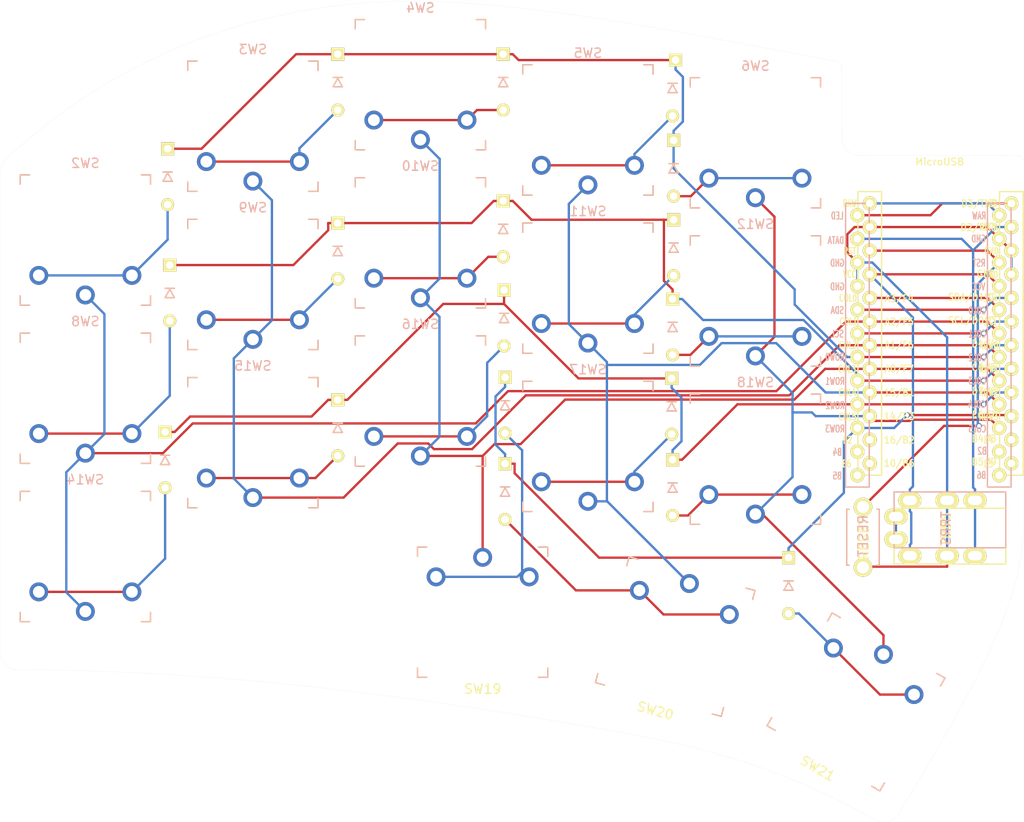
<source format=kicad_pcb>
(kicad_pcb (version 20171130) (host pcbnew 5.1.6)

  (general
    (thickness 1.6)
    (drawings 19)
    (tracks 288)
    (zones 0)
    (modules 39)
    (nets 38)
  )

  (page A4)
  (title_block
    (title "Sweep")
    (date 2020-07-20)
    (rev 0.3)
    (company BroomLabs)
  )

  (layers
    (0 F.Cu signal)
    (31 B.Cu signal)
    (32 B.Adhes user)
    (33 F.Adhes user)
    (34 B.Paste user)
    (35 F.Paste user)
    (36 B.SilkS user hide)
    (37 F.SilkS user)
    (38 B.Mask user)
    (39 F.Mask user hide)
    (40 Dwgs.User user)
    (41 Cmts.User user)
    (42 Eco1.User user)
    (43 Eco2.User user)
    (44 Edge.Cuts user)
    (45 Margin user)
    (46 B.CrtYd user)
    (47 F.CrtYd user)
    (48 B.Fab user hide)
    (49 F.Fab user hide)
  )

  (setup
    (last_trace_width 0.25)
    (user_trace_width 0.5)
    (trace_clearance 0.2)
    (zone_clearance 0.508)
    (zone_45_only no)
    (trace_min 0.2)
    (via_size 0.6)
    (via_drill 0.4)
    (via_min_size 0.4)
    (via_min_drill 0.3)
    (uvia_size 0.3)
    (uvia_drill 0.1)
    (uvias_allowed no)
    (uvia_min_size 0.2)
    (uvia_min_drill 0.1)
    (edge_width 0.15)
    (segment_width 0.15)
    (pcb_text_width 0.3)
    (pcb_text_size 1.5 1.5)
    (mod_edge_width 0.15)
    (mod_text_size 1 1)
    (mod_text_width 0.15)
    (pad_size 2 2)
    (pad_drill 1.3)
    (pad_to_mask_clearance 0.2)
    (aux_axis_origin 145.73 12.66)
    (visible_elements FFFFEFFF)
    (pcbplotparams
      (layerselection 0x010c0_ffffffff)
      (usegerberextensions true)
      (usegerberattributes false)
      (usegerberadvancedattributes false)
      (creategerberjobfile false)
      (excludeedgelayer true)
      (linewidth 0.150000)
      (plotframeref false)
      (viasonmask false)
      (mode 1)
      (useauxorigin false)
      (hpglpennumber 1)
      (hpglpenspeed 20)
      (hpglpendiameter 15.000000)
      (psnegative false)
      (psa4output false)
      (plotreference true)
      (plotvalue true)
      (plotinvisibletext false)
      (padsonsilk false)
      (subtractmaskfromsilk false)
      (outputformat 1)
      (mirror false)
      (drillshape 0)
      (scaleselection 1)
      (outputdirectory "gerber/"))
  )

  (net 0 "")
  (net 1 row0)
  (net 2 row1)
  (net 3 "Net-(D2-Pad2)")
  (net 4 row2)
  (net 5 "Net-(D3-Pad2)")
  (net 6 row3)
  (net 7 "Net-(D4-Pad2)")
  (net 8 "Net-(D5-Pad2)")
  (net 9 "Net-(D6-Pad2)")
  (net 10 "Net-(D8-Pad2)")
  (net 11 "Net-(D9-Pad2)")
  (net 12 "Net-(D10-Pad2)")
  (net 13 "Net-(D11-Pad2)")
  (net 14 "Net-(D12-Pad2)")
  (net 15 "Net-(D14-Pad2)")
  (net 16 "Net-(D15-Pad2)")
  (net 17 "Net-(D16-Pad2)")
  (net 18 "Net-(D17-Pad2)")
  (net 19 "Net-(D18-Pad2)")
  (net 20 "Net-(D19-Pad2)")
  (net 21 "Net-(D20-Pad2)")
  (net 22 "Net-(D21-Pad2)")
  (net 23 GND)
  (net 24 VCC)
  (net 25 col0)
  (net 26 col1)
  (net 27 col2)
  (net 28 col3)
  (net 29 col4)
  (net 30 col5)
  (net 31 LED)
  (net 32 data)
  (net 33 reset)
  (net 34 SCL)
  (net 35 SDA)
  (net 36 "Net-(U1-Pad24)")
  (net 37 "Net-(J1-PadA)")

  (net_class Default "これは標準のネット クラスです。"
    (clearance 0.2)
    (trace_width 0.25)
    (via_dia 0.6)
    (via_drill 0.4)
    (uvia_dia 0.3)
    (uvia_drill 0.1)
    (add_net GND)
    (add_net LED)
    (add_net "Net-(D10-Pad2)")
    (add_net "Net-(D11-Pad2)")
    (add_net "Net-(D12-Pad2)")
    (add_net "Net-(D14-Pad2)")
    (add_net "Net-(D15-Pad2)")
    (add_net "Net-(D16-Pad2)")
    (add_net "Net-(D17-Pad2)")
    (add_net "Net-(D18-Pad2)")
    (add_net "Net-(D19-Pad2)")
    (add_net "Net-(D2-Pad2)")
    (add_net "Net-(D20-Pad2)")
    (add_net "Net-(D21-Pad2)")
    (add_net "Net-(D3-Pad2)")
    (add_net "Net-(D4-Pad2)")
    (add_net "Net-(D5-Pad2)")
    (add_net "Net-(D6-Pad2)")
    (add_net "Net-(D8-Pad2)")
    (add_net "Net-(D9-Pad2)")
    (add_net "Net-(J1-PadA)")
    (add_net "Net-(U1-Pad24)")
    (add_net SCL)
    (add_net SDA)
    (add_net VCC)
    (add_net col0)
    (add_net col1)
    (add_net col2)
    (add_net col3)
    (add_net col4)
    (add_net col5)
    (add_net data)
    (add_net reset)
    (add_net row0)
    (add_net row1)
    (add_net row2)
    (add_net row3)
  )

  (module kbd:ProMicro_v2 (layer F.Cu) (tedit 5B7FE439) (tstamp 5C238F3C)
    (at 135.85 52.91)
    (path /5A5E14C2)
    (fp_text reference U1 (at -0.1 -0.05 270) (layer F.SilkS) hide
      (effects (font (size 1 1) (thickness 0.15)))
    )
    (fp_text value ProMicro (at -0.45 -17) (layer F.Fab) hide
      (effects (font (size 1 1) (thickness 0.15)))
    )
    (fp_line (start -10.16 16.002) (end -10.16 -14.478) (layer B.SilkS) (width 0.15))
    (fp_line (start -7.62 16.002) (end -10.16 16.002) (layer B.SilkS) (width 0.15))
    (fp_line (start -7.62 -14.478) (end -7.62 16.002) (layer B.SilkS) (width 0.15))
    (fp_line (start -10.16 -14.478) (end -7.62 -14.478) (layer B.SilkS) (width 0.15))
    (fp_line (start 5.08 16.002) (end 5.08 -14.478) (layer B.SilkS) (width 0.15))
    (fp_line (start 7.62 16.002) (end 5.08 16.002) (layer B.SilkS) (width 0.15))
    (fp_line (start 7.62 -14.478) (end 7.62 16.002) (layer B.SilkS) (width 0.15))
    (fp_line (start 5.08 -14.478) (end 7.62 -14.478) (layer B.SilkS) (width 0.15))
    (fp_line (start -10.16 16.002) (end -10.16 -17.018) (layer F.Fab) (width 0.15))
    (fp_line (start 7.62 16.002) (end -10.16 16.002) (layer F.Fab) (width 0.15))
    (fp_line (start 7.62 -17.018) (end 7.62 16.002) (layer F.Fab) (width 0.15))
    (fp_line (start -10.16 -17.018) (end 7.62 -17.018) (layer F.Fab) (width 0.15))
    (fp_line (start -8.845 -18.288) (end 8.935 -18.288) (layer F.Fab) (width 0.15))
    (fp_line (start 8.935 -18.288) (end 8.935 14.732) (layer F.Fab) (width 0.15))
    (fp_line (start 8.935 14.732) (end -8.845 14.732) (layer F.Fab) (width 0.15))
    (fp_line (start -8.845 14.732) (end -8.845 -18.288) (layer F.Fab) (width 0.15))
    (fp_line (start -8.8336 -15.748) (end -6.2936 -15.748) (layer F.SilkS) (width 0.15))
    (fp_line (start -6.2936 -15.748) (end -6.2936 14.732) (layer F.SilkS) (width 0.15))
    (fp_line (start -6.2936 14.732) (end -8.8336 14.732) (layer F.SilkS) (width 0.15))
    (fp_line (start -8.8336 14.732) (end -8.8336 -15.748) (layer F.SilkS) (width 0.15))
    (fp_line (start 6.3864 -15.748) (end 8.9264 -15.748) (layer F.SilkS) (width 0.15))
    (fp_line (start 8.9264 -15.748) (end 8.9264 14.732) (layer F.SilkS) (width 0.15))
    (fp_line (start 8.9264 14.732) (end 6.3864 14.732) (layer F.SilkS) (width 0.15))
    (fp_line (start 6.3864 14.732) (end 6.3864 -15.748) (layer F.SilkS) (width 0.15))
    (fp_text user MicroUSB (at -0.05 -18.95) (layer F.SilkS)
      (effects (font (size 0.75 0.75) (thickness 0.12)))
    )
    (fp_text user B4/8 (at 4.705 10.8 unlocked) (layer F.SilkS)
      (effects (font (size 0.75 0.67) (thickness 0.125)))
    )
    (fp_text user D2/RX1 (at 4.155 -11.9 unlocked) (layer F.SilkS)
      (effects (font (size 0.75 0.67) (thickness 0.125)))
    )
    (fp_text user B5/9 (at 4.705 13.3 unlocked) (layer F.SilkS)
      (effects (font (size 0.75 0.67) (thickness 0.125)))
    )
    (fp_text user C6/5 (at 4.705 3.15 unlocked) (layer F.SilkS)
      (effects (font (size 0.75 0.67) (thickness 0.125)))
    )
    (fp_text user SCL/D0/3 (at 3.455 -1.9 unlocked) (layer F.SilkS)
      (effects (font (size 0.75 0.67) (thickness 0.125)))
    )
    (fp_text user SDA/D1/2 (at 3.455 -4.4 unlocked) (layer F.SilkS)
      (effects (font (size 0.75 0.67) (thickness 0.125)))
    )
    (fp_text user D4/4 (at 4.705 0.6 unlocked) (layer F.SilkS)
      (effects (font (size 0.75 0.67) (thickness 0.125)))
    )
    (fp_text user D3/TX0 (at 4.155 -14.45 unlocked) (layer F.SilkS)
      (effects (font (size 0.75 0.67) (thickness 0.125)))
    )
    (fp_text user D7/6 (at 4.705 5.7 unlocked) (layer F.SilkS)
      (effects (font (size 0.75 0.67) (thickness 0.125)))
    )
    (fp_text user E6/7 (at 4.705 8.25 unlocked) (layer F.SilkS)
      (effects (font (size 0.75 0.67) (thickness 0.125)))
    )
    (fp_text user 16/B2 (at -4.395 10.95 unlocked) (layer F.SilkS)
      (effects (font (size 0.75 0.67) (thickness 0.125)))
    )
    (fp_text user 10/B6 (at -4.395 13.45 unlocked) (layer F.SilkS)
      (effects (font (size 0.75 0.67) (thickness 0.125)))
    )
    (fp_text user 14/B3 (at -4.395 8.4 unlocked) (layer F.SilkS)
      (effects (font (size 0.75 0.67) (thickness 0.125)))
    )
    (fp_text user 15/B1 (at -4.395 5.85 unlocked) (layer F.SilkS)
      (effects (font (size 0.75 0.67) (thickness 0.125)))
    )
    (fp_text user A0/F7 (at -4.395 3.3 unlocked) (layer F.SilkS)
      (effects (font (size 0.75 0.67) (thickness 0.125)))
    )
    (fp_text user A1/F6 (at -4.395 0.75 unlocked) (layer F.SilkS)
      (effects (font (size 0.75 0.67) (thickness 0.125)))
    )
    (fp_text user A2/F5 (at -4.395 -1.75 unlocked) (layer F.SilkS)
      (effects (font (size 0.75 0.67) (thickness 0.125)))
    )
    (fp_text user A3/F4 (at -4.395 -4.25 unlocked) (layer F.SilkS)
      (effects (font (size 0.75 0.67) (thickness 0.125)))
    )
    (fp_text user "" (at -0.545 -17.4) (layer F.SilkS)
      (effects (font (size 1 1) (thickness 0.15)))
    )
    (fp_text user "" (at -1.2065 -16.256) (layer B.SilkS)
      (effects (font (size 1 1) (thickness 0.15)) (justify mirror))
    )
    (fp_text user RAW (at -9.7155 -14.478) (layer F.SilkS)
      (effects (font (size 0.75 0.5) (thickness 0.125)))
    )
    (fp_text user LED (at 5.5 -14.478) (layer F.SilkS)
      (effects (font (size 0.75 0.5) (thickness 0.125)))
    )
    (fp_text user GND (at 4.955 -6.9) (layer F.SilkS)
      (effects (font (size 0.75 0.67) (thickness 0.125)))
    )
    (fp_text user DATA (at 5.35 -11.95) (layer F.SilkS)
      (effects (font (size 0.75 0.5) (thickness 0.125)))
    )
    (fp_text user RST (at -9.7155 -9.3345) (layer F.SilkS)
      (effects (font (size 0.75 0.5) (thickness 0.125)))
    )
    (fp_text user GND (at 5.5245 -9.3345) (layer F.SilkS)
      (effects (font (size 0.75 0.5) (thickness 0.125)))
    )
    (fp_text user VCC (at -9.7155 -6.858) (layer F.SilkS)
      (effects (font (size 0.75 0.5) (thickness 0.125)))
    )
    (fp_text user GND (at 5.461 -6.7945) (layer F.SilkS)
      (effects (font (size 0.75 0.5) (thickness 0.125)))
    )
    (fp_text user COL3 (at -10 3.35) (layer F.SilkS)
      (effects (font (size 0.75 0.5) (thickness 0.125)))
    )
    (fp_text user ROW0 (at 5.2 0.8) (layer F.SilkS)
      (effects (font (size 0.75 0.5) (thickness 0.125)))
    )
    (fp_text user COL2 (at -9.9 0.762) (layer F.SilkS)
      (effects (font (size 0.75 0.5) (thickness 0.125)))
    )
    (fp_text user SCL (at 5.461 -1.778) (layer F.SilkS)
      (effects (font (size 0.75 0.5) (thickness 0.125)))
    )
    (fp_text user COL1 (at -9.85 -1.778) (layer F.SilkS)
      (effects (font (size 0.75 0.5) (thickness 0.125)))
    )
    (fp_text user SDA (at 5.461 -4.318) (layer F.SilkS)
      (effects (font (size 0.75 0.5) (thickness 0.125)))
    )
    (fp_text user COL0 (at -9.9 -4.3) (layer F.SilkS)
      (effects (font (size 0.75 0.5) (thickness 0.125)))
    )
    (fp_text user B6 (at -10.05 13.5) (layer F.SilkS)
      (effects (font (size 0.75 0.5) (thickness 0.125)))
    )
    (fp_text user B5 (at 5.2 13.5255) (layer F.SilkS)
      (effects (font (size 0.75 0.5) (thickness 0.125)))
    )
    (fp_text user B4 (at 5.2 10.922) (layer F.SilkS)
      (effects (font (size 0.75 0.5) (thickness 0.125)))
    )
    (fp_text user B2 (at -9.95 10.95) (layer F.SilkS)
      (effects (font (size 0.75 0.5) (thickness 0.125)))
    )
    (fp_text user ROW3 (at 5.2 8.4455) (layer F.SilkS)
      (effects (font (size 0.75 0.5) (thickness 0.125)))
    )
    (fp_text user COL5 (at -9.95 8.4455) (layer F.SilkS)
      (effects (font (size 0.75 0.5) (thickness 0.125)))
    )
    (fp_text user ROW2 (at 5.2 5.85) (layer F.SilkS)
      (effects (font (size 0.75 0.5) (thickness 0.125)))
    )
    (fp_text user COL4 (at -9.95 5.85) (layer F.SilkS)
      (effects (font (size 0.75 0.5) (thickness 0.125)))
    )
    (fp_text user ROW1 (at 5.25 3.302) (layer F.SilkS)
      (effects (font (size 0.75 0.5) (thickness 0.125)))
    )
    (fp_text user ROW1 (at -11.3 4.6355) (layer B.SilkS)
      (effects (font (size 0.75 0.5) (thickness 0.125)) (justify mirror))
    )
    (fp_text user COL4 (at 3.95 7.112) (layer B.SilkS)
      (effects (font (size 0.75 0.5) (thickness 0.125)) (justify mirror))
    )
    (fp_text user ROW2 (at -11.3 7.239) (layer B.SilkS)
      (effects (font (size 0.75 0.5) (thickness 0.125)) (justify mirror))
    )
    (fp_text user COL5 (at 4 9.75) (layer B.SilkS)
      (effects (font (size 0.75 0.5) (thickness 0.125)) (justify mirror))
    )
    (fp_text user ROW3 (at -11.3 9.75) (layer B.SilkS)
      (effects (font (size 0.75 0.5) (thickness 0.125)) (justify mirror))
    )
    (fp_text user B2 (at 4.5085 12.1285) (layer B.SilkS)
      (effects (font (size 0.75 0.5) (thickness 0.125)) (justify mirror))
    )
    (fp_text user B4 (at -11.049 12.2555) (layer B.SilkS)
      (effects (font (size 0.75 0.5) (thickness 0.125)) (justify mirror))
    )
    (fp_text user B5 (at -11.049 14.7955) (layer B.SilkS)
      (effects (font (size 0.75 0.5) (thickness 0.125)) (justify mirror))
    )
    (fp_text user B6 (at 4.445 14.732) (layer B.SilkS)
      (effects (font (size 0.75 0.5) (thickness 0.125)) (justify mirror))
    )
    (fp_text user COL0 (at 4 -2.95) (layer B.SilkS)
      (effects (font (size 0.75 0.5) (thickness 0.125)) (justify mirror))
    )
    (fp_text user SDA (at -11.049 -2.9845) (layer B.SilkS)
      (effects (font (size 0.75 0.5) (thickness 0.125)) (justify mirror))
    )
    (fp_text user COL1 (at 4 -0.4445) (layer B.SilkS)
      (effects (font (size 0.75 0.5) (thickness 0.125)) (justify mirror))
    )
    (fp_text user SCL (at -11.049 -0.4445) (layer B.SilkS)
      (effects (font (size 0.75 0.5) (thickness 0.125)) (justify mirror))
    )
    (fp_text user COL2 (at 4 2.1) (layer B.SilkS)
      (effects (font (size 0.75 0.5) (thickness 0.125)) (justify mirror))
    )
    (fp_text user ROW0 (at -11.3 2.032) (layer B.SilkS)
      (effects (font (size 0.75 0.5) (thickness 0.125)) (justify mirror))
    )
    (fp_text user COL3 (at 4 4.6) (layer B.SilkS)
      (effects (font (size 0.75 0.5) (thickness 0.125)) (justify mirror))
    )
    (fp_text user GND (at -11.049 -5.5245) (layer B.SilkS)
      (effects (font (size 0.75 0.5) (thickness 0.125)) (justify mirror))
    )
    (fp_text user VCC (at 4.1275 -5.5245) (layer B.SilkS)
      (effects (font (size 0.75 0.5) (thickness 0.125)) (justify mirror))
    )
    (fp_text user GND (at -11.049 -8.0645) (layer B.SilkS)
      (effects (font (size 0.75 0.5) (thickness 0.125)) (justify mirror))
    )
    (fp_text user RST (at 4.191 -8.0645) (layer B.SilkS)
      (effects (font (size 0.75 0.5) (thickness 0.125)) (justify mirror))
    )
    (fp_text user DATA (at -11.2 -10.5) (layer B.SilkS)
      (effects (font (size 0.75 0.5) (thickness 0.125)) (justify mirror))
    )
    (fp_text user GND (at 4.1275 -10.668) (layer B.SilkS)
      (effects (font (size 0.75 0.5) (thickness 0.125)) (justify mirror))
    )
    (fp_text user LED (at -11.049 -13.1445) (layer B.SilkS)
      (effects (font (size 0.75 0.5) (thickness 0.125)) (justify mirror))
    )
    (fp_text user RAW (at 4.191 -13.1445) (layer B.SilkS)
      (effects (font (size 0.75 0.5) (thickness 0.125)) (justify mirror))
    )
    (pad 24 thru_hole circle (at 6.35 -13.208) (size 1.524 1.524) (drill 0.8128) (layers *.Cu *.Mask F.SilkS)
      (net 36 "Net-(U1-Pad24)"))
    (pad 23 thru_hole circle (at 6.35 -10.668) (size 1.524 1.524) (drill 0.8128) (layers *.Cu *.Mask F.SilkS)
      (net 23 GND))
    (pad 22 thru_hole circle (at 6.35 -8.128) (size 1.524 1.524) (drill 0.8128) (layers *.Cu *.Mask F.SilkS)
      (net 33 reset))
    (pad 21 thru_hole circle (at 6.35 -5.588) (size 1.524 1.524) (drill 0.8128) (layers *.Cu *.Mask F.SilkS)
      (net 24 VCC))
    (pad 20 thru_hole circle (at 6.35 -3.048) (size 1.524 1.524) (drill 0.8128) (layers *.Cu *.Mask F.SilkS)
      (net 25 col0))
    (pad 19 thru_hole circle (at 6.35 -0.508) (size 1.524 1.524) (drill 0.8128) (layers *.Cu *.Mask F.SilkS)
      (net 26 col1))
    (pad 18 thru_hole circle (at 6.35 2.032) (size 1.524 1.524) (drill 0.8128) (layers *.Cu *.Mask F.SilkS)
      (net 27 col2))
    (pad 17 thru_hole circle (at 6.35 4.572) (size 1.524 1.524) (drill 0.8128) (layers *.Cu *.Mask F.SilkS)
      (net 28 col3))
    (pad 16 thru_hole circle (at 6.35 7.112) (size 1.524 1.524) (drill 0.8128) (layers *.Cu *.Mask F.SilkS)
      (net 29 col4))
    (pad 15 thru_hole circle (at 6.35 9.652) (size 1.524 1.524) (drill 0.8128) (layers *.Cu *.Mask F.SilkS)
      (net 30 col5))
    (pad 14 thru_hole circle (at 6.35 12.192) (size 1.524 1.524) (drill 0.8128) (layers *.Cu *.Mask F.SilkS))
    (pad 13 thru_hole circle (at 6.35 14.732) (size 1.524 1.524) (drill 0.8128) (layers *.Cu *.Mask F.SilkS))
    (pad 12 thru_hole circle (at -8.89 14.732) (size 1.524 1.524) (drill 0.8128) (layers *.Cu *.Mask F.SilkS))
    (pad 11 thru_hole circle (at -8.89 12.192) (size 1.524 1.524) (drill 0.8128) (layers *.Cu *.Mask F.SilkS))
    (pad 10 thru_hole circle (at -8.89 9.652) (size 1.524 1.524) (drill 0.8128) (layers *.Cu *.Mask F.SilkS)
      (net 6 row3))
    (pad 9 thru_hole circle (at -8.89 7.112) (size 1.524 1.524) (drill 0.8128) (layers *.Cu *.Mask F.SilkS)
      (net 4 row2))
    (pad 8 thru_hole circle (at -8.89 4.572) (size 1.524 1.524) (drill 0.8128) (layers *.Cu *.Mask F.SilkS)
      (net 2 row1))
    (pad 7 thru_hole circle (at -8.89 2.032) (size 1.524 1.524) (drill 0.8128) (layers *.Cu *.Mask F.SilkS)
      (net 1 row0))
    (pad 6 thru_hole circle (at -8.89 -0.508) (size 1.524 1.524) (drill 0.8128) (layers *.Cu *.Mask F.SilkS)
      (net 34 SCL))
    (pad 5 thru_hole circle (at -8.89 -3.048) (size 1.524 1.524) (drill 0.8128) (layers *.Cu *.Mask F.SilkS)
      (net 35 SDA))
    (pad 4 thru_hole circle (at -8.89 -5.588) (size 1.524 1.524) (drill 0.8128) (layers *.Cu *.Mask F.SilkS)
      (net 23 GND))
    (pad 3 thru_hole circle (at -8.89 -8.128) (size 1.524 1.524) (drill 0.8128) (layers *.Cu *.Mask F.SilkS)
      (net 23 GND))
    (pad 2 thru_hole circle (at -8.89 -10.668) (size 1.524 1.524) (drill 0.8128) (layers *.Cu *.Mask F.SilkS)
      (net 32 data))
    (pad 1 thru_hole circle (at -8.89 -13.208) (size 1.524 1.524) (drill 0.8128) (layers *.Cu *.Mask F.SilkS)
      (net 31 LED))
    (pad 1 thru_hole circle (at 7.6564 -14.478) (size 1.524 1.524) (drill 0.8128) (layers *.Cu *.Mask F.SilkS)
      (net 31 LED))
    (pad 2 thru_hole circle (at 7.6564 -11.938) (size 1.524 1.524) (drill 0.8128) (layers *.Cu *.Mask F.SilkS)
      (net 32 data))
    (pad 3 thru_hole circle (at 7.6564 -9.398) (size 1.524 1.524) (drill 0.8128) (layers *.Cu *.Mask F.SilkS)
      (net 23 GND))
    (pad 4 thru_hole circle (at 7.6564 -6.858) (size 1.524 1.524) (drill 0.8128) (layers *.Cu *.Mask F.SilkS)
      (net 23 GND))
    (pad 5 thru_hole circle (at 7.6564 -4.318) (size 1.524 1.524) (drill 0.8128) (layers *.Cu *.Mask F.SilkS)
      (net 35 SDA))
    (pad 6 thru_hole circle (at 7.6564 -1.778) (size 1.524 1.524) (drill 0.8128) (layers *.Cu *.Mask F.SilkS)
      (net 34 SCL))
    (pad 7 thru_hole circle (at 7.6564 0.762) (size 1.524 1.524) (drill 0.8128) (layers *.Cu *.Mask F.SilkS)
      (net 1 row0))
    (pad 8 thru_hole circle (at 7.6564 3.302) (size 1.524 1.524) (drill 0.8128) (layers *.Cu *.Mask F.SilkS)
      (net 2 row1))
    (pad 9 thru_hole circle (at 7.6564 5.842) (size 1.524 1.524) (drill 0.8128) (layers *.Cu *.Mask F.SilkS)
      (net 4 row2))
    (pad 10 thru_hole circle (at 7.6564 8.382) (size 1.524 1.524) (drill 0.8128) (layers *.Cu *.Mask F.SilkS)
      (net 6 row3))
    (pad 11 thru_hole circle (at 7.6564 10.922) (size 1.524 1.524) (drill 0.8128) (layers *.Cu *.Mask F.SilkS))
    (pad 12 thru_hole circle (at 7.6564 13.462) (size 1.524 1.524) (drill 0.8128) (layers *.Cu *.Mask F.SilkS))
    (pad 13 thru_hole circle (at -7.5636 13.462) (size 1.524 1.524) (drill 0.8128) (layers *.Cu *.Mask F.SilkS))
    (pad 14 thru_hole circle (at -7.5636 10.922) (size 1.524 1.524) (drill 0.8128) (layers *.Cu *.Mask F.SilkS))
    (pad 15 thru_hole circle (at -7.5636 8.382) (size 1.524 1.524) (drill 0.8128) (layers *.Cu *.Mask F.SilkS)
      (net 30 col5))
    (pad 16 thru_hole circle (at -7.5636 5.842) (size 1.524 1.524) (drill 0.8128) (layers *.Cu *.Mask F.SilkS)
      (net 29 col4))
    (pad 17 thru_hole circle (at -7.5636 3.302) (size 1.524 1.524) (drill 0.8128) (layers *.Cu *.Mask F.SilkS)
      (net 28 col3))
    (pad 18 thru_hole circle (at -7.5636 0.762) (size 1.524 1.524) (drill 0.8128) (layers *.Cu *.Mask F.SilkS)
      (net 27 col2))
    (pad 19 thru_hole circle (at -7.5636 -1.778) (size 1.524 1.524) (drill 0.8128) (layers *.Cu *.Mask F.SilkS)
      (net 26 col1))
    (pad 20 thru_hole circle (at -7.5636 -4.318) (size 1.524 1.524) (drill 0.8128) (layers *.Cu *.Mask F.SilkS)
      (net 25 col0))
    (pad 21 thru_hole circle (at -7.5636 -6.858) (size 1.524 1.524) (drill 0.8128) (layers *.Cu *.Mask F.SilkS)
      (net 24 VCC))
    (pad 22 thru_hole circle (at -7.5636 -9.398) (size 1.524 1.524) (drill 0.8128) (layers *.Cu *.Mask F.SilkS)
      (net 33 reset))
    (pad 23 thru_hole circle (at -7.5636 -11.938) (size 1.524 1.524) (drill 0.8128) (layers *.Cu *.Mask F.SilkS)
      (net 23 GND))
    (pad 24 thru_hole circle (at -7.5636 -14.478) (size 1.524 1.524) (drill 0.8128) (layers *.Cu *.Mask F.SilkS)
      (net 36 "Net-(U1-Pad24)"))
  )

  (module chocs:SW_PG1350_reversible_b2 (layer F.Cu) (tedit 5EF324D0) (tstamp 5C2386AA)
    (at 44 42.37)
    (descr "Kailh \"Choc\" PG1350 keyswitch, able to be mounted on front or back of PCB")
    (tags kailh,choc)
    (path /5A5E2699)
    (fp_text reference SW2 (at 4.6 6 180) (layer Dwgs.User) hide
      (effects (font (size 1 1) (thickness 0.15)))
    )
    (fp_text value SW_PUSH (at -0.5 6 180) (layer Dwgs.User) hide
      (effects (font (size 1 1) (thickness 0.15)))
    )
    (fp_line (start -9 8.5) (end 9 8.5) (layer Eco1.User) (width 0.12))
    (fp_line (start 9 8.5) (end 9 -8.5) (layer Eco1.User) (width 0.12))
    (fp_line (start -9 -8.5) (end 9 -8.5) (layer Eco1.User) (width 0.12))
    (fp_line (start -9 8.5) (end -9 -8.5) (layer Eco1.User) (width 0.12))
    (fp_line (start -7.5 7.5) (end -7.5 -7.5) (layer F.Fab) (width 0.15))
    (fp_line (start 7.5 -7.5) (end 7.5 7.5) (layer F.Fab) (width 0.15))
    (fp_line (start 7.5 7.5) (end -7.5 7.5) (layer F.Fab) (width 0.15))
    (fp_line (start -7.5 -7.5) (end 7.5 -7.5) (layer F.Fab) (width 0.15))
    (fp_line (start -7.5 7.5) (end -7.5 -7.5) (layer B.Fab) (width 0.15))
    (fp_line (start 7.5 7.5) (end -7.5 7.5) (layer B.Fab) (width 0.15))
    (fp_line (start 7.5 -7.5) (end 7.5 7.5) (layer B.Fab) (width 0.15))
    (fp_line (start -7.5 -7.5) (end 7.5 -7.5) (layer B.Fab) (width 0.15))
    (fp_line (start -6.9 6.9) (end -6.9 -6.9) (layer Eco2.User) (width 0.15))
    (fp_line (start 6.9 -6.9) (end 6.9 6.9) (layer Eco2.User) (width 0.15))
    (fp_line (start 6.9 -6.9) (end -6.9 -6.9) (layer Eco2.User) (width 0.15))
    (fp_line (start -6.9 6.9) (end 6.9 6.9) (layer Eco2.User) (width 0.15))
    (fp_line (start 7 -7) (end 7 -6) (layer B.SilkS) (width 0.15))
    (fp_line (start 6 -7) (end 7 -7) (layer B.SilkS) (width 0.15))
    (fp_line (start 7 7) (end 6 7) (layer B.SilkS) (width 0.15))
    (fp_line (start 7 6) (end 7 7) (layer B.SilkS) (width 0.15))
    (fp_line (start -7 7) (end -7 6) (layer B.SilkS) (width 0.15))
    (fp_line (start -6 7) (end -7 7) (layer B.SilkS) (width 0.15))
    (fp_line (start -7 -7) (end -6 -7) (layer B.SilkS) (width 0.15))
    (fp_line (start -7 -6) (end -7 -7) (layer B.SilkS) (width 0.15))
    (fp_line (start -2.6 -3.1) (end -2.6 -6.3) (layer Eco2.User) (width 0.15))
    (fp_line (start 2.6 -6.3) (end -2.6 -6.3) (layer Eco2.User) (width 0.15))
    (fp_line (start 2.6 -3.1) (end 2.6 -6.3) (layer Eco2.User) (width 0.15))
    (fp_line (start -2.6 -3.1) (end 2.6 -3.1) (layer Eco2.User) (width 0.15))
    (fp_line (start -7 -7) (end -6 -7) (layer F.SilkS) (width 0.15))
    (fp_line (start -7 -6) (end -7 -7) (layer F.SilkS) (width 0.15))
    (fp_line (start -7 7) (end -7 6) (layer F.SilkS) (width 0.15))
    (fp_line (start -6 7) (end -7 7) (layer F.SilkS) (width 0.15))
    (fp_line (start 7 7) (end 6 7) (layer F.SilkS) (width 0.15))
    (fp_line (start 7 6) (end 7 7) (layer F.SilkS) (width 0.15))
    (fp_line (start 7 -7) (end 7 -6) (layer F.SilkS) (width 0.15))
    (fp_line (start 6 -7) (end 7 -7) (layer F.SilkS) (width 0.15))
    (fp_text user %R (at 0 -8.255) (layer B.SilkS)
      (effects (font (size 1 1) (thickness 0.15)) (justify mirror))
    )
    (fp_text user %V (at 0 7.755) (layer B.Fab)
      (effects (font (size 1 1) (thickness 0.15)) (justify mirror))
    )
    (fp_text user %R (at 0 0) (layer F.Fab)
      (effects (font (size 1 1) (thickness 0.15)))
    )
    (fp_text user %R (at 0 0) (layer F.Fab)
      (effects (font (size 1 1) (thickness 0.15)))
    )
    (pad "" np_thru_hole circle (at -5.22 -4.2) (size 0.9906 0.9906) (drill 0.9906) (layers *.Cu *.Mask))
    (pad 2 thru_hole circle (at 5 3.8) (size 2.032 2.032) (drill 1.27) (layers *.Cu *.Mask)
      (net 3 "Net-(D2-Pad2)"))
    (pad "" np_thru_hole circle (at 0 0) (size 3.429 3.429) (drill 3.429) (layers *.Cu *.Mask))
    (pad 2 thru_hole circle (at -5 3.8) (size 2.032 2.032) (drill 1.27) (layers *.Cu *.Mask)
      (net 3 "Net-(D2-Pad2)"))
    (pad 1 thru_hole circle (at 0 5.9) (size 2.032 2.032) (drill 1.27) (layers *.Cu *.Mask)
      (net 26 col1))
    (pad "" np_thru_hole circle (at 5.22 -4.2) (size 0.9906 0.9906) (drill 0.9906) (layers *.Cu *.Mask))
    (pad "" np_thru_hole circle (at 5.5 0) (size 1.7018 1.7018) (drill 1.7018) (layers *.Cu *.Mask))
    (pad "" np_thru_hole circle (at -5.5 0) (size 1.7018 1.7018) (drill 1.7018) (layers *.Cu *.Mask))
  )

  (module chocs:SW_PG1350_reversible_b2 (layer F.Cu) (tedit 5EF324D0) (tstamp 5C2386C0)
    (at 62 30.14)
    (descr "Kailh \"Choc\" PG1350 keyswitch, able to be mounted on front or back of PCB")
    (tags kailh,choc)
    (path /5A5E27F9)
    (fp_text reference SW3 (at 4.6 6 180) (layer Dwgs.User) hide
      (effects (font (size 1 1) (thickness 0.15)))
    )
    (fp_text value SW_PUSH (at -0.5 6 180) (layer Dwgs.User) hide
      (effects (font (size 1 1) (thickness 0.15)))
    )
    (fp_line (start -9 8.5) (end 9 8.5) (layer Eco1.User) (width 0.12))
    (fp_line (start 9 8.5) (end 9 -8.5) (layer Eco1.User) (width 0.12))
    (fp_line (start -9 -8.5) (end 9 -8.5) (layer Eco1.User) (width 0.12))
    (fp_line (start -9 8.5) (end -9 -8.5) (layer Eco1.User) (width 0.12))
    (fp_line (start -7.5 7.5) (end -7.5 -7.5) (layer F.Fab) (width 0.15))
    (fp_line (start 7.5 -7.5) (end 7.5 7.5) (layer F.Fab) (width 0.15))
    (fp_line (start 7.5 7.5) (end -7.5 7.5) (layer F.Fab) (width 0.15))
    (fp_line (start -7.5 -7.5) (end 7.5 -7.5) (layer F.Fab) (width 0.15))
    (fp_line (start -7.5 7.5) (end -7.5 -7.5) (layer B.Fab) (width 0.15))
    (fp_line (start 7.5 7.5) (end -7.5 7.5) (layer B.Fab) (width 0.15))
    (fp_line (start 7.5 -7.5) (end 7.5 7.5) (layer B.Fab) (width 0.15))
    (fp_line (start -7.5 -7.5) (end 7.5 -7.5) (layer B.Fab) (width 0.15))
    (fp_line (start -6.9 6.9) (end -6.9 -6.9) (layer Eco2.User) (width 0.15))
    (fp_line (start 6.9 -6.9) (end 6.9 6.9) (layer Eco2.User) (width 0.15))
    (fp_line (start 6.9 -6.9) (end -6.9 -6.9) (layer Eco2.User) (width 0.15))
    (fp_line (start -6.9 6.9) (end 6.9 6.9) (layer Eco2.User) (width 0.15))
    (fp_line (start 7 -7) (end 7 -6) (layer B.SilkS) (width 0.15))
    (fp_line (start 6 -7) (end 7 -7) (layer B.SilkS) (width 0.15))
    (fp_line (start 7 7) (end 6 7) (layer B.SilkS) (width 0.15))
    (fp_line (start 7 6) (end 7 7) (layer B.SilkS) (width 0.15))
    (fp_line (start -7 7) (end -7 6) (layer B.SilkS) (width 0.15))
    (fp_line (start -6 7) (end -7 7) (layer B.SilkS) (width 0.15))
    (fp_line (start -7 -7) (end -6 -7) (layer B.SilkS) (width 0.15))
    (fp_line (start -7 -6) (end -7 -7) (layer B.SilkS) (width 0.15))
    (fp_line (start -2.6 -3.1) (end -2.6 -6.3) (layer Eco2.User) (width 0.15))
    (fp_line (start 2.6 -6.3) (end -2.6 -6.3) (layer Eco2.User) (width 0.15))
    (fp_line (start 2.6 -3.1) (end 2.6 -6.3) (layer Eco2.User) (width 0.15))
    (fp_line (start -2.6 -3.1) (end 2.6 -3.1) (layer Eco2.User) (width 0.15))
    (fp_line (start -7 -7) (end -6 -7) (layer F.SilkS) (width 0.15))
    (fp_line (start -7 -6) (end -7 -7) (layer F.SilkS) (width 0.15))
    (fp_line (start -7 7) (end -7 6) (layer F.SilkS) (width 0.15))
    (fp_line (start -6 7) (end -7 7) (layer F.SilkS) (width 0.15))
    (fp_line (start 7 7) (end 6 7) (layer F.SilkS) (width 0.15))
    (fp_line (start 7 6) (end 7 7) (layer F.SilkS) (width 0.15))
    (fp_line (start 7 -7) (end 7 -6) (layer F.SilkS) (width 0.15))
    (fp_line (start 6 -7) (end 7 -7) (layer F.SilkS) (width 0.15))
    (fp_text user %R (at 0 -8.255) (layer B.SilkS)
      (effects (font (size 1 1) (thickness 0.15)) (justify mirror))
    )
    (fp_text user %V (at 0 8.255) (layer B.Fab)
      (effects (font (size 1 1) (thickness 0.15)) (justify mirror))
    )
    (fp_text user %R (at 0 0) (layer F.Fab)
      (effects (font (size 1 1) (thickness 0.15)))
    )
    (fp_text user %R (at 0 0) (layer F.Fab)
      (effects (font (size 1 1) (thickness 0.15)))
    )
    (pad "" np_thru_hole circle (at -5.22 -4.2) (size 0.9906 0.9906) (drill 0.9906) (layers *.Cu *.Mask))
    (pad 2 thru_hole circle (at 5 3.8) (size 2.032 2.032) (drill 1.27) (layers *.Cu *.Mask)
      (net 5 "Net-(D3-Pad2)"))
    (pad "" np_thru_hole circle (at 0 0) (size 3.429 3.429) (drill 3.429) (layers *.Cu *.Mask))
    (pad 2 thru_hole circle (at -5 3.8) (size 2.032 2.032) (drill 1.27) (layers *.Cu *.Mask)
      (net 5 "Net-(D3-Pad2)"))
    (pad 1 thru_hole circle (at 0 5.9) (size 2.032 2.032) (drill 1.27) (layers *.Cu *.Mask)
      (net 27 col2))
    (pad "" np_thru_hole circle (at 5.22 -4.2) (size 0.9906 0.9906) (drill 0.9906) (layers *.Cu *.Mask))
    (pad "" np_thru_hole circle (at 5.5 0) (size 1.7018 1.7018) (drill 1.7018) (layers *.Cu *.Mask))
    (pad "" np_thru_hole circle (at -5.5 0) (size 1.7018 1.7018) (drill 1.7018) (layers *.Cu *.Mask))
  )

  (module chocs:SW_PG1350_reversible_b2 (layer F.Cu) (tedit 5EF324D0) (tstamp 5C2386D6)
    (at 80 25.68)
    (descr "Kailh \"Choc\" PG1350 keyswitch, able to be mounted on front or back of PCB")
    (tags kailh,choc)
    (path /5A5E2908)
    (fp_text reference SW4 (at 4.6 6 180) (layer Dwgs.User) hide
      (effects (font (size 1 1) (thickness 0.15)))
    )
    (fp_text value SW_PUSH (at -0.5 6 180) (layer Dwgs.User) hide
      (effects (font (size 1 1) (thickness 0.15)))
    )
    (fp_line (start -9 8.5) (end 9 8.5) (layer Eco1.User) (width 0.12))
    (fp_line (start 9 8.5) (end 9 -8.5) (layer Eco1.User) (width 0.12))
    (fp_line (start -9 -8.5) (end 9 -8.5) (layer Eco1.User) (width 0.12))
    (fp_line (start -9 8.5) (end -9 -8.5) (layer Eco1.User) (width 0.12))
    (fp_line (start -7.5 7.5) (end -7.5 -7.5) (layer F.Fab) (width 0.15))
    (fp_line (start 7.5 -7.5) (end 7.5 7.5) (layer F.Fab) (width 0.15))
    (fp_line (start 7.5 7.5) (end -7.5 7.5) (layer F.Fab) (width 0.15))
    (fp_line (start -7.5 -7.5) (end 7.5 -7.5) (layer F.Fab) (width 0.15))
    (fp_line (start -7.5 7.5) (end -7.5 -7.5) (layer B.Fab) (width 0.15))
    (fp_line (start 7.5 7.5) (end -7.5 7.5) (layer B.Fab) (width 0.15))
    (fp_line (start 7.5 -7.5) (end 7.5 7.5) (layer B.Fab) (width 0.15))
    (fp_line (start -7.5 -7.5) (end 7.5 -7.5) (layer B.Fab) (width 0.15))
    (fp_line (start -6.9 6.9) (end -6.9 -6.9) (layer Eco2.User) (width 0.15))
    (fp_line (start 6.9 -6.9) (end 6.9 6.9) (layer Eco2.User) (width 0.15))
    (fp_line (start 6.9 -6.9) (end -6.9 -6.9) (layer Eco2.User) (width 0.15))
    (fp_line (start -6.9 6.9) (end 6.9 6.9) (layer Eco2.User) (width 0.15))
    (fp_line (start 7 -7) (end 7 -6) (layer B.SilkS) (width 0.15))
    (fp_line (start 6 -7) (end 7 -7) (layer B.SilkS) (width 0.15))
    (fp_line (start 7 7) (end 6 7) (layer B.SilkS) (width 0.15))
    (fp_line (start 7 6) (end 7 7) (layer B.SilkS) (width 0.15))
    (fp_line (start -7 7) (end -7 6) (layer B.SilkS) (width 0.15))
    (fp_line (start -6 7) (end -7 7) (layer B.SilkS) (width 0.15))
    (fp_line (start -7 -7) (end -6 -7) (layer B.SilkS) (width 0.15))
    (fp_line (start -7 -6) (end -7 -7) (layer B.SilkS) (width 0.15))
    (fp_line (start -2.6 -3.1) (end -2.6 -6.3) (layer Eco2.User) (width 0.15))
    (fp_line (start 2.6 -6.3) (end -2.6 -6.3) (layer Eco2.User) (width 0.15))
    (fp_line (start 2.6 -3.1) (end 2.6 -6.3) (layer Eco2.User) (width 0.15))
    (fp_line (start -2.6 -3.1) (end 2.6 -3.1) (layer Eco2.User) (width 0.15))
    (fp_line (start -7 -7) (end -6 -7) (layer F.SilkS) (width 0.15))
    (fp_line (start -7 -6) (end -7 -7) (layer F.SilkS) (width 0.15))
    (fp_line (start -7 7) (end -7 6) (layer F.SilkS) (width 0.15))
    (fp_line (start -6 7) (end -7 7) (layer F.SilkS) (width 0.15))
    (fp_line (start 7 7) (end 6 7) (layer F.SilkS) (width 0.15))
    (fp_line (start 7 6) (end 7 7) (layer F.SilkS) (width 0.15))
    (fp_line (start 7 -7) (end 7 -6) (layer F.SilkS) (width 0.15))
    (fp_line (start 6 -7) (end 7 -7) (layer F.SilkS) (width 0.15))
    (fp_text user %R (at 0 -8.255) (layer B.SilkS)
      (effects (font (size 1 1) (thickness 0.15)) (justify mirror))
    )
    (fp_text user %V (at 0 8.255) (layer B.Fab)
      (effects (font (size 1 1) (thickness 0.15)) (justify mirror))
    )
    (fp_text user %R (at 0 0) (layer F.Fab)
      (effects (font (size 1 1) (thickness 0.15)))
    )
    (fp_text user %R (at 0 0) (layer F.Fab)
      (effects (font (size 1 1) (thickness 0.15)))
    )
    (pad "" np_thru_hole circle (at -5.22 -4.2) (size 0.9906 0.9906) (drill 0.9906) (layers *.Cu *.Mask))
    (pad 2 thru_hole circle (at 5 3.8) (size 2.032 2.032) (drill 1.27) (layers *.Cu *.Mask)
      (net 7 "Net-(D4-Pad2)"))
    (pad "" np_thru_hole circle (at 0 0) (size 3.429 3.429) (drill 3.429) (layers *.Cu *.Mask))
    (pad 2 thru_hole circle (at -5 3.8) (size 2.032 2.032) (drill 1.27) (layers *.Cu *.Mask)
      (net 7 "Net-(D4-Pad2)"))
    (pad 1 thru_hole circle (at 0 5.9) (size 2.032 2.032) (drill 1.27) (layers *.Cu *.Mask)
      (net 28 col3))
    (pad "" np_thru_hole circle (at 5.22 -4.2) (size 0.9906 0.9906) (drill 0.9906) (layers *.Cu *.Mask))
    (pad "" np_thru_hole circle (at 5.5 0) (size 1.7018 1.7018) (drill 1.7018) (layers *.Cu *.Mask))
    (pad "" np_thru_hole circle (at -5.5 0) (size 1.7018 1.7018) (drill 1.7018) (layers *.Cu *.Mask))
  )

  (module chocs:SW_PG1350_reversible_b2 (layer F.Cu) (tedit 5EF324D0) (tstamp 5C2386EC)
    (at 98 30.54)
    (descr "Kailh \"Choc\" PG1350 keyswitch, able to be mounted on front or back of PCB")
    (tags kailh,choc)
    (path /5A5E2933)
    (fp_text reference SW5 (at 4.6 6 180) (layer Dwgs.User) hide
      (effects (font (size 1 1) (thickness 0.15)))
    )
    (fp_text value SW_PUSH (at -0.5 6 180) (layer Dwgs.User) hide
      (effects (font (size 1 1) (thickness 0.15)))
    )
    (fp_line (start -9 8.5) (end 9 8.5) (layer Eco1.User) (width 0.12))
    (fp_line (start 9 8.5) (end 9 -8.5) (layer Eco1.User) (width 0.12))
    (fp_line (start -9 -8.5) (end 9 -8.5) (layer Eco1.User) (width 0.12))
    (fp_line (start -9 8.5) (end -9 -8.5) (layer Eco1.User) (width 0.12))
    (fp_line (start -7.5 7.5) (end -7.5 -7.5) (layer F.Fab) (width 0.15))
    (fp_line (start 7.5 -7.5) (end 7.5 7.5) (layer F.Fab) (width 0.15))
    (fp_line (start 7.5 7.5) (end -7.5 7.5) (layer F.Fab) (width 0.15))
    (fp_line (start -7.5 -7.5) (end 7.5 -7.5) (layer F.Fab) (width 0.15))
    (fp_line (start -7.5 7.5) (end -7.5 -7.5) (layer B.Fab) (width 0.15))
    (fp_line (start 7.5 7.5) (end -7.5 7.5) (layer B.Fab) (width 0.15))
    (fp_line (start 7.5 -7.5) (end 7.5 7.5) (layer B.Fab) (width 0.15))
    (fp_line (start -7.5 -7.5) (end 7.5 -7.5) (layer B.Fab) (width 0.15))
    (fp_line (start -6.9 6.9) (end -6.9 -6.9) (layer Eco2.User) (width 0.15))
    (fp_line (start 6.9 -6.9) (end 6.9 6.9) (layer Eco2.User) (width 0.15))
    (fp_line (start 6.9 -6.9) (end -6.9 -6.9) (layer Eco2.User) (width 0.15))
    (fp_line (start -6.9 6.9) (end 6.9 6.9) (layer Eco2.User) (width 0.15))
    (fp_line (start 7 -7) (end 7 -6) (layer B.SilkS) (width 0.15))
    (fp_line (start 6 -7) (end 7 -7) (layer B.SilkS) (width 0.15))
    (fp_line (start 7 7) (end 6 7) (layer B.SilkS) (width 0.15))
    (fp_line (start 7 6) (end 7 7) (layer B.SilkS) (width 0.15))
    (fp_line (start -7 7) (end -7 6) (layer B.SilkS) (width 0.15))
    (fp_line (start -6 7) (end -7 7) (layer B.SilkS) (width 0.15))
    (fp_line (start -7 -7) (end -6 -7) (layer B.SilkS) (width 0.15))
    (fp_line (start -7 -6) (end -7 -7) (layer B.SilkS) (width 0.15))
    (fp_line (start -2.6 -3.1) (end -2.6 -6.3) (layer Eco2.User) (width 0.15))
    (fp_line (start 2.6 -6.3) (end -2.6 -6.3) (layer Eco2.User) (width 0.15))
    (fp_line (start 2.6 -3.1) (end 2.6 -6.3) (layer Eco2.User) (width 0.15))
    (fp_line (start -2.6 -3.1) (end 2.6 -3.1) (layer Eco2.User) (width 0.15))
    (fp_line (start -7 -7) (end -6 -7) (layer F.SilkS) (width 0.15))
    (fp_line (start -7 -6) (end -7 -7) (layer F.SilkS) (width 0.15))
    (fp_line (start -7 7) (end -7 6) (layer F.SilkS) (width 0.15))
    (fp_line (start -6 7) (end -7 7) (layer F.SilkS) (width 0.15))
    (fp_line (start 7 7) (end 6 7) (layer F.SilkS) (width 0.15))
    (fp_line (start 7 6) (end 7 7) (layer F.SilkS) (width 0.15))
    (fp_line (start 7 -7) (end 7 -6) (layer F.SilkS) (width 0.15))
    (fp_line (start 6 -7) (end 7 -7) (layer F.SilkS) (width 0.15))
    (fp_text user %R (at 0 -8.255) (layer B.SilkS)
      (effects (font (size 1 1) (thickness 0.15)) (justify mirror))
    )
    (fp_text user %V (at 0 8.255) (layer B.Fab)
      (effects (font (size 1 1) (thickness 0.15)) (justify mirror))
    )
    (fp_text user %R (at 0 0) (layer F.Fab)
      (effects (font (size 1 1) (thickness 0.15)))
    )
    (fp_text user %R (at 0 0) (layer F.Fab)
      (effects (font (size 1 1) (thickness 0.15)))
    )
    (pad "" np_thru_hole circle (at -5.22 -4.2) (size 0.9906 0.9906) (drill 0.9906) (layers *.Cu *.Mask))
    (pad 2 thru_hole circle (at 5 3.8) (size 2.032 2.032) (drill 1.27) (layers *.Cu *.Mask)
      (net 8 "Net-(D5-Pad2)"))
    (pad "" np_thru_hole circle (at 0 0) (size 3.429 3.429) (drill 3.429) (layers *.Cu *.Mask))
    (pad 2 thru_hole circle (at -5 3.8) (size 2.032 2.032) (drill 1.27) (layers *.Cu *.Mask)
      (net 8 "Net-(D5-Pad2)"))
    (pad 1 thru_hole circle (at 0 5.9) (size 2.032 2.032) (drill 1.27) (layers *.Cu *.Mask)
      (net 29 col4))
    (pad "" np_thru_hole circle (at 5.22 -4.2) (size 0.9906 0.9906) (drill 0.9906) (layers *.Cu *.Mask))
    (pad "" np_thru_hole circle (at 5.5 0) (size 1.7018 1.7018) (drill 1.7018) (layers *.Cu *.Mask))
    (pad "" np_thru_hole circle (at -5.5 0) (size 1.7018 1.7018) (drill 1.7018) (layers *.Cu *.Mask))
  )

  (module chocs:SW_PG1350_reversible_b2 (layer F.Cu) (tedit 5EF324D0) (tstamp 5C238702)
    (at 116 31.92)
    (descr "Kailh \"Choc\" PG1350 keyswitch, able to be mounted on front or back of PCB")
    (tags kailh,choc)
    (path /5A5E295E)
    (fp_text reference SW6 (at 4.6 6 180) (layer Dwgs.User) hide
      (effects (font (size 1 1) (thickness 0.15)))
    )
    (fp_text value SW_PUSH (at -0.5 6 180) (layer Dwgs.User) hide
      (effects (font (size 1 1) (thickness 0.15)))
    )
    (fp_line (start -9 8.5) (end 9 8.5) (layer Eco1.User) (width 0.12))
    (fp_line (start 9 8.5) (end 9 -8.5) (layer Eco1.User) (width 0.12))
    (fp_line (start -9 -8.5) (end 9 -8.5) (layer Eco1.User) (width 0.12))
    (fp_line (start -9 8.5) (end -9 -8.5) (layer Eco1.User) (width 0.12))
    (fp_line (start -7.5 7.5) (end -7.5 -7.5) (layer F.Fab) (width 0.15))
    (fp_line (start 7.5 -7.5) (end 7.5 7.5) (layer F.Fab) (width 0.15))
    (fp_line (start 7.5 7.5) (end -7.5 7.5) (layer F.Fab) (width 0.15))
    (fp_line (start -7.5 -7.5) (end 7.5 -7.5) (layer F.Fab) (width 0.15))
    (fp_line (start -7.5 7.5) (end -7.5 -7.5) (layer B.Fab) (width 0.15))
    (fp_line (start 7.5 7.5) (end -7.5 7.5) (layer B.Fab) (width 0.15))
    (fp_line (start 7.5 -7.5) (end 7.5 7.5) (layer B.Fab) (width 0.15))
    (fp_line (start -7.5 -7.5) (end 7.5 -7.5) (layer B.Fab) (width 0.15))
    (fp_line (start -6.9 6.9) (end -6.9 -6.9) (layer Eco2.User) (width 0.15))
    (fp_line (start 6.9 -6.9) (end 6.9 6.9) (layer Eco2.User) (width 0.15))
    (fp_line (start 6.9 -6.9) (end -6.9 -6.9) (layer Eco2.User) (width 0.15))
    (fp_line (start -6.9 6.9) (end 6.9 6.9) (layer Eco2.User) (width 0.15))
    (fp_line (start 7 -7) (end 7 -6) (layer B.SilkS) (width 0.15))
    (fp_line (start 6 -7) (end 7 -7) (layer B.SilkS) (width 0.15))
    (fp_line (start 7 7) (end 6 7) (layer B.SilkS) (width 0.15))
    (fp_line (start 7 6) (end 7 7) (layer B.SilkS) (width 0.15))
    (fp_line (start -7 7) (end -7 6) (layer B.SilkS) (width 0.15))
    (fp_line (start -6 7) (end -7 7) (layer B.SilkS) (width 0.15))
    (fp_line (start -7 -7) (end -6 -7) (layer B.SilkS) (width 0.15))
    (fp_line (start -7 -6) (end -7 -7) (layer B.SilkS) (width 0.15))
    (fp_line (start -2.6 -3.1) (end -2.6 -6.3) (layer Eco2.User) (width 0.15))
    (fp_line (start 2.6 -6.3) (end -2.6 -6.3) (layer Eco2.User) (width 0.15))
    (fp_line (start 2.6 -3.1) (end 2.6 -6.3) (layer Eco2.User) (width 0.15))
    (fp_line (start -2.6 -3.1) (end 2.6 -3.1) (layer Eco2.User) (width 0.15))
    (fp_line (start -7 -7) (end -6 -7) (layer F.SilkS) (width 0.15))
    (fp_line (start -7 -6) (end -7 -7) (layer F.SilkS) (width 0.15))
    (fp_line (start -7 7) (end -7 6) (layer F.SilkS) (width 0.15))
    (fp_line (start -6 7) (end -7 7) (layer F.SilkS) (width 0.15))
    (fp_line (start 7 7) (end 6 7) (layer F.SilkS) (width 0.15))
    (fp_line (start 7 6) (end 7 7) (layer F.SilkS) (width 0.15))
    (fp_line (start 7 -7) (end 7 -6) (layer F.SilkS) (width 0.15))
    (fp_line (start 6 -7) (end 7 -7) (layer F.SilkS) (width 0.15))
    (fp_text user %R (at 0 -8.255) (layer B.SilkS)
      (effects (font (size 1 1) (thickness 0.15)) (justify mirror))
    )
    (fp_text user %V (at 0 8.255) (layer B.Fab)
      (effects (font (size 1 1) (thickness 0.15)) (justify mirror))
    )
    (fp_text user %R (at 0 0) (layer F.Fab)
      (effects (font (size 1 1) (thickness 0.15)))
    )
    (fp_text user %R (at 0 0) (layer F.Fab)
      (effects (font (size 1 1) (thickness 0.15)))
    )
    (pad "" np_thru_hole circle (at -5.22 -4.2) (size 0.9906 0.9906) (drill 0.9906) (layers *.Cu *.Mask))
    (pad 2 thru_hole circle (at 5 3.8) (size 2.032 2.032) (drill 1.27) (layers *.Cu *.Mask)
      (net 9 "Net-(D6-Pad2)"))
    (pad "" np_thru_hole circle (at 0 0) (size 3.429 3.429) (drill 3.429) (layers *.Cu *.Mask))
    (pad 2 thru_hole circle (at -5 3.8) (size 2.032 2.032) (drill 1.27) (layers *.Cu *.Mask)
      (net 9 "Net-(D6-Pad2)"))
    (pad 1 thru_hole circle (at 0 5.9) (size 2.032 2.032) (drill 1.27) (layers *.Cu *.Mask)
      (net 30 col5))
    (pad "" np_thru_hole circle (at 5.22 -4.2) (size 0.9906 0.9906) (drill 0.9906) (layers *.Cu *.Mask))
    (pad "" np_thru_hole circle (at 5.5 0) (size 1.7018 1.7018) (drill 1.7018) (layers *.Cu *.Mask))
    (pad "" np_thru_hole circle (at -5.5 0) (size 1.7018 1.7018) (drill 1.7018) (layers *.Cu *.Mask))
  )

  (module chocs:SW_PG1350_reversible_b2 (layer F.Cu) (tedit 5EF324D0) (tstamp 5C23872E)
    (at 44 59.37)
    (descr "Kailh \"Choc\" PG1350 keyswitch, able to be mounted on front or back of PCB")
    (tags kailh,choc)
    (path /5A5E2D26)
    (fp_text reference SW8 (at 4.6 6 180) (layer Dwgs.User) hide
      (effects (font (size 1 1) (thickness 0.15)))
    )
    (fp_text value SW_PUSH (at -0.5 6 180) (layer Dwgs.User) hide
      (effects (font (size 1 1) (thickness 0.15)))
    )
    (fp_line (start -9 8.5) (end 9 8.5) (layer Eco1.User) (width 0.12))
    (fp_line (start 9 8.5) (end 9 -8.5) (layer Eco1.User) (width 0.12))
    (fp_line (start -9 -8.5) (end 9 -8.5) (layer Eco1.User) (width 0.12))
    (fp_line (start -9 8.5) (end -9 -8.5) (layer Eco1.User) (width 0.12))
    (fp_line (start -7.5 7.5) (end -7.5 -7.5) (layer F.Fab) (width 0.15))
    (fp_line (start 7.5 -7.5) (end 7.5 7.5) (layer F.Fab) (width 0.15))
    (fp_line (start 7.5 7.5) (end -7.5 7.5) (layer F.Fab) (width 0.15))
    (fp_line (start -7.5 -7.5) (end 7.5 -7.5) (layer F.Fab) (width 0.15))
    (fp_line (start -7.5 7.5) (end -7.5 -7.5) (layer B.Fab) (width 0.15))
    (fp_line (start 7.5 7.5) (end -7.5 7.5) (layer B.Fab) (width 0.15))
    (fp_line (start 7.5 -7.5) (end 7.5 7.5) (layer B.Fab) (width 0.15))
    (fp_line (start -7.5 -7.5) (end 7.5 -7.5) (layer B.Fab) (width 0.15))
    (fp_line (start -6.9 6.9) (end -6.9 -6.9) (layer Eco2.User) (width 0.15))
    (fp_line (start 6.9 -6.9) (end 6.9 6.9) (layer Eco2.User) (width 0.15))
    (fp_line (start 6.9 -6.9) (end -6.9 -6.9) (layer Eco2.User) (width 0.15))
    (fp_line (start -6.9 6.9) (end 6.9 6.9) (layer Eco2.User) (width 0.15))
    (fp_line (start 7 -7) (end 7 -6) (layer B.SilkS) (width 0.15))
    (fp_line (start 6 -7) (end 7 -7) (layer B.SilkS) (width 0.15))
    (fp_line (start 7 7) (end 6 7) (layer B.SilkS) (width 0.15))
    (fp_line (start 7 6) (end 7 7) (layer B.SilkS) (width 0.15))
    (fp_line (start -7 7) (end -7 6) (layer B.SilkS) (width 0.15))
    (fp_line (start -6 7) (end -7 7) (layer B.SilkS) (width 0.15))
    (fp_line (start -7 -7) (end -6 -7) (layer B.SilkS) (width 0.15))
    (fp_line (start -7 -6) (end -7 -7) (layer B.SilkS) (width 0.15))
    (fp_line (start -2.6 -3.1) (end -2.6 -6.3) (layer Eco2.User) (width 0.15))
    (fp_line (start 2.6 -6.3) (end -2.6 -6.3) (layer Eco2.User) (width 0.15))
    (fp_line (start 2.6 -3.1) (end 2.6 -6.3) (layer Eco2.User) (width 0.15))
    (fp_line (start -2.6 -3.1) (end 2.6 -3.1) (layer Eco2.User) (width 0.15))
    (fp_line (start -7 -7) (end -6 -7) (layer F.SilkS) (width 0.15))
    (fp_line (start -7 -6) (end -7 -7) (layer F.SilkS) (width 0.15))
    (fp_line (start -7 7) (end -7 6) (layer F.SilkS) (width 0.15))
    (fp_line (start -6 7) (end -7 7) (layer F.SilkS) (width 0.15))
    (fp_line (start 7 7) (end 6 7) (layer F.SilkS) (width 0.15))
    (fp_line (start 7 6) (end 7 7) (layer F.SilkS) (width 0.15))
    (fp_line (start 7 -7) (end 7 -6) (layer F.SilkS) (width 0.15))
    (fp_line (start 6 -7) (end 7 -7) (layer F.SilkS) (width 0.15))
    (fp_text user %R (at 0 -8.255) (layer B.SilkS)
      (effects (font (size 1 1) (thickness 0.15)) (justify mirror))
    )
    (fp_text user %V (at 0 8.255) (layer B.Fab)
      (effects (font (size 1 1) (thickness 0.15)) (justify mirror))
    )
    (fp_text user %R (at 0 0) (layer F.Fab)
      (effects (font (size 1 1) (thickness 0.15)))
    )
    (fp_text user %R (at 0 0) (layer F.Fab)
      (effects (font (size 1 1) (thickness 0.15)))
    )
    (pad "" np_thru_hole circle (at -5.22 -4.2) (size 0.9906 0.9906) (drill 0.9906) (layers *.Cu *.Mask))
    (pad 2 thru_hole circle (at 5 3.8) (size 2.032 2.032) (drill 1.27) (layers *.Cu *.Mask)
      (net 10 "Net-(D8-Pad2)"))
    (pad "" np_thru_hole circle (at 0 0) (size 3.429 3.429) (drill 3.429) (layers *.Cu *.Mask))
    (pad 2 thru_hole circle (at -5 3.8) (size 2.032 2.032) (drill 1.27) (layers *.Cu *.Mask)
      (net 10 "Net-(D8-Pad2)"))
    (pad 1 thru_hole circle (at 0 5.9) (size 2.032 2.032) (drill 1.27) (layers *.Cu *.Mask)
      (net 26 col1))
    (pad "" np_thru_hole circle (at 5.22 -4.2) (size 0.9906 0.9906) (drill 0.9906) (layers *.Cu *.Mask))
    (pad "" np_thru_hole circle (at 5.5 0) (size 1.7018 1.7018) (drill 1.7018) (layers *.Cu *.Mask))
    (pad "" np_thru_hole circle (at -5.5 0) (size 1.7018 1.7018) (drill 1.7018) (layers *.Cu *.Mask))
  )

  (module chocs:SW_PG1350_reversible_b2 (layer F.Cu) (tedit 5EF324D0) (tstamp 5C238744)
    (at 62 47.14)
    (descr "Kailh \"Choc\" PG1350 keyswitch, able to be mounted on front or back of PCB")
    (tags kailh,choc)
    (path /5A5E2D32)
    (fp_text reference SW9 (at 4.6 6 180) (layer Dwgs.User) hide
      (effects (font (size 1 1) (thickness 0.15)))
    )
    (fp_text value SW_PUSH (at -0.5 6 180) (layer Dwgs.User) hide
      (effects (font (size 1 1) (thickness 0.15)))
    )
    (fp_line (start -9 8.5) (end 9 8.5) (layer Eco1.User) (width 0.12))
    (fp_line (start 9 8.5) (end 9 -8.5) (layer Eco1.User) (width 0.12))
    (fp_line (start -9 -8.5) (end 9 -8.5) (layer Eco1.User) (width 0.12))
    (fp_line (start -9 8.5) (end -9 -8.5) (layer Eco1.User) (width 0.12))
    (fp_line (start -7.5 7.5) (end -7.5 -7.5) (layer F.Fab) (width 0.15))
    (fp_line (start 7.5 -7.5) (end 7.5 7.5) (layer F.Fab) (width 0.15))
    (fp_line (start 7.5 7.5) (end -7.5 7.5) (layer F.Fab) (width 0.15))
    (fp_line (start -7.5 -7.5) (end 7.5 -7.5) (layer F.Fab) (width 0.15))
    (fp_line (start -7.5 7.5) (end -7.5 -7.5) (layer B.Fab) (width 0.15))
    (fp_line (start 7.5 7.5) (end -7.5 7.5) (layer B.Fab) (width 0.15))
    (fp_line (start 7.5 -7.5) (end 7.5 7.5) (layer B.Fab) (width 0.15))
    (fp_line (start -7.5 -7.5) (end 7.5 -7.5) (layer B.Fab) (width 0.15))
    (fp_line (start -6.9 6.9) (end -6.9 -6.9) (layer Eco2.User) (width 0.15))
    (fp_line (start 6.9 -6.9) (end 6.9 6.9) (layer Eco2.User) (width 0.15))
    (fp_line (start 6.9 -6.9) (end -6.9 -6.9) (layer Eco2.User) (width 0.15))
    (fp_line (start -6.9 6.9) (end 6.9 6.9) (layer Eco2.User) (width 0.15))
    (fp_line (start 7 -7) (end 7 -6) (layer B.SilkS) (width 0.15))
    (fp_line (start 6 -7) (end 7 -7) (layer B.SilkS) (width 0.15))
    (fp_line (start 7 7) (end 6 7) (layer B.SilkS) (width 0.15))
    (fp_line (start 7 6) (end 7 7) (layer B.SilkS) (width 0.15))
    (fp_line (start -7 7) (end -7 6) (layer B.SilkS) (width 0.15))
    (fp_line (start -6 7) (end -7 7) (layer B.SilkS) (width 0.15))
    (fp_line (start -7 -7) (end -6 -7) (layer B.SilkS) (width 0.15))
    (fp_line (start -7 -6) (end -7 -7) (layer B.SilkS) (width 0.15))
    (fp_line (start -2.6 -3.1) (end -2.6 -6.3) (layer Eco2.User) (width 0.15))
    (fp_line (start 2.6 -6.3) (end -2.6 -6.3) (layer Eco2.User) (width 0.15))
    (fp_line (start 2.6 -3.1) (end 2.6 -6.3) (layer Eco2.User) (width 0.15))
    (fp_line (start -2.6 -3.1) (end 2.6 -3.1) (layer Eco2.User) (width 0.15))
    (fp_line (start -7 -7) (end -6 -7) (layer F.SilkS) (width 0.15))
    (fp_line (start -7 -6) (end -7 -7) (layer F.SilkS) (width 0.15))
    (fp_line (start -7 7) (end -7 6) (layer F.SilkS) (width 0.15))
    (fp_line (start -6 7) (end -7 7) (layer F.SilkS) (width 0.15))
    (fp_line (start 7 7) (end 6 7) (layer F.SilkS) (width 0.15))
    (fp_line (start 7 6) (end 7 7) (layer F.SilkS) (width 0.15))
    (fp_line (start 7 -7) (end 7 -6) (layer F.SilkS) (width 0.15))
    (fp_line (start 6 -7) (end 7 -7) (layer F.SilkS) (width 0.15))
    (fp_text user %R (at 0 -8.255) (layer B.SilkS)
      (effects (font (size 1 1) (thickness 0.15)) (justify mirror))
    )
    (fp_text user %V (at 0 8.255) (layer B.Fab)
      (effects (font (size 1 1) (thickness 0.15)) (justify mirror))
    )
    (fp_text user %R (at 0 0) (layer F.Fab)
      (effects (font (size 1 1) (thickness 0.15)))
    )
    (fp_text user %R (at 0 0) (layer F.Fab)
      (effects (font (size 1 1) (thickness 0.15)))
    )
    (pad "" np_thru_hole circle (at -5.22 -4.2) (size 0.9906 0.9906) (drill 0.9906) (layers *.Cu *.Mask))
    (pad 2 thru_hole circle (at 5 3.8) (size 2.032 2.032) (drill 1.27) (layers *.Cu *.Mask)
      (net 11 "Net-(D9-Pad2)"))
    (pad "" np_thru_hole circle (at 0 0) (size 3.429 3.429) (drill 3.429) (layers *.Cu *.Mask))
    (pad 2 thru_hole circle (at -5 3.8) (size 2.032 2.032) (drill 1.27) (layers *.Cu *.Mask)
      (net 11 "Net-(D9-Pad2)"))
    (pad 1 thru_hole circle (at 0 5.9) (size 2.032 2.032) (drill 1.27) (layers *.Cu *.Mask)
      (net 27 col2))
    (pad "" np_thru_hole circle (at 5.22 -4.2) (size 0.9906 0.9906) (drill 0.9906) (layers *.Cu *.Mask))
    (pad "" np_thru_hole circle (at 5.5 0) (size 1.7018 1.7018) (drill 1.7018) (layers *.Cu *.Mask))
    (pad "" np_thru_hole circle (at -5.5 0) (size 1.7018 1.7018) (drill 1.7018) (layers *.Cu *.Mask))
  )

  (module chocs:SW_PG1350_reversible_b2 (layer F.Cu) (tedit 5EF324D0) (tstamp 5C23875A)
    (at 80 42.67)
    (descr "Kailh \"Choc\" PG1350 keyswitch, able to be mounted on front or back of PCB")
    (tags kailh,choc)
    (path /5A5E2D3E)
    (fp_text reference SW10 (at 4.6 6 180) (layer Dwgs.User) hide
      (effects (font (size 1 1) (thickness 0.15)))
    )
    (fp_text value SW_PUSH (at -0.5 6 180) (layer Dwgs.User) hide
      (effects (font (size 1 1) (thickness 0.15)))
    )
    (fp_line (start -9 8.5) (end 9 8.5) (layer Eco1.User) (width 0.12))
    (fp_line (start 9 8.5) (end 9 -8.5) (layer Eco1.User) (width 0.12))
    (fp_line (start -9 -8.5) (end 9 -8.5) (layer Eco1.User) (width 0.12))
    (fp_line (start -9 8.5) (end -9 -8.5) (layer Eco1.User) (width 0.12))
    (fp_line (start -7.5 7.5) (end -7.5 -7.5) (layer F.Fab) (width 0.15))
    (fp_line (start 7.5 -7.5) (end 7.5 7.5) (layer F.Fab) (width 0.15))
    (fp_line (start 7.5 7.5) (end -7.5 7.5) (layer F.Fab) (width 0.15))
    (fp_line (start -7.5 -7.5) (end 7.5 -7.5) (layer F.Fab) (width 0.15))
    (fp_line (start -7.5 7.5) (end -7.5 -7.5) (layer B.Fab) (width 0.15))
    (fp_line (start 7.5 7.5) (end -7.5 7.5) (layer B.Fab) (width 0.15))
    (fp_line (start 7.5 -7.5) (end 7.5 7.5) (layer B.Fab) (width 0.15))
    (fp_line (start -7.5 -7.5) (end 7.5 -7.5) (layer B.Fab) (width 0.15))
    (fp_line (start -6.9 6.9) (end -6.9 -6.9) (layer Eco2.User) (width 0.15))
    (fp_line (start 6.9 -6.9) (end 6.9 6.9) (layer Eco2.User) (width 0.15))
    (fp_line (start 6.9 -6.9) (end -6.9 -6.9) (layer Eco2.User) (width 0.15))
    (fp_line (start -6.9 6.9) (end 6.9 6.9) (layer Eco2.User) (width 0.15))
    (fp_line (start 7 -7) (end 7 -6) (layer B.SilkS) (width 0.15))
    (fp_line (start 6 -7) (end 7 -7) (layer B.SilkS) (width 0.15))
    (fp_line (start 7 7) (end 6 7) (layer B.SilkS) (width 0.15))
    (fp_line (start 7 6) (end 7 7) (layer B.SilkS) (width 0.15))
    (fp_line (start -7 7) (end -7 6) (layer B.SilkS) (width 0.15))
    (fp_line (start -6 7) (end -7 7) (layer B.SilkS) (width 0.15))
    (fp_line (start -7 -7) (end -6 -7) (layer B.SilkS) (width 0.15))
    (fp_line (start -7 -6) (end -7 -7) (layer B.SilkS) (width 0.15))
    (fp_line (start -2.6 -3.1) (end -2.6 -6.3) (layer Eco2.User) (width 0.15))
    (fp_line (start 2.6 -6.3) (end -2.6 -6.3) (layer Eco2.User) (width 0.15))
    (fp_line (start 2.6 -3.1) (end 2.6 -6.3) (layer Eco2.User) (width 0.15))
    (fp_line (start -2.6 -3.1) (end 2.6 -3.1) (layer Eco2.User) (width 0.15))
    (fp_line (start -7 -7) (end -6 -7) (layer F.SilkS) (width 0.15))
    (fp_line (start -7 -6) (end -7 -7) (layer F.SilkS) (width 0.15))
    (fp_line (start -7 7) (end -7 6) (layer F.SilkS) (width 0.15))
    (fp_line (start -6 7) (end -7 7) (layer F.SilkS) (width 0.15))
    (fp_line (start 7 7) (end 6 7) (layer F.SilkS) (width 0.15))
    (fp_line (start 7 6) (end 7 7) (layer F.SilkS) (width 0.15))
    (fp_line (start 7 -7) (end 7 -6) (layer F.SilkS) (width 0.15))
    (fp_line (start 6 -7) (end 7 -7) (layer F.SilkS) (width 0.15))
    (fp_text user %R (at 0 -8.255) (layer B.SilkS)
      (effects (font (size 1 1) (thickness 0.15)) (justify mirror))
    )
    (fp_text user %V (at 0 8.255) (layer B.Fab)
      (effects (font (size 1 1) (thickness 0.15)) (justify mirror))
    )
    (fp_text user %R (at 0 0) (layer F.Fab)
      (effects (font (size 1 1) (thickness 0.15)))
    )
    (fp_text user %R (at 0 0) (layer F.Fab)
      (effects (font (size 1 1) (thickness 0.15)))
    )
    (pad "" np_thru_hole circle (at -5.22 -4.2) (size 0.9906 0.9906) (drill 0.9906) (layers *.Cu *.Mask))
    (pad 2 thru_hole circle (at 5 3.8) (size 2.032 2.032) (drill 1.27) (layers *.Cu *.Mask)
      (net 12 "Net-(D10-Pad2)"))
    (pad "" np_thru_hole circle (at 0 0) (size 3.429 3.429) (drill 3.429) (layers *.Cu *.Mask))
    (pad 2 thru_hole circle (at -5 3.8) (size 2.032 2.032) (drill 1.27) (layers *.Cu *.Mask)
      (net 12 "Net-(D10-Pad2)"))
    (pad 1 thru_hole circle (at 0 5.9) (size 2.032 2.032) (drill 1.27) (layers *.Cu *.Mask)
      (net 28 col3))
    (pad "" np_thru_hole circle (at 5.22 -4.2) (size 0.9906 0.9906) (drill 0.9906) (layers *.Cu *.Mask))
    (pad "" np_thru_hole circle (at 5.5 0) (size 1.7018 1.7018) (drill 1.7018) (layers *.Cu *.Mask))
    (pad "" np_thru_hole circle (at -5.5 0) (size 1.7018 1.7018) (drill 1.7018) (layers *.Cu *.Mask))
  )

  (module chocs:SW_PG1350_reversible_b2 (layer F.Cu) (tedit 5EF324D0) (tstamp 5C238770)
    (at 98 47.54)
    (descr "Kailh \"Choc\" PG1350 keyswitch, able to be mounted on front or back of PCB")
    (tags kailh,choc)
    (path /5A5E2D44)
    (fp_text reference SW11 (at 4.6 6 180) (layer Dwgs.User) hide
      (effects (font (size 1 1) (thickness 0.15)))
    )
    (fp_text value SW_PUSH (at -0.5 6 180) (layer Dwgs.User) hide
      (effects (font (size 1 1) (thickness 0.15)))
    )
    (fp_line (start -9 8.5) (end 9 8.5) (layer Eco1.User) (width 0.12))
    (fp_line (start 9 8.5) (end 9 -8.5) (layer Eco1.User) (width 0.12))
    (fp_line (start -9 -8.5) (end 9 -8.5) (layer Eco1.User) (width 0.12))
    (fp_line (start -9 8.5) (end -9 -8.5) (layer Eco1.User) (width 0.12))
    (fp_line (start -7.5 7.5) (end -7.5 -7.5) (layer F.Fab) (width 0.15))
    (fp_line (start 7.5 -7.5) (end 7.5 7.5) (layer F.Fab) (width 0.15))
    (fp_line (start 7.5 7.5) (end -7.5 7.5) (layer F.Fab) (width 0.15))
    (fp_line (start -7.5 -7.5) (end 7.5 -7.5) (layer F.Fab) (width 0.15))
    (fp_line (start -7.5 7.5) (end -7.5 -7.5) (layer B.Fab) (width 0.15))
    (fp_line (start 7.5 7.5) (end -7.5 7.5) (layer B.Fab) (width 0.15))
    (fp_line (start 7.5 -7.5) (end 7.5 7.5) (layer B.Fab) (width 0.15))
    (fp_line (start -7.5 -7.5) (end 7.5 -7.5) (layer B.Fab) (width 0.15))
    (fp_line (start -6.9 6.9) (end -6.9 -6.9) (layer Eco2.User) (width 0.15))
    (fp_line (start 6.9 -6.9) (end 6.9 6.9) (layer Eco2.User) (width 0.15))
    (fp_line (start 6.9 -6.9) (end -6.9 -6.9) (layer Eco2.User) (width 0.15))
    (fp_line (start -6.9 6.9) (end 6.9 6.9) (layer Eco2.User) (width 0.15))
    (fp_line (start 7 -7) (end 7 -6) (layer B.SilkS) (width 0.15))
    (fp_line (start 6 -7) (end 7 -7) (layer B.SilkS) (width 0.15))
    (fp_line (start 7 7) (end 6 7) (layer B.SilkS) (width 0.15))
    (fp_line (start 7 6) (end 7 7) (layer B.SilkS) (width 0.15))
    (fp_line (start -7 7) (end -7 6) (layer B.SilkS) (width 0.15))
    (fp_line (start -6 7) (end -7 7) (layer B.SilkS) (width 0.15))
    (fp_line (start -7 -7) (end -6 -7) (layer B.SilkS) (width 0.15))
    (fp_line (start -7 -6) (end -7 -7) (layer B.SilkS) (width 0.15))
    (fp_line (start -2.6 -3.1) (end -2.6 -6.3) (layer Eco2.User) (width 0.15))
    (fp_line (start 2.6 -6.3) (end -2.6 -6.3) (layer Eco2.User) (width 0.15))
    (fp_line (start 2.6 -3.1) (end 2.6 -6.3) (layer Eco2.User) (width 0.15))
    (fp_line (start -2.6 -3.1) (end 2.6 -3.1) (layer Eco2.User) (width 0.15))
    (fp_line (start -7 -7) (end -6 -7) (layer F.SilkS) (width 0.15))
    (fp_line (start -7 -6) (end -7 -7) (layer F.SilkS) (width 0.15))
    (fp_line (start -7 7) (end -7 6) (layer F.SilkS) (width 0.15))
    (fp_line (start -6 7) (end -7 7) (layer F.SilkS) (width 0.15))
    (fp_line (start 7 7) (end 6 7) (layer F.SilkS) (width 0.15))
    (fp_line (start 7 6) (end 7 7) (layer F.SilkS) (width 0.15))
    (fp_line (start 7 -7) (end 7 -6) (layer F.SilkS) (width 0.15))
    (fp_line (start 6 -7) (end 7 -7) (layer F.SilkS) (width 0.15))
    (fp_text user %R (at 0 -8.255) (layer B.SilkS)
      (effects (font (size 1 1) (thickness 0.15)) (justify mirror))
    )
    (fp_text user %V (at 0 8.255) (layer B.Fab)
      (effects (font (size 1 1) (thickness 0.15)) (justify mirror))
    )
    (fp_text user %R (at 0 0) (layer F.Fab)
      (effects (font (size 1 1) (thickness 0.15)))
    )
    (fp_text user %R (at 0 0) (layer F.Fab)
      (effects (font (size 1 1) (thickness 0.15)))
    )
    (pad "" np_thru_hole circle (at -5.22 -4.2) (size 0.9906 0.9906) (drill 0.9906) (layers *.Cu *.Mask))
    (pad 2 thru_hole circle (at 5 3.8) (size 2.032 2.032) (drill 1.27) (layers *.Cu *.Mask)
      (net 13 "Net-(D11-Pad2)"))
    (pad "" np_thru_hole circle (at 0 0) (size 3.429 3.429) (drill 3.429) (layers *.Cu *.Mask))
    (pad 2 thru_hole circle (at -5 3.8) (size 2.032 2.032) (drill 1.27) (layers *.Cu *.Mask)
      (net 13 "Net-(D11-Pad2)"))
    (pad 1 thru_hole circle (at 0 5.9) (size 2.032 2.032) (drill 1.27) (layers *.Cu *.Mask)
      (net 29 col4))
    (pad "" np_thru_hole circle (at 5.22 -4.2) (size 0.9906 0.9906) (drill 0.9906) (layers *.Cu *.Mask))
    (pad "" np_thru_hole circle (at 5.5 0) (size 1.7018 1.7018) (drill 1.7018) (layers *.Cu *.Mask))
    (pad "" np_thru_hole circle (at -5.5 0) (size 1.7018 1.7018) (drill 1.7018) (layers *.Cu *.Mask))
  )

  (module chocs:SW_PG1350_reversible_b2 (layer F.Cu) (tedit 5EF324D0) (tstamp 5C238786)
    (at 116 48.92)
    (descr "Kailh \"Choc\" PG1350 keyswitch, able to be mounted on front or back of PCB")
    (tags kailh,choc)
    (path /5A5E2D4A)
    (fp_text reference SW12 (at 4.6 6 180) (layer Dwgs.User) hide
      (effects (font (size 1 1) (thickness 0.15)))
    )
    (fp_text value SW_PUSH (at -0.5 6 180) (layer Dwgs.User) hide
      (effects (font (size 1 1) (thickness 0.15)))
    )
    (fp_line (start -9 8.5) (end 9 8.5) (layer Eco1.User) (width 0.12))
    (fp_line (start 9 8.5) (end 9 -8.5) (layer Eco1.User) (width 0.12))
    (fp_line (start -9 -8.5) (end 9 -8.5) (layer Eco1.User) (width 0.12))
    (fp_line (start -9 8.5) (end -9 -8.5) (layer Eco1.User) (width 0.12))
    (fp_line (start -7.5 7.5) (end -7.5 -7.5) (layer F.Fab) (width 0.15))
    (fp_line (start 7.5 -7.5) (end 7.5 7.5) (layer F.Fab) (width 0.15))
    (fp_line (start 7.5 7.5) (end -7.5 7.5) (layer F.Fab) (width 0.15))
    (fp_line (start -7.5 -7.5) (end 7.5 -7.5) (layer F.Fab) (width 0.15))
    (fp_line (start -7.5 7.5) (end -7.5 -7.5) (layer B.Fab) (width 0.15))
    (fp_line (start 7.5 7.5) (end -7.5 7.5) (layer B.Fab) (width 0.15))
    (fp_line (start 7.5 -7.5) (end 7.5 7.5) (layer B.Fab) (width 0.15))
    (fp_line (start -7.5 -7.5) (end 7.5 -7.5) (layer B.Fab) (width 0.15))
    (fp_line (start -6.9 6.9) (end -6.9 -6.9) (layer Eco2.User) (width 0.15))
    (fp_line (start 6.9 -6.9) (end 6.9 6.9) (layer Eco2.User) (width 0.15))
    (fp_line (start 6.9 -6.9) (end -6.9 -6.9) (layer Eco2.User) (width 0.15))
    (fp_line (start -6.9 6.9) (end 6.9 6.9) (layer Eco2.User) (width 0.15))
    (fp_line (start 7 -7) (end 7 -6) (layer B.SilkS) (width 0.15))
    (fp_line (start 6 -7) (end 7 -7) (layer B.SilkS) (width 0.15))
    (fp_line (start 7 7) (end 6 7) (layer B.SilkS) (width 0.15))
    (fp_line (start 7 6) (end 7 7) (layer B.SilkS) (width 0.15))
    (fp_line (start -7 7) (end -7 6) (layer B.SilkS) (width 0.15))
    (fp_line (start -6 7) (end -7 7) (layer B.SilkS) (width 0.15))
    (fp_line (start -7 -7) (end -6 -7) (layer B.SilkS) (width 0.15))
    (fp_line (start -7 -6) (end -7 -7) (layer B.SilkS) (width 0.15))
    (fp_line (start -2.6 -3.1) (end -2.6 -6.3) (layer Eco2.User) (width 0.15))
    (fp_line (start 2.6 -6.3) (end -2.6 -6.3) (layer Eco2.User) (width 0.15))
    (fp_line (start 2.6 -3.1) (end 2.6 -6.3) (layer Eco2.User) (width 0.15))
    (fp_line (start -2.6 -3.1) (end 2.6 -3.1) (layer Eco2.User) (width 0.15))
    (fp_line (start -7 -7) (end -6 -7) (layer F.SilkS) (width 0.15))
    (fp_line (start -7 -6) (end -7 -7) (layer F.SilkS) (width 0.15))
    (fp_line (start -7 7) (end -7 6) (layer F.SilkS) (width 0.15))
    (fp_line (start -6 7) (end -7 7) (layer F.SilkS) (width 0.15))
    (fp_line (start 7 7) (end 6 7) (layer F.SilkS) (width 0.15))
    (fp_line (start 7 6) (end 7 7) (layer F.SilkS) (width 0.15))
    (fp_line (start 7 -7) (end 7 -6) (layer F.SilkS) (width 0.15))
    (fp_line (start 6 -7) (end 7 -7) (layer F.SilkS) (width 0.15))
    (fp_text user %R (at 0 -8.255) (layer B.SilkS)
      (effects (font (size 1 1) (thickness 0.15)) (justify mirror))
    )
    (fp_text user %V (at 0 8.255) (layer B.Fab)
      (effects (font (size 1 1) (thickness 0.15)) (justify mirror))
    )
    (fp_text user %R (at 0 0) (layer F.Fab)
      (effects (font (size 1 1) (thickness 0.15)))
    )
    (fp_text user %R (at 0 0) (layer F.Fab)
      (effects (font (size 1 1) (thickness 0.15)))
    )
    (pad "" np_thru_hole circle (at -5.22 -4.2) (size 0.9906 0.9906) (drill 0.9906) (layers *.Cu *.Mask))
    (pad 2 thru_hole circle (at 5 3.8) (size 2.032 2.032) (drill 1.27) (layers *.Cu *.Mask)
      (net 14 "Net-(D12-Pad2)"))
    (pad "" np_thru_hole circle (at 0 0) (size 3.429 3.429) (drill 3.429) (layers *.Cu *.Mask))
    (pad 2 thru_hole circle (at -5 3.8) (size 2.032 2.032) (drill 1.27) (layers *.Cu *.Mask)
      (net 14 "Net-(D12-Pad2)"))
    (pad 1 thru_hole circle (at 0 5.9) (size 2.032 2.032) (drill 1.27) (layers *.Cu *.Mask)
      (net 30 col5))
    (pad "" np_thru_hole circle (at 5.22 -4.2) (size 0.9906 0.9906) (drill 0.9906) (layers *.Cu *.Mask))
    (pad "" np_thru_hole circle (at 5.5 0) (size 1.7018 1.7018) (drill 1.7018) (layers *.Cu *.Mask))
    (pad "" np_thru_hole circle (at -5.5 0) (size 1.7018 1.7018) (drill 1.7018) (layers *.Cu *.Mask))
  )

  (module chocs:SW_PG1350_reversible_b2 (layer F.Cu) (tedit 5EF324D0) (tstamp 5C2387B2)
    (at 44 76.375)
    (descr "Kailh \"Choc\" PG1350 keyswitch, able to be mounted on front or back of PCB")
    (tags kailh,choc)
    (path /5A5E35B1)
    (fp_text reference SW14 (at 4.6 6 180) (layer Dwgs.User) hide
      (effects (font (size 1 1) (thickness 0.15)))
    )
    (fp_text value SW_PUSH (at -0.5 6 180) (layer Dwgs.User) hide
      (effects (font (size 1 1) (thickness 0.15)))
    )
    (fp_line (start -9 8.5) (end 9 8.5) (layer Eco1.User) (width 0.12))
    (fp_line (start 9 8.5) (end 9 -8.5) (layer Eco1.User) (width 0.12))
    (fp_line (start -9 -8.5) (end 9 -8.5) (layer Eco1.User) (width 0.12))
    (fp_line (start -9 8.5) (end -9 -8.5) (layer Eco1.User) (width 0.12))
    (fp_line (start -7.5 7.5) (end -7.5 -7.5) (layer F.Fab) (width 0.15))
    (fp_line (start 7.5 -7.5) (end 7.5 7.5) (layer F.Fab) (width 0.15))
    (fp_line (start 7.5 7.5) (end -7.5 7.5) (layer F.Fab) (width 0.15))
    (fp_line (start -7.5 -7.5) (end 7.5 -7.5) (layer F.Fab) (width 0.15))
    (fp_line (start -7.5 7.5) (end -7.5 -7.5) (layer B.Fab) (width 0.15))
    (fp_line (start 7.5 7.5) (end -7.5 7.5) (layer B.Fab) (width 0.15))
    (fp_line (start 7.5 -7.5) (end 7.5 7.5) (layer B.Fab) (width 0.15))
    (fp_line (start -7.5 -7.5) (end 7.5 -7.5) (layer B.Fab) (width 0.15))
    (fp_line (start -6.9 6.9) (end -6.9 -6.9) (layer Eco2.User) (width 0.15))
    (fp_line (start 6.9 -6.9) (end 6.9 6.9) (layer Eco2.User) (width 0.15))
    (fp_line (start 6.9 -6.9) (end -6.9 -6.9) (layer Eco2.User) (width 0.15))
    (fp_line (start -6.9 6.9) (end 6.9 6.9) (layer Eco2.User) (width 0.15))
    (fp_line (start 7 -7) (end 7 -6) (layer B.SilkS) (width 0.15))
    (fp_line (start 6 -7) (end 7 -7) (layer B.SilkS) (width 0.15))
    (fp_line (start 7 7) (end 6 7) (layer B.SilkS) (width 0.15))
    (fp_line (start 7 6) (end 7 7) (layer B.SilkS) (width 0.15))
    (fp_line (start -7 7) (end -7 6) (layer B.SilkS) (width 0.15))
    (fp_line (start -6 7) (end -7 7) (layer B.SilkS) (width 0.15))
    (fp_line (start -7 -7) (end -6 -7) (layer B.SilkS) (width 0.15))
    (fp_line (start -7 -6) (end -7 -7) (layer B.SilkS) (width 0.15))
    (fp_line (start -2.6 -3.1) (end -2.6 -6.3) (layer Eco2.User) (width 0.15))
    (fp_line (start 2.6 -6.3) (end -2.6 -6.3) (layer Eco2.User) (width 0.15))
    (fp_line (start 2.6 -3.1) (end 2.6 -6.3) (layer Eco2.User) (width 0.15))
    (fp_line (start -2.6 -3.1) (end 2.6 -3.1) (layer Eco2.User) (width 0.15))
    (fp_line (start -7 -7) (end -6 -7) (layer F.SilkS) (width 0.15))
    (fp_line (start -7 -6) (end -7 -7) (layer F.SilkS) (width 0.15))
    (fp_line (start -7 7) (end -7 6) (layer F.SilkS) (width 0.15))
    (fp_line (start -6 7) (end -7 7) (layer F.SilkS) (width 0.15))
    (fp_line (start 7 7) (end 6 7) (layer F.SilkS) (width 0.15))
    (fp_line (start 7 6) (end 7 7) (layer F.SilkS) (width 0.15))
    (fp_line (start 7 -7) (end 7 -6) (layer F.SilkS) (width 0.15))
    (fp_line (start 6 -7) (end 7 -7) (layer F.SilkS) (width 0.15))
    (fp_text user %R (at 0 -8.255) (layer B.SilkS)
      (effects (font (size 1 1) (thickness 0.15)) (justify mirror))
    )
    (fp_text user %V (at 0 8.255) (layer B.Fab)
      (effects (font (size 1 1) (thickness 0.15)) (justify mirror))
    )
    (fp_text user %R (at 0 0) (layer F.Fab)
      (effects (font (size 1 1) (thickness 0.15)))
    )
    (fp_text user %R (at 0 0) (layer F.Fab)
      (effects (font (size 1 1) (thickness 0.15)))
    )
    (pad "" np_thru_hole circle (at -5.22 -4.2) (size 0.9906 0.9906) (drill 0.9906) (layers *.Cu *.Mask))
    (pad 2 thru_hole circle (at 5 3.8) (size 2.032 2.032) (drill 1.27) (layers *.Cu *.Mask)
      (net 15 "Net-(D14-Pad2)"))
    (pad "" np_thru_hole circle (at 0 0) (size 3.429 3.429) (drill 3.429) (layers *.Cu *.Mask))
    (pad 2 thru_hole circle (at -5 3.8) (size 2.032 2.032) (drill 1.27) (layers *.Cu *.Mask)
      (net 15 "Net-(D14-Pad2)"))
    (pad 1 thru_hole circle (at 0 5.9) (size 2.032 2.032) (drill 1.27) (layers *.Cu *.Mask)
      (net 26 col1))
    (pad "" np_thru_hole circle (at 5.22 -4.2) (size 0.9906 0.9906) (drill 0.9906) (layers *.Cu *.Mask))
    (pad "" np_thru_hole circle (at 5.5 0) (size 1.7018 1.7018) (drill 1.7018) (layers *.Cu *.Mask))
    (pad "" np_thru_hole circle (at -5.5 0) (size 1.7018 1.7018) (drill 1.7018) (layers *.Cu *.Mask))
  )

  (module chocs:SW_PG1350_reversible_b2 (layer F.Cu) (tedit 5EF324D0) (tstamp 5C2387C8)
    (at 62 64.145)
    (descr "Kailh \"Choc\" PG1350 keyswitch, able to be mounted on front or back of PCB")
    (tags kailh,choc)
    (path /5A5E35BD)
    (fp_text reference SW15 (at 4.6 6 180) (layer Dwgs.User) hide
      (effects (font (size 1 1) (thickness 0.15)))
    )
    (fp_text value SW_PUSH (at -0.5 6 180) (layer Dwgs.User) hide
      (effects (font (size 1 1) (thickness 0.15)))
    )
    (fp_line (start -9 8.5) (end 9 8.5) (layer Eco1.User) (width 0.12))
    (fp_line (start 9 8.5) (end 9 -8.5) (layer Eco1.User) (width 0.12))
    (fp_line (start -9 -8.5) (end 9 -8.5) (layer Eco1.User) (width 0.12))
    (fp_line (start -9 8.5) (end -9 -8.5) (layer Eco1.User) (width 0.12))
    (fp_line (start -7.5 7.5) (end -7.5 -7.5) (layer F.Fab) (width 0.15))
    (fp_line (start 7.5 -7.5) (end 7.5 7.5) (layer F.Fab) (width 0.15))
    (fp_line (start 7.5 7.5) (end -7.5 7.5) (layer F.Fab) (width 0.15))
    (fp_line (start -7.5 -7.5) (end 7.5 -7.5) (layer F.Fab) (width 0.15))
    (fp_line (start -7.5 7.5) (end -7.5 -7.5) (layer B.Fab) (width 0.15))
    (fp_line (start 7.5 7.5) (end -7.5 7.5) (layer B.Fab) (width 0.15))
    (fp_line (start 7.5 -7.5) (end 7.5 7.5) (layer B.Fab) (width 0.15))
    (fp_line (start -7.5 -7.5) (end 7.5 -7.5) (layer B.Fab) (width 0.15))
    (fp_line (start -6.9 6.9) (end -6.9 -6.9) (layer Eco2.User) (width 0.15))
    (fp_line (start 6.9 -6.9) (end 6.9 6.9) (layer Eco2.User) (width 0.15))
    (fp_line (start 6.9 -6.9) (end -6.9 -6.9) (layer Eco2.User) (width 0.15))
    (fp_line (start -6.9 6.9) (end 6.9 6.9) (layer Eco2.User) (width 0.15))
    (fp_line (start 7 -7) (end 7 -6) (layer B.SilkS) (width 0.15))
    (fp_line (start 6 -7) (end 7 -7) (layer B.SilkS) (width 0.15))
    (fp_line (start 7 7) (end 6 7) (layer B.SilkS) (width 0.15))
    (fp_line (start 7 6) (end 7 7) (layer B.SilkS) (width 0.15))
    (fp_line (start -7 7) (end -7 6) (layer B.SilkS) (width 0.15))
    (fp_line (start -6 7) (end -7 7) (layer B.SilkS) (width 0.15))
    (fp_line (start -7 -7) (end -6 -7) (layer B.SilkS) (width 0.15))
    (fp_line (start -7 -6) (end -7 -7) (layer B.SilkS) (width 0.15))
    (fp_line (start -2.6 -3.1) (end -2.6 -6.3) (layer Eco2.User) (width 0.15))
    (fp_line (start 2.6 -6.3) (end -2.6 -6.3) (layer Eco2.User) (width 0.15))
    (fp_line (start 2.6 -3.1) (end 2.6 -6.3) (layer Eco2.User) (width 0.15))
    (fp_line (start -2.6 -3.1) (end 2.6 -3.1) (layer Eco2.User) (width 0.15))
    (fp_line (start -7 -7) (end -6 -7) (layer F.SilkS) (width 0.15))
    (fp_line (start -7 -6) (end -7 -7) (layer F.SilkS) (width 0.15))
    (fp_line (start -7 7) (end -7 6) (layer F.SilkS) (width 0.15))
    (fp_line (start -6 7) (end -7 7) (layer F.SilkS) (width 0.15))
    (fp_line (start 7 7) (end 6 7) (layer F.SilkS) (width 0.15))
    (fp_line (start 7 6) (end 7 7) (layer F.SilkS) (width 0.15))
    (fp_line (start 7 -7) (end 7 -6) (layer F.SilkS) (width 0.15))
    (fp_line (start 6 -7) (end 7 -7) (layer F.SilkS) (width 0.15))
    (fp_text user %R (at 0 -8.255) (layer B.SilkS)
      (effects (font (size 1 1) (thickness 0.15)) (justify mirror))
    )
    (fp_text user %V (at 0 8.255) (layer B.Fab)
      (effects (font (size 1 1) (thickness 0.15)) (justify mirror))
    )
    (fp_text user %R (at 0 0) (layer F.Fab)
      (effects (font (size 1 1) (thickness 0.15)))
    )
    (fp_text user %R (at 0 0) (layer F.Fab)
      (effects (font (size 1 1) (thickness 0.15)))
    )
    (pad "" np_thru_hole circle (at -5.22 -4.2) (size 0.9906 0.9906) (drill 0.9906) (layers *.Cu *.Mask))
    (pad 2 thru_hole circle (at 5 3.8) (size 2.032 2.032) (drill 1.27) (layers *.Cu *.Mask)
      (net 16 "Net-(D15-Pad2)"))
    (pad "" np_thru_hole circle (at 0 0) (size 3.429 3.429) (drill 3.429) (layers *.Cu *.Mask))
    (pad 2 thru_hole circle (at -5 3.8) (size 2.032 2.032) (drill 1.27) (layers *.Cu *.Mask)
      (net 16 "Net-(D15-Pad2)"))
    (pad 1 thru_hole circle (at 0 5.9) (size 2.032 2.032) (drill 1.27) (layers *.Cu *.Mask)
      (net 27 col2))
    (pad "" np_thru_hole circle (at 5.22 -4.2) (size 0.9906 0.9906) (drill 0.9906) (layers *.Cu *.Mask))
    (pad "" np_thru_hole circle (at 5.5 0) (size 1.7018 1.7018) (drill 1.7018) (layers *.Cu *.Mask))
    (pad "" np_thru_hole circle (at -5.5 0) (size 1.7018 1.7018) (drill 1.7018) (layers *.Cu *.Mask))
  )

  (module chocs:SW_PG1350_reversible_b2 (layer F.Cu) (tedit 5EF324D0) (tstamp 5C2387DE)
    (at 80 59.67)
    (descr "Kailh \"Choc\" PG1350 keyswitch, able to be mounted on front or back of PCB")
    (tags kailh,choc)
    (path /5A5E35C9)
    (fp_text reference SW16 (at 4.6 6 180) (layer Dwgs.User) hide
      (effects (font (size 1 1) (thickness 0.15)))
    )
    (fp_text value SW_PUSH (at -0.5 6 180) (layer Dwgs.User) hide
      (effects (font (size 1 1) (thickness 0.15)))
    )
    (fp_line (start -9 8.5) (end 9 8.5) (layer Eco1.User) (width 0.12))
    (fp_line (start 9 8.5) (end 9 -8.5) (layer Eco1.User) (width 0.12))
    (fp_line (start -9 -8.5) (end 9 -8.5) (layer Eco1.User) (width 0.12))
    (fp_line (start -9 8.5) (end -9 -8.5) (layer Eco1.User) (width 0.12))
    (fp_line (start -7.5 7.5) (end -7.5 -7.5) (layer F.Fab) (width 0.15))
    (fp_line (start 7.5 -7.5) (end 7.5 7.5) (layer F.Fab) (width 0.15))
    (fp_line (start 7.5 7.5) (end -7.5 7.5) (layer F.Fab) (width 0.15))
    (fp_line (start -7.5 -7.5) (end 7.5 -7.5) (layer F.Fab) (width 0.15))
    (fp_line (start -7.5 7.5) (end -7.5 -7.5) (layer B.Fab) (width 0.15))
    (fp_line (start 7.5 7.5) (end -7.5 7.5) (layer B.Fab) (width 0.15))
    (fp_line (start 7.5 -7.5) (end 7.5 7.5) (layer B.Fab) (width 0.15))
    (fp_line (start -7.5 -7.5) (end 7.5 -7.5) (layer B.Fab) (width 0.15))
    (fp_line (start -6.9 6.9) (end -6.9 -6.9) (layer Eco2.User) (width 0.15))
    (fp_line (start 6.9 -6.9) (end 6.9 6.9) (layer Eco2.User) (width 0.15))
    (fp_line (start 6.9 -6.9) (end -6.9 -6.9) (layer Eco2.User) (width 0.15))
    (fp_line (start -6.9 6.9) (end 6.9 6.9) (layer Eco2.User) (width 0.15))
    (fp_line (start 7 -7) (end 7 -6) (layer B.SilkS) (width 0.15))
    (fp_line (start 6 -7) (end 7 -7) (layer B.SilkS) (width 0.15))
    (fp_line (start 7 7) (end 6 7) (layer B.SilkS) (width 0.15))
    (fp_line (start 7 6) (end 7 7) (layer B.SilkS) (width 0.15))
    (fp_line (start -7 7) (end -7 6) (layer B.SilkS) (width 0.15))
    (fp_line (start -6 7) (end -7 7) (layer B.SilkS) (width 0.15))
    (fp_line (start -7 -7) (end -6 -7) (layer B.SilkS) (width 0.15))
    (fp_line (start -7 -6) (end -7 -7) (layer B.SilkS) (width 0.15))
    (fp_line (start -2.6 -3.1) (end -2.6 -6.3) (layer Eco2.User) (width 0.15))
    (fp_line (start 2.6 -6.3) (end -2.6 -6.3) (layer Eco2.User) (width 0.15))
    (fp_line (start 2.6 -3.1) (end 2.6 -6.3) (layer Eco2.User) (width 0.15))
    (fp_line (start -2.6 -3.1) (end 2.6 -3.1) (layer Eco2.User) (width 0.15))
    (fp_line (start -7 -7) (end -6 -7) (layer F.SilkS) (width 0.15))
    (fp_line (start -7 -6) (end -7 -7) (layer F.SilkS) (width 0.15))
    (fp_line (start -7 7) (end -7 6) (layer F.SilkS) (width 0.15))
    (fp_line (start -6 7) (end -7 7) (layer F.SilkS) (width 0.15))
    (fp_line (start 7 7) (end 6 7) (layer F.SilkS) (width 0.15))
    (fp_line (start 7 6) (end 7 7) (layer F.SilkS) (width 0.15))
    (fp_line (start 7 -7) (end 7 -6) (layer F.SilkS) (width 0.15))
    (fp_line (start 6 -7) (end 7 -7) (layer F.SilkS) (width 0.15))
    (fp_text user %R (at 0 -8.255) (layer B.SilkS)
      (effects (font (size 1 1) (thickness 0.15)) (justify mirror))
    )
    (fp_text user %V (at 0 8.255) (layer B.Fab)
      (effects (font (size 1 1) (thickness 0.15)) (justify mirror))
    )
    (fp_text user %R (at 0 0) (layer F.Fab)
      (effects (font (size 1 1) (thickness 0.15)))
    )
    (fp_text user %R (at 0 0) (layer F.Fab)
      (effects (font (size 1 1) (thickness 0.15)))
    )
    (pad "" np_thru_hole circle (at -5.22 -4.2) (size 0.9906 0.9906) (drill 0.9906) (layers *.Cu *.Mask))
    (pad 2 thru_hole circle (at 5 3.8) (size 2.032 2.032) (drill 1.27) (layers *.Cu *.Mask)
      (net 17 "Net-(D16-Pad2)"))
    (pad "" np_thru_hole circle (at 0 0) (size 3.429 3.429) (drill 3.429) (layers *.Cu *.Mask))
    (pad 2 thru_hole circle (at -5 3.8) (size 2.032 2.032) (drill 1.27) (layers *.Cu *.Mask)
      (net 17 "Net-(D16-Pad2)"))
    (pad 1 thru_hole circle (at 0 5.9) (size 2.032 2.032) (drill 1.27) (layers *.Cu *.Mask)
      (net 28 col3))
    (pad "" np_thru_hole circle (at 5.22 -4.2) (size 0.9906 0.9906) (drill 0.9906) (layers *.Cu *.Mask))
    (pad "" np_thru_hole circle (at 5.5 0) (size 1.7018 1.7018) (drill 1.7018) (layers *.Cu *.Mask))
    (pad "" np_thru_hole circle (at -5.5 0) (size 1.7018 1.7018) (drill 1.7018) (layers *.Cu *.Mask))
  )

  (module chocs:SW_PG1350_reversible_b2 (layer F.Cu) (tedit 5EF324D0) (tstamp 5C2387F4)
    (at 98 64.545)
    (descr "Kailh \"Choc\" PG1350 keyswitch, able to be mounted on front or back of PCB")
    (tags kailh,choc)
    (path /5A5E35CF)
    (fp_text reference SW17 (at 4.6 6 180) (layer Dwgs.User) hide
      (effects (font (size 1 1) (thickness 0.15)))
    )
    (fp_text value SW_PUSH (at -0.5 6 180) (layer Dwgs.User) hide
      (effects (font (size 1 1) (thickness 0.15)))
    )
    (fp_line (start -9 8.5) (end 9 8.5) (layer Eco1.User) (width 0.12))
    (fp_line (start 9 8.5) (end 9 -8.5) (layer Eco1.User) (width 0.12))
    (fp_line (start -9 -8.5) (end 9 -8.5) (layer Eco1.User) (width 0.12))
    (fp_line (start -9 8.5) (end -9 -8.5) (layer Eco1.User) (width 0.12))
    (fp_line (start -7.5 7.5) (end -7.5 -7.5) (layer F.Fab) (width 0.15))
    (fp_line (start 7.5 -7.5) (end 7.5 7.5) (layer F.Fab) (width 0.15))
    (fp_line (start 7.5 7.5) (end -7.5 7.5) (layer F.Fab) (width 0.15))
    (fp_line (start -7.5 -7.5) (end 7.5 -7.5) (layer F.Fab) (width 0.15))
    (fp_line (start -7.5 7.5) (end -7.5 -7.5) (layer B.Fab) (width 0.15))
    (fp_line (start 7.5 7.5) (end -7.5 7.5) (layer B.Fab) (width 0.15))
    (fp_line (start 7.5 -7.5) (end 7.5 7.5) (layer B.Fab) (width 0.15))
    (fp_line (start -7.5 -7.5) (end 7.5 -7.5) (layer B.Fab) (width 0.15))
    (fp_line (start -6.9 6.9) (end -6.9 -6.9) (layer Eco2.User) (width 0.15))
    (fp_line (start 6.9 -6.9) (end 6.9 6.9) (layer Eco2.User) (width 0.15))
    (fp_line (start 6.9 -6.9) (end -6.9 -6.9) (layer Eco2.User) (width 0.15))
    (fp_line (start -6.9 6.9) (end 6.9 6.9) (layer Eco2.User) (width 0.15))
    (fp_line (start 7 -7) (end 7 -6) (layer B.SilkS) (width 0.15))
    (fp_line (start 6 -7) (end 7 -7) (layer B.SilkS) (width 0.15))
    (fp_line (start 7 7) (end 6 7) (layer B.SilkS) (width 0.15))
    (fp_line (start 7 6) (end 7 7) (layer B.SilkS) (width 0.15))
    (fp_line (start -7 7) (end -7 6) (layer B.SilkS) (width 0.15))
    (fp_line (start -6 7) (end -7 7) (layer B.SilkS) (width 0.15))
    (fp_line (start -7 -7) (end -6 -7) (layer B.SilkS) (width 0.15))
    (fp_line (start -7 -6) (end -7 -7) (layer B.SilkS) (width 0.15))
    (fp_line (start -2.6 -3.1) (end -2.6 -6.3) (layer Eco2.User) (width 0.15))
    (fp_line (start 2.6 -6.3) (end -2.6 -6.3) (layer Eco2.User) (width 0.15))
    (fp_line (start 2.6 -3.1) (end 2.6 -6.3) (layer Eco2.User) (width 0.15))
    (fp_line (start -2.6 -3.1) (end 2.6 -3.1) (layer Eco2.User) (width 0.15))
    (fp_line (start -7 -7) (end -6 -7) (layer F.SilkS) (width 0.15))
    (fp_line (start -7 -6) (end -7 -7) (layer F.SilkS) (width 0.15))
    (fp_line (start -7 7) (end -7 6) (layer F.SilkS) (width 0.15))
    (fp_line (start -6 7) (end -7 7) (layer F.SilkS) (width 0.15))
    (fp_line (start 7 7) (end 6 7) (layer F.SilkS) (width 0.15))
    (fp_line (start 7 6) (end 7 7) (layer F.SilkS) (width 0.15))
    (fp_line (start 7 -7) (end 7 -6) (layer F.SilkS) (width 0.15))
    (fp_line (start 6 -7) (end 7 -7) (layer F.SilkS) (width 0.15))
    (fp_text user %R (at 0 -8.255) (layer B.SilkS)
      (effects (font (size 1 1) (thickness 0.15)) (justify mirror))
    )
    (fp_text user %V (at 0 8.255) (layer B.Fab)
      (effects (font (size 1 1) (thickness 0.15)) (justify mirror))
    )
    (fp_text user %R (at 0 0) (layer F.Fab)
      (effects (font (size 1 1) (thickness 0.15)))
    )
    (fp_text user %R (at 0 0) (layer F.Fab)
      (effects (font (size 1 1) (thickness 0.15)))
    )
    (pad "" np_thru_hole circle (at -5.22 -4.2) (size 0.9906 0.9906) (drill 0.9906) (layers *.Cu *.Mask))
    (pad 2 thru_hole circle (at 5 3.8) (size 2.032 2.032) (drill 1.27) (layers *.Cu *.Mask)
      (net 18 "Net-(D17-Pad2)"))
    (pad "" np_thru_hole circle (at 0 0) (size 3.429 3.429) (drill 3.429) (layers *.Cu *.Mask))
    (pad 2 thru_hole circle (at -5 3.8) (size 2.032 2.032) (drill 1.27) (layers *.Cu *.Mask)
      (net 18 "Net-(D17-Pad2)"))
    (pad 1 thru_hole circle (at 0 5.9) (size 2.032 2.032) (drill 1.27) (layers *.Cu *.Mask)
      (net 29 col4))
    (pad "" np_thru_hole circle (at 5.22 -4.2) (size 0.9906 0.9906) (drill 0.9906) (layers *.Cu *.Mask))
    (pad "" np_thru_hole circle (at 5.5 0) (size 1.7018 1.7018) (drill 1.7018) (layers *.Cu *.Mask))
    (pad "" np_thru_hole circle (at -5.5 0) (size 1.7018 1.7018) (drill 1.7018) (layers *.Cu *.Mask))
  )

  (module chocs:SW_PG1350_reversible_b2 (layer B.Cu) (tedit 5EF324D0) (tstamp 5C23884C)
    (at 126.81 92 330)
    (descr "Kailh \"Choc\" PG1350 keyswitch, able to be mounted on front or back of PCB")
    (tags kailh,choc)
    (path /5A5E37B0)
    (fp_text reference SW21 (at 4.6 -6 330) (layer Dwgs.User) hide
      (effects (font (size 1 1) (thickness 0.15)))
    )
    (fp_text value SW_PUSH (at -0.5 -5.999999 330) (layer Dwgs.User) hide
      (effects (font (size 1 1) (thickness 0.15)))
    )
    (fp_line (start -9 -8.5) (end 9 -8.5) (layer Eco1.User) (width 0.12))
    (fp_line (start 9 -8.5) (end 9 8.5) (layer Eco1.User) (width 0.12))
    (fp_line (start -9 8.5) (end 9 8.5) (layer Eco1.User) (width 0.12))
    (fp_line (start -9 -8.5) (end -9 8.5) (layer Eco1.User) (width 0.12))
    (fp_line (start -7.5 -7.5) (end -7.5 7.5) (layer B.Fab) (width 0.15))
    (fp_line (start 7.5 7.5) (end 7.5 -7.5) (layer B.Fab) (width 0.15))
    (fp_line (start 7.5 -7.5) (end -7.5 -7.5) (layer B.Fab) (width 0.15))
    (fp_line (start -7.5 7.5) (end 7.5 7.5) (layer B.Fab) (width 0.15))
    (fp_line (start -7.5 -7.5) (end -7.5 7.5) (layer F.Fab) (width 0.15))
    (fp_line (start 7.5 -7.5) (end -7.5 -7.5) (layer F.Fab) (width 0.15))
    (fp_line (start 7.5 7.5) (end 7.5 -7.5) (layer F.Fab) (width 0.15))
    (fp_line (start -7.5 7.5) (end 7.5 7.5) (layer F.Fab) (width 0.15))
    (fp_line (start -6.9 -6.9) (end -6.9 6.9) (layer Eco2.User) (width 0.15))
    (fp_line (start 6.9 6.9) (end 6.9 -6.9) (layer Eco2.User) (width 0.15))
    (fp_line (start 6.9 6.9) (end -6.9 6.9) (layer Eco2.User) (width 0.15))
    (fp_line (start -6.9 -6.9) (end 6.9 -6.9) (layer Eco2.User) (width 0.15))
    (fp_line (start 7 7) (end 7 6) (layer F.SilkS) (width 0.15))
    (fp_line (start 6 7) (end 7 7) (layer F.SilkS) (width 0.15))
    (fp_line (start 7 -7) (end 6 -7) (layer F.SilkS) (width 0.15))
    (fp_line (start 7 -6) (end 7 -7) (layer F.SilkS) (width 0.15))
    (fp_line (start -7 -7) (end -7 -6) (layer F.SilkS) (width 0.15))
    (fp_line (start -6 -7) (end -7 -7) (layer F.SilkS) (width 0.15))
    (fp_line (start -7 7) (end -6 7) (layer F.SilkS) (width 0.15))
    (fp_line (start -7 6) (end -7 7) (layer F.SilkS) (width 0.15))
    (fp_line (start -2.6 3.1) (end -2.6 6.3) (layer Eco2.User) (width 0.15))
    (fp_line (start 2.6 6.3) (end -2.6 6.3) (layer Eco2.User) (width 0.15))
    (fp_line (start 2.6 3.1) (end 2.6 6.3) (layer Eco2.User) (width 0.15))
    (fp_line (start -2.6 3.1) (end 2.6 3.1) (layer Eco2.User) (width 0.15))
    (fp_line (start -7 7) (end -6 7) (layer B.SilkS) (width 0.15))
    (fp_line (start -7 6) (end -7 7) (layer B.SilkS) (width 0.15))
    (fp_line (start -7 -7) (end -7 -6) (layer B.SilkS) (width 0.15))
    (fp_line (start -6 -7) (end -7 -7) (layer B.SilkS) (width 0.15))
    (fp_line (start 7 -7) (end 6 -7) (layer B.SilkS) (width 0.15))
    (fp_line (start 7 -6) (end 7 -7) (layer B.SilkS) (width 0.15))
    (fp_line (start 7 7) (end 7 6) (layer B.SilkS) (width 0.15))
    (fp_line (start 6 7) (end 7 7) (layer B.SilkS) (width 0.15))
    (fp_text user %R (at 0 8.255 150) (layer F.SilkS)
      (effects (font (size 1 1) (thickness 0.15)))
    )
    (fp_text user %V (at 0 -8.255 150) (layer F.Fab)
      (effects (font (size 1 1) (thickness 0.15)))
    )
    (fp_text user %R (at 0 0 150) (layer B.Fab)
      (effects (font (size 1 1) (thickness 0.15)) (justify mirror))
    )
    (fp_text user %R (at 0 0 150) (layer B.Fab)
      (effects (font (size 1 1) (thickness 0.15)) (justify mirror))
    )
    (pad "" np_thru_hole circle (at -5.22 4.2 330) (size 0.9906 0.9906) (drill 0.9906) (layers *.Cu *.Mask))
    (pad 2 thru_hole circle (at 5 -3.8 330) (size 2.032 2.032) (drill 1.27) (layers *.Cu *.Mask)
      (net 22 "Net-(D21-Pad2)"))
    (pad "" np_thru_hole circle (at 0 0 330) (size 3.429 3.429) (drill 3.429) (layers *.Cu *.Mask))
    (pad 2 thru_hole circle (at -5 -3.8 330) (size 2.032 2.032) (drill 1.27) (layers *.Cu *.Mask)
      (net 22 "Net-(D21-Pad2)"))
    (pad 1 thru_hole circle (at 0 -5.9 330) (size 2.032 2.032) (drill 1.27) (layers *.Cu *.Mask)
      (net 30 col5))
    (pad "" np_thru_hole circle (at 5.22 4.2 330) (size 0.9906 0.9906) (drill 0.9906) (layers *.Cu *.Mask))
    (pad "" np_thru_hole circle (at 5.5 0 330) (size 1.7018 1.7018) (drill 1.7018) (layers *.Cu *.Mask))
    (pad "" np_thru_hole circle (at -5.5 0 330) (size 1.7018 1.7018) (drill 1.7018) (layers *.Cu *.Mask))
  )

  (module chocs:SW_PG1350_reversible_b2 (layer B.Cu) (tedit 5EF324D0) (tstamp 5C238820)
    (at 86.69 82.36)
    (descr "Kailh \"Choc\" PG1350 keyswitch, able to be mounted on front or back of PCB")
    (tags kailh,choc)
    (path /5A5E37EC)
    (fp_text reference SW19 (at 4.6 -6 -180) (layer Dwgs.User) hide
      (effects (font (size 1 1) (thickness 0.15)))
    )
    (fp_text value SW_PUSH (at -0.5 -6 -180) (layer Dwgs.User) hide
      (effects (font (size 1 1) (thickness 0.15)))
    )
    (fp_line (start -9 -8.5) (end 9 -8.5) (layer Eco1.User) (width 0.12))
    (fp_line (start 9 -8.5) (end 9 8.5) (layer Eco1.User) (width 0.12))
    (fp_line (start -9 8.5) (end 9 8.5) (layer Eco1.User) (width 0.12))
    (fp_line (start -9 -8.5) (end -9 8.5) (layer Eco1.User) (width 0.12))
    (fp_line (start -7.5 -7.5) (end -7.5 7.5) (layer B.Fab) (width 0.15))
    (fp_line (start 7.5 7.5) (end 7.5 -7.5) (layer B.Fab) (width 0.15))
    (fp_line (start 7.5 -7.5) (end -7.5 -7.5) (layer B.Fab) (width 0.15))
    (fp_line (start -7.5 7.5) (end 7.5 7.5) (layer B.Fab) (width 0.15))
    (fp_line (start -7.5 -7.5) (end -7.5 7.5) (layer F.Fab) (width 0.15))
    (fp_line (start 7.5 -7.5) (end -7.5 -7.5) (layer F.Fab) (width 0.15))
    (fp_line (start 7.5 7.5) (end 7.5 -7.5) (layer F.Fab) (width 0.15))
    (fp_line (start -7.5 7.5) (end 7.5 7.5) (layer F.Fab) (width 0.15))
    (fp_line (start -6.9 -6.9) (end -6.9 6.9) (layer Eco2.User) (width 0.15))
    (fp_line (start 6.9 6.9) (end 6.9 -6.9) (layer Eco2.User) (width 0.15))
    (fp_line (start 6.9 6.9) (end -6.9 6.9) (layer Eco2.User) (width 0.15))
    (fp_line (start -6.9 -6.9) (end 6.9 -6.9) (layer Eco2.User) (width 0.15))
    (fp_line (start 7 7) (end 7 6) (layer F.SilkS) (width 0.15))
    (fp_line (start 6 7) (end 7 7) (layer F.SilkS) (width 0.15))
    (fp_line (start 7 -7) (end 6 -7) (layer F.SilkS) (width 0.15))
    (fp_line (start 7 -6) (end 7 -7) (layer F.SilkS) (width 0.15))
    (fp_line (start -7 -7) (end -7 -6) (layer F.SilkS) (width 0.15))
    (fp_line (start -6 -7) (end -7 -7) (layer F.SilkS) (width 0.15))
    (fp_line (start -7 7) (end -6 7) (layer F.SilkS) (width 0.15))
    (fp_line (start -7 6) (end -7 7) (layer F.SilkS) (width 0.15))
    (fp_line (start -2.6 3.1) (end -2.6 6.3) (layer Eco2.User) (width 0.15))
    (fp_line (start 2.6 6.3) (end -2.6 6.3) (layer Eco2.User) (width 0.15))
    (fp_line (start 2.6 3.1) (end 2.6 6.3) (layer Eco2.User) (width 0.15))
    (fp_line (start -2.6 3.1) (end 2.6 3.1) (layer Eco2.User) (width 0.15))
    (fp_line (start -7 7) (end -6 7) (layer B.SilkS) (width 0.15))
    (fp_line (start -7 6) (end -7 7) (layer B.SilkS) (width 0.15))
    (fp_line (start -7 -7) (end -7 -6) (layer B.SilkS) (width 0.15))
    (fp_line (start -6 -7) (end -7 -7) (layer B.SilkS) (width 0.15))
    (fp_line (start 7 -7) (end 6 -7) (layer B.SilkS) (width 0.15))
    (fp_line (start 7 -6) (end 7 -7) (layer B.SilkS) (width 0.15))
    (fp_line (start 7 7) (end 7 6) (layer B.SilkS) (width 0.15))
    (fp_line (start 6 7) (end 7 7) (layer B.SilkS) (width 0.15))
    (fp_text user %R (at 0 8.255) (layer F.SilkS)
      (effects (font (size 1 1) (thickness 0.15)))
    )
    (fp_text user %V (at 0 -8.255) (layer F.Fab)
      (effects (font (size 1 1) (thickness 0.15)))
    )
    (fp_text user %R (at 0 0) (layer B.Fab)
      (effects (font (size 1 1) (thickness 0.15)) (justify mirror))
    )
    (fp_text user %R (at 0 0) (layer B.Fab)
      (effects (font (size 1 1) (thickness 0.15)) (justify mirror))
    )
    (pad "" np_thru_hole circle (at -5.22 4.2) (size 0.9906 0.9906) (drill 0.9906) (layers *.Cu *.Mask))
    (pad 2 thru_hole circle (at 5 -3.8) (size 2.032 2.032) (drill 1.27) (layers *.Cu *.Mask)
      (net 20 "Net-(D19-Pad2)"))
    (pad "" np_thru_hole circle (at 0 0) (size 3.429 3.429) (drill 3.429) (layers *.Cu *.Mask))
    (pad 2 thru_hole circle (at -5 -3.8) (size 2.032 2.032) (drill 1.27) (layers *.Cu *.Mask)
      (net 20 "Net-(D19-Pad2)"))
    (pad 1 thru_hole circle (at 0 -5.9) (size 2.032 2.032) (drill 1.27) (layers *.Cu *.Mask)
      (net 28 col3))
    (pad "" np_thru_hole circle (at 5.22 4.2) (size 0.9906 0.9906) (drill 0.9906) (layers *.Cu *.Mask))
    (pad "" np_thru_hole circle (at 5.5 0) (size 1.7018 1.7018) (drill 1.7018) (layers *.Cu *.Mask))
    (pad "" np_thru_hole circle (at -5.5 0) (size 1.7018 1.7018) (drill 1.7018) (layers *.Cu *.Mask))
  )

  (module chocs:SW_PG1350_reversible_b2 (layer F.Cu) (tedit 5EF324D0) (tstamp 5C23880A)
    (at 116 65.92)
    (descr "Kailh \"Choc\" PG1350 keyswitch, able to be mounted on front or back of PCB")
    (tags kailh,choc)
    (path /5A5E35D5)
    (fp_text reference SW18 (at 4.6 6 180) (layer Dwgs.User) hide
      (effects (font (size 1 1) (thickness 0.15)))
    )
    (fp_text value SW_PUSH (at -0.5 6 180) (layer Dwgs.User) hide
      (effects (font (size 1 1) (thickness 0.15)))
    )
    (fp_line (start -9 8.5) (end 9 8.5) (layer Eco1.User) (width 0.12))
    (fp_line (start 9 8.5) (end 9 -8.5) (layer Eco1.User) (width 0.12))
    (fp_line (start -9 -8.5) (end 9 -8.5) (layer Eco1.User) (width 0.12))
    (fp_line (start -9 8.5) (end -9 -8.5) (layer Eco1.User) (width 0.12))
    (fp_line (start -7.5 7.5) (end -7.5 -7.5) (layer F.Fab) (width 0.15))
    (fp_line (start 7.5 -7.5) (end 7.5 7.5) (layer F.Fab) (width 0.15))
    (fp_line (start 7.5 7.5) (end -7.5 7.5) (layer F.Fab) (width 0.15))
    (fp_line (start -7.5 -7.5) (end 7.5 -7.5) (layer F.Fab) (width 0.15))
    (fp_line (start -7.5 7.5) (end -7.5 -7.5) (layer B.Fab) (width 0.15))
    (fp_line (start 7.5 7.5) (end -7.5 7.5) (layer B.Fab) (width 0.15))
    (fp_line (start 7.5 -7.5) (end 7.5 7.5) (layer B.Fab) (width 0.15))
    (fp_line (start -7.5 -7.5) (end 7.5 -7.5) (layer B.Fab) (width 0.15))
    (fp_line (start -6.9 6.9) (end -6.9 -6.9) (layer Eco2.User) (width 0.15))
    (fp_line (start 6.9 -6.9) (end 6.9 6.9) (layer Eco2.User) (width 0.15))
    (fp_line (start 6.9 -6.9) (end -6.9 -6.9) (layer Eco2.User) (width 0.15))
    (fp_line (start -6.9 6.9) (end 6.9 6.9) (layer Eco2.User) (width 0.15))
    (fp_line (start 7 -7) (end 7 -6) (layer B.SilkS) (width 0.15))
    (fp_line (start 6 -7) (end 7 -7) (layer B.SilkS) (width 0.15))
    (fp_line (start 7 7) (end 6 7) (layer B.SilkS) (width 0.15))
    (fp_line (start 7 6) (end 7 7) (layer B.SilkS) (width 0.15))
    (fp_line (start -7 7) (end -7 6) (layer B.SilkS) (width 0.15))
    (fp_line (start -6 7) (end -7 7) (layer B.SilkS) (width 0.15))
    (fp_line (start -7 -7) (end -6 -7) (layer B.SilkS) (width 0.15))
    (fp_line (start -7 -6) (end -7 -7) (layer B.SilkS) (width 0.15))
    (fp_line (start -2.6 -3.1) (end -2.6 -6.3) (layer Eco2.User) (width 0.15))
    (fp_line (start 2.6 -6.3) (end -2.6 -6.3) (layer Eco2.User) (width 0.15))
    (fp_line (start 2.6 -3.1) (end 2.6 -6.3) (layer Eco2.User) (width 0.15))
    (fp_line (start -2.6 -3.1) (end 2.6 -3.1) (layer Eco2.User) (width 0.15))
    (fp_line (start -7 -7) (end -6 -7) (layer F.SilkS) (width 0.15))
    (fp_line (start -7 -6) (end -7 -7) (layer F.SilkS) (width 0.15))
    (fp_line (start -7 7) (end -7 6) (layer F.SilkS) (width 0.15))
    (fp_line (start -6 7) (end -7 7) (layer F.SilkS) (width 0.15))
    (fp_line (start 7 7) (end 6 7) (layer F.SilkS) (width 0.15))
    (fp_line (start 7 6) (end 7 7) (layer F.SilkS) (width 0.15))
    (fp_line (start 7 -7) (end 7 -6) (layer F.SilkS) (width 0.15))
    (fp_line (start 6 -7) (end 7 -7) (layer F.SilkS) (width 0.15))
    (fp_text user %R (at 0 -8.255) (layer B.SilkS)
      (effects (font (size 1 1) (thickness 0.15)) (justify mirror))
    )
    (fp_text user %V (at 0 8.255) (layer B.Fab)
      (effects (font (size 1 1) (thickness 0.15)) (justify mirror))
    )
    (fp_text user %R (at 0 0) (layer F.Fab)
      (effects (font (size 1 1) (thickness 0.15)))
    )
    (fp_text user %R (at 0 0) (layer F.Fab)
      (effects (font (size 1 1) (thickness 0.15)))
    )
    (pad "" np_thru_hole circle (at -5.22 -4.2) (size 0.9906 0.9906) (drill 0.9906) (layers *.Cu *.Mask))
    (pad 2 thru_hole circle (at 5 3.8) (size 2.032 2.032) (drill 1.27) (layers *.Cu *.Mask)
      (net 19 "Net-(D18-Pad2)"))
    (pad "" np_thru_hole circle (at 0 0) (size 3.429 3.429) (drill 3.429) (layers *.Cu *.Mask))
    (pad 2 thru_hole circle (at -5 3.8) (size 2.032 2.032) (drill 1.27) (layers *.Cu *.Mask)
      (net 19 "Net-(D18-Pad2)"))
    (pad 1 thru_hole circle (at 0 5.9) (size 2.032 2.032) (drill 1.27) (layers *.Cu *.Mask)
      (net 30 col5))
    (pad "" np_thru_hole circle (at 5.22 -4.2) (size 0.9906 0.9906) (drill 0.9906) (layers *.Cu *.Mask))
    (pad "" np_thru_hole circle (at 5.5 0) (size 1.7018 1.7018) (drill 1.7018) (layers *.Cu *.Mask))
    (pad "" np_thru_hole circle (at -5.5 0) (size 1.7018 1.7018) (drill 1.7018) (layers *.Cu *.Mask))
  )

  (module chocs:SW_PG1350_reversible_b2 (layer B.Cu) (tedit 5EF324D0) (tstamp 5C238836)
    (at 107.38 84.98 345)
    (descr "Kailh \"Choc\" PG1350 keyswitch, able to be mounted on front or back of PCB")
    (tags kailh,choc)
    (path /5A5E37A4)
    (fp_text reference SW20 (at 4.600001 -6 165) (layer Dwgs.User) hide
      (effects (font (size 1 1) (thickness 0.15)))
    )
    (fp_text value SW_PUSH (at -0.5 -5.999999 165) (layer Dwgs.User) hide
      (effects (font (size 1 1) (thickness 0.15)))
    )
    (fp_line (start -9 -8.5) (end 9 -8.5) (layer Eco1.User) (width 0.12))
    (fp_line (start 9 -8.5) (end 9 8.5) (layer Eco1.User) (width 0.12))
    (fp_line (start -9 8.5) (end 9 8.5) (layer Eco1.User) (width 0.12))
    (fp_line (start -9 -8.5) (end -9 8.5) (layer Eco1.User) (width 0.12))
    (fp_line (start -7.5 -7.5) (end -7.5 7.5) (layer B.Fab) (width 0.15))
    (fp_line (start 7.5 7.5) (end 7.5 -7.5) (layer B.Fab) (width 0.15))
    (fp_line (start 7.5 -7.5) (end -7.5 -7.5) (layer B.Fab) (width 0.15))
    (fp_line (start -7.5 7.5) (end 7.5 7.5) (layer B.Fab) (width 0.15))
    (fp_line (start -7.5 -7.5) (end -7.5 7.5) (layer F.Fab) (width 0.15))
    (fp_line (start 7.5 -7.5) (end -7.5 -7.5) (layer F.Fab) (width 0.15))
    (fp_line (start 7.5 7.5) (end 7.5 -7.5) (layer F.Fab) (width 0.15))
    (fp_line (start -7.5 7.5) (end 7.5 7.5) (layer F.Fab) (width 0.15))
    (fp_line (start -6.9 -6.9) (end -6.9 6.9) (layer Eco2.User) (width 0.15))
    (fp_line (start 6.9 6.9) (end 6.9 -6.9) (layer Eco2.User) (width 0.15))
    (fp_line (start 6.9 6.9) (end -6.9 6.9) (layer Eco2.User) (width 0.15))
    (fp_line (start -6.9 -6.9) (end 6.9 -6.9) (layer Eco2.User) (width 0.15))
    (fp_line (start 7 7) (end 7 6) (layer F.SilkS) (width 0.15))
    (fp_line (start 6 7) (end 7 7) (layer F.SilkS) (width 0.15))
    (fp_line (start 7 -7) (end 6 -7) (layer F.SilkS) (width 0.15))
    (fp_line (start 7 -6) (end 7 -7) (layer F.SilkS) (width 0.15))
    (fp_line (start -7 -7) (end -7 -6) (layer F.SilkS) (width 0.15))
    (fp_line (start -6 -7) (end -7 -7) (layer F.SilkS) (width 0.15))
    (fp_line (start -7 7) (end -6 7) (layer F.SilkS) (width 0.15))
    (fp_line (start -7 6) (end -7 7) (layer F.SilkS) (width 0.15))
    (fp_line (start -2.6 3.1) (end -2.6 6.3) (layer Eco2.User) (width 0.15))
    (fp_line (start 2.6 6.3) (end -2.6 6.3) (layer Eco2.User) (width 0.15))
    (fp_line (start 2.6 3.1) (end 2.6 6.3) (layer Eco2.User) (width 0.15))
    (fp_line (start -2.6 3.1) (end 2.6 3.1) (layer Eco2.User) (width 0.15))
    (fp_line (start -7 7) (end -6 7) (layer B.SilkS) (width 0.15))
    (fp_line (start -7 6) (end -7 7) (layer B.SilkS) (width 0.15))
    (fp_line (start -7 -7) (end -7 -6) (layer B.SilkS) (width 0.15))
    (fp_line (start -6 -7) (end -7 -7) (layer B.SilkS) (width 0.15))
    (fp_line (start 7 -7) (end 6 -7) (layer B.SilkS) (width 0.15))
    (fp_line (start 7 -6) (end 7 -7) (layer B.SilkS) (width 0.15))
    (fp_line (start 7 7) (end 7 6) (layer B.SilkS) (width 0.15))
    (fp_line (start 6 7) (end 7 7) (layer B.SilkS) (width 0.15))
    (fp_text user %R (at 0 8.255 165) (layer F.SilkS)
      (effects (font (size 1 1) (thickness 0.15)))
    )
    (fp_text user %V (at 0 -8.255 165) (layer F.Fab)
      (effects (font (size 1 1) (thickness 0.15)))
    )
    (fp_text user %R (at 0 0 165) (layer B.Fab)
      (effects (font (size 1 1) (thickness 0.15)) (justify mirror))
    )
    (fp_text user %R (at 0 0 165) (layer B.Fab)
      (effects (font (size 1 1) (thickness 0.15)) (justify mirror))
    )
    (pad "" np_thru_hole circle (at -5.22 4.2 345) (size 0.9906 0.9906) (drill 0.9906) (layers *.Cu *.Mask))
    (pad 2 thru_hole circle (at 5 -3.8 345) (size 2.032 2.032) (drill 1.27) (layers *.Cu *.Mask)
      (net 21 "Net-(D20-Pad2)"))
    (pad "" np_thru_hole circle (at 0 0 345) (size 3.429 3.429) (drill 3.429) (layers *.Cu *.Mask))
    (pad 2 thru_hole circle (at -5 -3.8 345) (size 2.032 2.032) (drill 1.27) (layers *.Cu *.Mask)
      (net 21 "Net-(D20-Pad2)"))
    (pad 1 thru_hole circle (at 0 -5.9 345) (size 2.032 2.032) (drill 1.27) (layers *.Cu *.Mask)
      (net 29 col4))
    (pad "" np_thru_hole circle (at 5.22 4.2 345) (size 0.9906 0.9906) (drill 0.9906) (layers *.Cu *.Mask))
    (pad "" np_thru_hole circle (at 5.5 0 345) (size 1.7018 1.7018) (drill 1.7018) (layers *.Cu *.Mask))
    (pad "" np_thru_hole circle (at -5.5 0 345) (size 1.7018 1.7018) (drill 1.7018) (layers *.Cu *.Mask))
  )

  (module foostan:ResetSW (layer F.Cu) (tedit 5EF0D867) (tstamp 5EF12C0F)
    (at 127.56 74.3 90)
    (fp_text reference RSW1 (at 0 2.55 90) (layer F.SilkS) hide
      (effects (font (size 1 1) (thickness 0.15)))
    )
    (fp_text value Val** (at 0 -2.55 90) (layer F.Fab)
      (effects (font (size 1 1) (thickness 0.15)))
    )
    (fp_line (start 3 -1.75) (end 3 -1.5) (layer F.SilkS) (width 0.15))
    (fp_line (start -3 -1.75) (end 3 -1.75) (layer F.SilkS) (width 0.15))
    (fp_line (start -3 -1.75) (end -3 -1.5) (layer F.SilkS) (width 0.15))
    (fp_line (start -3 1.75) (end -3 1.5) (layer F.SilkS) (width 0.15))
    (fp_line (start 3 1.75) (end 3 1.5) (layer F.SilkS) (width 0.15))
    (fp_line (start -3 1.75) (end 3 1.75) (layer F.SilkS) (width 0.15))
    (fp_line (start 3 -1.75) (end 3 -1.5) (layer B.SilkS) (width 0.15))
    (fp_line (start -3 -1.75) (end 3 -1.75) (layer B.SilkS) (width 0.15))
    (fp_line (start -3 -1.5) (end -3 -1.75) (layer B.SilkS) (width 0.15))
    (fp_line (start -3 1.75) (end -3 1.5) (layer B.SilkS) (width 0.15))
    (fp_line (start 3 1.75) (end -3 1.75) (layer B.SilkS) (width 0.15))
    (fp_line (start 3 1.5) (end 3 1.75) (layer B.SilkS) (width 0.15))
    (fp_text user RESET (at 0.127 0 90) (layer B.SilkS)
      (effects (font (size 1 1) (thickness 0.15)) (justify mirror))
    )
    (fp_text user RESET (at -0.23 0.12 90) (layer F.SilkS)
      (effects (font (size 1 1) (thickness 0.15)))
    )
    (pad 1 thru_hole circle (at 3.25 0 90) (size 2 2) (drill 1.3) (layers *.Cu *.Mask F.SilkS)
      (net 33 reset))
    (pad 2 thru_hole circle (at -3.25 0 90) (size 2 2) (drill 1.3) (layers *.Cu *.Mask F.SilkS)
      (net 23 GND))
  )

  (module kbd:D3_TH (layer F.Cu) (tedit 5E860F4D) (tstamp 5C238634)
    (at 107.1 68.97 270)
    (descr "Resitance 3 pas")
    (tags R)
    (path /5A5E35ED)
    (autoplace_cost180 10)
    (fp_text reference D18 (at -0.315 0.05 270) (layer F.Fab) hide
      (effects (font (size 0.5 0.5) (thickness 0.125)))
    )
    (fp_text value D (at -0.55 0 270) (layer F.Fab) hide
      (effects (font (size 0.5 0.5) (thickness 0.125)))
    )
    (fp_line (start -0.4 0) (end 0.5 -0.5) (layer B.SilkS) (width 0.15))
    (fp_line (start 0.5 -0.5) (end 0.5 0.5) (layer B.SilkS) (width 0.15))
    (fp_line (start 0.5 0.5) (end -0.4 0) (layer B.SilkS) (width 0.15))
    (fp_line (start -0.5 -0.5) (end -0.5 0.5) (layer B.SilkS) (width 0.15))
    (fp_line (start -0.4 0) (end 0.5 -0.5) (layer F.SilkS) (width 0.15))
    (fp_line (start 0.5 -0.5) (end 0.5 0.5) (layer F.SilkS) (width 0.15))
    (fp_line (start 0.5 0.5) (end -0.4 0) (layer F.SilkS) (width 0.15))
    (fp_line (start -0.5 -0.5) (end -0.5 0.5) (layer F.SilkS) (width 0.15))
    (pad 2 thru_hole circle (at 3 0 270) (size 1.397 1.397) (drill 0.8128) (layers *.Cu *.Mask F.SilkS)
      (net 19 "Net-(D18-Pad2)"))
    (pad 1 thru_hole rect (at -3 0 270) (size 1.397 1.397) (drill 0.8128) (layers *.Cu *.Mask F.SilkS)
      (net 4 row2))
    (model Diodes_SMD.3dshapes/SMB_Handsoldering.wrl
      (at (xyz 0 0 0))
      (scale (xyz 0.22 0.15 0.15))
      (rotate (xyz 0 0 180))
    )
  )

  (module kbd:MJ-4PP-9 (layer F.Cu) (tedit 5ECA66DF) (tstamp 5EF1344D)
    (at 142.9 74.19 270)
    (path /5ACD605D)
    (fp_text reference J1 (at -0.85 4.95 270) (layer F.Fab)
      (effects (font (size 1 1) (thickness 0.15)))
    )
    (fp_text value MJ-4PP-9 (at 0 14 270) (layer F.Fab) hide
      (effects (font (size 1 1) (thickness 0.15)))
    )
    (fp_line (start -3 12) (end -3 0) (layer F.SilkS) (width 0.15))
    (fp_line (start 3 12) (end -3 12) (layer F.SilkS) (width 0.15))
    (fp_line (start 3 0) (end 3 12) (layer F.SilkS) (width 0.15))
    (fp_line (start -3 0) (end 3 0) (layer F.SilkS) (width 0.15))
    (fp_line (start -4.75 0) (end 1.25 0) (layer B.SilkS) (width 0.15))
    (fp_line (start 1.25 0) (end 1.25 12) (layer B.SilkS) (width 0.15))
    (fp_line (start 1.25 12) (end -4.75 12) (layer B.SilkS) (width 0.15))
    (fp_line (start -4.75 12) (end -4.75 0) (layer B.SilkS) (width 0.15))
    (fp_text user TRRS (at -0.8255 6.4135 90) (layer B.SilkS)
      (effects (font (size 1 1) (thickness 0.15)) (justify mirror))
    )
    (fp_text user TRRS (at -0.75 6.45 270) (layer F.SilkS)
      (effects (font (size 1 1) (thickness 0.15)))
    )
    (pad "" np_thru_hole circle (at -1.75 8.5 270) (size 1.2 1.2) (drill 1.2) (layers *.Cu *.Mask F.SilkS))
    (pad "" np_thru_hole circle (at -1.75 1.5 270) (size 1.2 1.2) (drill 1.2) (layers *.Cu *.Mask F.SilkS))
    (pad D thru_hole oval (at -3.85 10.3 270) (size 1.7 2.5) (drill oval 1 1.5) (layers *.Cu *.Mask F.SilkS)
      (net 24 VCC) (clearance 0.15))
    (pad A thru_hole oval (at 0.35 11.8 270) (size 1.7 2.5) (drill oval 1 1.5) (layers *.Cu *.Mask F.SilkS)
      (net 37 "Net-(J1-PadA)") (clearance 0.15))
    (pad B thru_hole oval (at -3.85 3.3 270) (size 1.7 2.5) (drill oval 1 1.5) (layers *.Cu *.Mask F.SilkS)
      (net 32 data))
    (pad C thru_hole oval (at -3.85 6.3 270) (size 1.7 2.5) (drill oval 1 1.5) (layers *.Cu *.Mask F.SilkS)
      (net 23 GND))
    (pad "" np_thru_hole circle (at 0 1.5 270) (size 1.2 1.2) (drill 1.2) (layers *.Cu *.Mask F.SilkS))
    (pad "" np_thru_hole circle (at 0 8.5 270) (size 1.2 1.2) (drill 1.2) (layers *.Cu *.Mask F.SilkS))
    (pad B thru_hole oval (at 2.1 3.3 270) (size 1.7 2.5) (drill oval 1 1.5) (layers *.Cu *.Mask F.SilkS)
      (net 32 data))
    (pad C thru_hole oval (at 2.1 6.3 270) (size 1.7 2.5) (drill oval 1 1.5) (layers *.Cu *.Mask F.SilkS)
      (net 23 GND))
    (pad D thru_hole oval (at 2.1 10.3 270) (size 1.7 2.5) (drill oval 1 1.5) (layers *.Cu *.Mask F.SilkS)
      (net 24 VCC) (clearance 0.15))
    (pad A thru_hole oval (at -2.1 11.8 270) (size 1.7 2.5) (drill oval 1 1.5) (layers *.Cu *.Mask F.SilkS)
      (net 37 "Net-(J1-PadA)") (clearance 0.15))
    (model "../../../../../../Users/pluis/Documents/Magic Briefcase/Documents/KiCad/3d/AB2_TRS_3p5MM_PTH.wrl"
      (at (xyz 0 0 0))
      (scale (xyz 0.42 0.42 0.42))
      (rotate (xyz 0 0 90))
    )
  )

  (module kbd:D3_TH (layer F.Cu) (tedit 5E860FC4) (tstamp 5C238564)
    (at 52.84 35.56 270)
    (descr "Resitance 3 pas")
    (tags R)
    (path /5A5E26C6)
    (autoplace_cost180 10)
    (fp_text reference D2 (at 0.55 0 270) (layer F.Fab) hide
      (effects (font (size 0.5 0.5) (thickness 0.125)))
    )
    (fp_text value D (at -0.55 0 270) (layer F.Fab) hide
      (effects (font (size 0.5 0.5) (thickness 0.125)))
    )
    (fp_line (start -0.4 0) (end 0.5 -0.5) (layer B.SilkS) (width 0.15))
    (fp_line (start 0.5 -0.5) (end 0.5 0.5) (layer B.SilkS) (width 0.15))
    (fp_line (start 0.5 0.5) (end -0.4 0) (layer B.SilkS) (width 0.15))
    (fp_line (start -0.5 -0.5) (end -0.5 0.5) (layer B.SilkS) (width 0.15))
    (fp_line (start -0.4 0) (end 0.5 -0.5) (layer F.SilkS) (width 0.15))
    (fp_line (start 0.5 -0.5) (end 0.5 0.5) (layer F.SilkS) (width 0.15))
    (fp_line (start 0.5 0.5) (end -0.4 0) (layer F.SilkS) (width 0.15))
    (fp_line (start -0.5 -0.5) (end -0.5 0.5) (layer F.SilkS) (width 0.15))
    (pad 2 thru_hole circle (at 3 0 270) (size 1.397 1.397) (drill 0.8128) (layers *.Cu *.Mask F.SilkS)
      (net 3 "Net-(D2-Pad2)"))
    (pad 1 thru_hole rect (at -3 0 270) (size 1.397 1.397) (drill 0.8128) (layers *.Cu *.Mask F.SilkS)
      (net 1 row0))
    (model Diodes_SMD.3dshapes/SMB_Handsoldering.wrl
      (at (xyz 0 0 0))
      (scale (xyz 0.22 0.15 0.15))
      (rotate (xyz 0 0 180))
    )
  )

  (module kbd:D3_TH (layer F.Cu) (tedit 5E860FA9) (tstamp 5C238571)
    (at 71.12 25.4 270)
    (descr "Resitance 3 pas")
    (tags R)
    (path /5A5E281F)
    (autoplace_cost180 10)
    (fp_text reference D3 (at 0.55 0 270) (layer F.Fab) hide
      (effects (font (size 0.5 0.5) (thickness 0.125)))
    )
    (fp_text value D (at -0.55 0 270) (layer F.Fab) hide
      (effects (font (size 0.5 0.5) (thickness 0.125)))
    )
    (fp_line (start -0.5 -0.5) (end -0.5 0.5) (layer F.SilkS) (width 0.15))
    (fp_line (start 0.5 0.5) (end -0.4 0) (layer F.SilkS) (width 0.15))
    (fp_line (start 0.5 -0.5) (end 0.5 0.5) (layer F.SilkS) (width 0.15))
    (fp_line (start -0.4 0) (end 0.5 -0.5) (layer F.SilkS) (width 0.15))
    (fp_line (start -0.5 -0.5) (end -0.5 0.5) (layer B.SilkS) (width 0.15))
    (fp_line (start 0.5 0.5) (end -0.4 0) (layer B.SilkS) (width 0.15))
    (fp_line (start 0.5 -0.5) (end 0.5 0.5) (layer B.SilkS) (width 0.15))
    (fp_line (start -0.4 0) (end 0.5 -0.5) (layer B.SilkS) (width 0.15))
    (pad 1 thru_hole rect (at -3 0 270) (size 1.397 1.397) (drill 0.8128) (layers *.Cu *.Mask F.SilkS)
      (net 1 row0))
    (pad 2 thru_hole circle (at 3 0 270) (size 1.397 1.397) (drill 0.8128) (layers *.Cu *.Mask F.SilkS)
      (net 5 "Net-(D3-Pad2)"))
    (model Diodes_SMD.3dshapes/SMB_Handsoldering.wrl
      (at (xyz 0 0 0))
      (scale (xyz 0.22 0.15 0.15))
      (rotate (xyz 0 0 180))
    )
  )

  (module kbd:D3_TH (layer F.Cu) (tedit 5E86118B) (tstamp 5C23857E)
    (at 88.9 25.4 270)
    (descr "Resitance 3 pas")
    (tags R)
    (path /5A5E29BF)
    (autoplace_cost180 10)
    (fp_text reference D4 (at 0.55 0 270) (layer F.Fab) hide
      (effects (font (size 0.5 0.5) (thickness 0.125)))
    )
    (fp_text value D (at -0.55 0 270) (layer F.Fab) hide
      (effects (font (size 0.5 0.5) (thickness 0.125)))
    )
    (fp_line (start -0.4 0) (end 0.5 -0.5) (layer B.SilkS) (width 0.15))
    (fp_line (start 0.5 -0.5) (end 0.5 0.5) (layer B.SilkS) (width 0.15))
    (fp_line (start 0.5 0.5) (end -0.4 0) (layer B.SilkS) (width 0.15))
    (fp_line (start -0.5 -0.5) (end -0.5 0.5) (layer B.SilkS) (width 0.15))
    (fp_line (start -0.4 0) (end 0.5 -0.5) (layer F.SilkS) (width 0.15))
    (fp_line (start 0.5 -0.5) (end 0.5 0.5) (layer F.SilkS) (width 0.15))
    (fp_line (start 0.5 0.5) (end -0.4 0) (layer F.SilkS) (width 0.15))
    (fp_line (start -0.5 -0.5) (end -0.5 0.5) (layer F.SilkS) (width 0.15))
    (pad 2 thru_hole circle (at 3 0 270) (size 1.397 1.397) (drill 0.8128) (layers *.Cu *.Mask F.SilkS)
      (net 7 "Net-(D4-Pad2)"))
    (pad 1 thru_hole rect (at -3 0 270) (size 1.397 1.397) (drill 0.8128) (layers *.Cu *.Mask F.SilkS)
      (net 1 row0))
    (model Diodes_SMD.3dshapes/SMB_Handsoldering.wrl
      (at (xyz 0 0 0))
      (scale (xyz 0.22 0.15 0.15))
      (rotate (xyz 0 0 180))
    )
  )

  (module kbd:D3_TH (layer F.Cu) (tedit 5E9D78CE) (tstamp 5C23858B)
    (at 107.1 26.03 270)
    (descr "Resitance 3 pas")
    (tags R)
    (path /5A5E29F2)
    (autoplace_cost180 10)
    (fp_text reference D5 (at 0.55 0 270) (layer F.Fab) hide
      (effects (font (size 0.5 0.5) (thickness 0.125)))
    )
    (fp_text value D (at -0.55 0 270) (layer F.Fab) hide
      (effects (font (size 0.5 0.5) (thickness 0.125)))
    )
    (fp_line (start -0.4 0) (end 0.5 -0.5) (layer B.SilkS) (width 0.15))
    (fp_line (start 0.5 -0.5) (end 0.5 0.5) (layer B.SilkS) (width 0.15))
    (fp_line (start 0.5 0.5) (end -0.4 0) (layer B.SilkS) (width 0.15))
    (fp_line (start -0.5 -0.5) (end -0.5 0.5) (layer B.SilkS) (width 0.15))
    (fp_line (start -0.4 0) (end 0.5 -0.5) (layer F.SilkS) (width 0.15))
    (fp_line (start 0.5 -0.5) (end 0.5 0.5) (layer F.SilkS) (width 0.15))
    (fp_line (start 0.5 0.5) (end -0.4 0) (layer F.SilkS) (width 0.15))
    (fp_line (start -0.5 -0.5) (end -0.5 0.5) (layer F.SilkS) (width 0.15))
    (pad 2 thru_hole circle (at 3 0 270) (size 1.397 1.397) (drill 0.8128) (layers *.Cu *.Mask F.SilkS)
      (net 8 "Net-(D5-Pad2)"))
    (pad 1 thru_hole rect (at -3 -0.32 270) (size 1.397 1.397) (drill 0.8128) (layers *.Cu *.Mask F.SilkS)
      (net 1 row0))
    (model Diodes_SMD.3dshapes/SMB_Handsoldering.wrl
      (at (xyz 0 0 0))
      (scale (xyz 0.22 0.15 0.15))
      (rotate (xyz 0 0 180))
    )
  )

  (module kbd:D3_TH (layer F.Cu) (tedit 5E860F22) (tstamp 5C238598)
    (at 107.21 34.66 270)
    (descr "Resitance 3 pas")
    (tags R)
    (path /5A5E2A33)
    (autoplace_cost180 10)
    (fp_text reference D6 (at 0.55 0 270) (layer F.Fab) hide
      (effects (font (size 0.5 0.5) (thickness 0.125)))
    )
    (fp_text value D (at -0.55 0 270) (layer F.Fab) hide
      (effects (font (size 0.5 0.5) (thickness 0.125)))
    )
    (fp_line (start -0.4 0) (end 0.5 -0.5) (layer B.SilkS) (width 0.15))
    (fp_line (start 0.5 -0.5) (end 0.5 0.5) (layer B.SilkS) (width 0.15))
    (fp_line (start 0.5 0.5) (end -0.4 0) (layer B.SilkS) (width 0.15))
    (fp_line (start -0.5 -0.5) (end -0.5 0.5) (layer B.SilkS) (width 0.15))
    (fp_line (start -0.4 0) (end 0.5 -0.5) (layer F.SilkS) (width 0.15))
    (fp_line (start 0.5 -0.5) (end 0.5 0.5) (layer F.SilkS) (width 0.15))
    (fp_line (start 0.5 0.5) (end -0.4 0) (layer F.SilkS) (width 0.15))
    (fp_line (start -0.5 -0.5) (end -0.5 0.5) (layer F.SilkS) (width 0.15))
    (pad 2 thru_hole circle (at 3 0 270) (size 1.397 1.397) (drill 0.8128) (layers *.Cu *.Mask F.SilkS)
      (net 9 "Net-(D6-Pad2)"))
    (pad 1 thru_hole rect (at -3 0 270) (size 1.397 1.397) (drill 0.8128) (layers *.Cu *.Mask F.SilkS)
      (net 1 row0))
    (model Diodes_SMD.3dshapes/SMB_Handsoldering.wrl
      (at (xyz 0 0 0))
      (scale (xyz 0.22 0.15 0.15))
      (rotate (xyz 0 0 180))
    )
  )

  (module kbd:D3_TH (layer F.Cu) (tedit 5E860FCB) (tstamp 5C2385B2)
    (at 53.07 48.06 270)
    (descr "Resitance 3 pas")
    (tags R)
    (path /5A5E2D2C)
    (autoplace_cost180 10)
    (fp_text reference D8 (at 0.55 0 270) (layer F.Fab) hide
      (effects (font (size 0.5 0.5) (thickness 0.125)))
    )
    (fp_text value D (at -0.55 0 270) (layer F.Fab) hide
      (effects (font (size 0.5 0.5) (thickness 0.125)))
    )
    (fp_line (start -0.4 0) (end 0.5 -0.5) (layer B.SilkS) (width 0.15))
    (fp_line (start 0.5 -0.5) (end 0.5 0.5) (layer B.SilkS) (width 0.15))
    (fp_line (start 0.5 0.5) (end -0.4 0) (layer B.SilkS) (width 0.15))
    (fp_line (start -0.5 -0.5) (end -0.5 0.5) (layer B.SilkS) (width 0.15))
    (fp_line (start -0.4 0) (end 0.5 -0.5) (layer F.SilkS) (width 0.15))
    (fp_line (start 0.5 -0.5) (end 0.5 0.5) (layer F.SilkS) (width 0.15))
    (fp_line (start 0.5 0.5) (end -0.4 0) (layer F.SilkS) (width 0.15))
    (fp_line (start -0.5 -0.5) (end -0.5 0.5) (layer F.SilkS) (width 0.15))
    (pad 2 thru_hole circle (at 3 0 270) (size 1.397 1.397) (drill 0.8128) (layers *.Cu *.Mask F.SilkS)
      (net 10 "Net-(D8-Pad2)"))
    (pad 1 thru_hole rect (at -3 0 270) (size 1.397 1.397) (drill 0.8128) (layers *.Cu *.Mask F.SilkS)
      (net 2 row1))
    (model Diodes_SMD.3dshapes/SMB_Handsoldering.wrl
      (at (xyz 0 0 0))
      (scale (xyz 0.22 0.15 0.15))
      (rotate (xyz 0 0 180))
    )
  )

  (module kbd:D3_TH (layer F.Cu) (tedit 5E860FB1) (tstamp 5C2385BF)
    (at 71.12 43.545 270)
    (descr "Resitance 3 pas")
    (tags R)
    (path /5A5E2D38)
    (autoplace_cost180 10)
    (fp_text reference D9 (at 0.55 0 270) (layer F.Fab) hide
      (effects (font (size 0.5 0.5) (thickness 0.125)))
    )
    (fp_text value D (at -0.55 0 270) (layer F.Fab) hide
      (effects (font (size 0.5 0.5) (thickness 0.125)))
    )
    (fp_line (start -0.5 -0.5) (end -0.5 0.5) (layer F.SilkS) (width 0.15))
    (fp_line (start 0.5 0.5) (end -0.4 0) (layer F.SilkS) (width 0.15))
    (fp_line (start 0.5 -0.5) (end 0.5 0.5) (layer F.SilkS) (width 0.15))
    (fp_line (start -0.4 0) (end 0.5 -0.5) (layer F.SilkS) (width 0.15))
    (fp_line (start -0.5 -0.5) (end -0.5 0.5) (layer B.SilkS) (width 0.15))
    (fp_line (start 0.5 0.5) (end -0.4 0) (layer B.SilkS) (width 0.15))
    (fp_line (start 0.5 -0.5) (end 0.5 0.5) (layer B.SilkS) (width 0.15))
    (fp_line (start -0.4 0) (end 0.5 -0.5) (layer B.SilkS) (width 0.15))
    (pad 1 thru_hole rect (at -3 0 270) (size 1.397 1.397) (drill 0.8128) (layers *.Cu *.Mask F.SilkS)
      (net 2 row1))
    (pad 2 thru_hole circle (at 3 0 270) (size 1.397 1.397) (drill 0.8128) (layers *.Cu *.Mask F.SilkS)
      (net 11 "Net-(D9-Pad2)"))
    (model Diodes_SMD.3dshapes/SMB_Handsoldering.wrl
      (at (xyz 0 0 0))
      (scale (xyz 0.22 0.15 0.15))
      (rotate (xyz 0 0 180))
    )
  )

  (module kbd:D3_TH (layer F.Cu) (tedit 5EAC46F5) (tstamp 5C2385CC)
    (at 88.9 41.17 270)
    (descr "Resitance 3 pas")
    (tags R)
    (path /5A5E2D56)
    (autoplace_cost180 10)
    (fp_text reference D10 (at 0.55 0 270) (layer F.Fab) hide
      (effects (font (size 0.5 0.5) (thickness 0.125)))
    )
    (fp_text value D (at -0.55 0 270) (layer F.Fab) hide
      (effects (font (size 0.5 0.5) (thickness 0.125)))
    )
    (fp_line (start -0.4 0) (end 0.5 -0.5) (layer B.SilkS) (width 0.15))
    (fp_line (start 0.5 -0.5) (end 0.5 0.5) (layer B.SilkS) (width 0.15))
    (fp_line (start 0.5 0.5) (end -0.4 0) (layer B.SilkS) (width 0.15))
    (fp_line (start -0.5 -0.5) (end -0.5 0.5) (layer B.SilkS) (width 0.15))
    (fp_line (start -0.4 0) (end 0.5 -0.5) (layer F.SilkS) (width 0.15))
    (fp_line (start 0.5 -0.5) (end 0.5 0.5) (layer F.SilkS) (width 0.15))
    (fp_line (start 0.5 0.5) (end -0.4 0) (layer F.SilkS) (width 0.15))
    (fp_line (start -0.5 -0.5) (end -0.5 0.5) (layer F.SilkS) (width 0.15))
    (pad 2 thru_hole circle (at 3 0 270) (size 1.397 1.397) (drill 0.8128) (layers *.Cu *.Mask F.SilkS)
      (net 12 "Net-(D10-Pad2)"))
    (pad 1 thru_hole rect (at -3 0 270) (size 1.397 1.397) (drill 0.8128) (layers *.Cu *.Mask F.SilkS)
      (net 2 row1))
    (model Diodes_SMD.3dshapes/SMB_Handsoldering.wrl
      (at (xyz 0 0 0))
      (scale (xyz 0.22 0.15 0.15))
      (rotate (xyz 0 0 180))
    )
  )

  (module kbd:D3_TH (layer F.Cu) (tedit 5E860F38) (tstamp 5C2385D9)
    (at 107.21 43.19 270)
    (descr "Resitance 3 pas")
    (tags R)
    (path /5A5E2D5C)
    (autoplace_cost180 10)
    (fp_text reference D11 (at 0.55 0 270) (layer F.Fab) hide
      (effects (font (size 0.5 0.5) (thickness 0.125)))
    )
    (fp_text value D (at -0.55 0 270) (layer F.Fab) hide
      (effects (font (size 0.5 0.5) (thickness 0.125)))
    )
    (fp_line (start -0.4 0) (end 0.5 -0.5) (layer B.SilkS) (width 0.15))
    (fp_line (start 0.5 -0.5) (end 0.5 0.5) (layer B.SilkS) (width 0.15))
    (fp_line (start 0.5 0.5) (end -0.4 0) (layer B.SilkS) (width 0.15))
    (fp_line (start -0.5 -0.5) (end -0.5 0.5) (layer B.SilkS) (width 0.15))
    (fp_line (start -0.4 0) (end 0.5 -0.5) (layer F.SilkS) (width 0.15))
    (fp_line (start 0.5 -0.5) (end 0.5 0.5) (layer F.SilkS) (width 0.15))
    (fp_line (start 0.5 0.5) (end -0.4 0) (layer F.SilkS) (width 0.15))
    (fp_line (start -0.5 -0.5) (end -0.5 0.5) (layer F.SilkS) (width 0.15))
    (pad 2 thru_hole circle (at 3 0 270) (size 1.397 1.397) (drill 0.8128) (layers *.Cu *.Mask F.SilkS)
      (net 13 "Net-(D11-Pad2)"))
    (pad 1 thru_hole rect (at -3 0 270) (size 1.397 1.397) (drill 0.8128) (layers *.Cu *.Mask F.SilkS)
      (net 2 row1))
    (model Diodes_SMD.3dshapes/SMB_Handsoldering.wrl
      (at (xyz 0 0 0))
      (scale (xyz 0.22 0.15 0.15))
      (rotate (xyz 0 0 180))
    )
  )

  (module kbd:D3_TH (layer F.Cu) (tedit 5E860F34) (tstamp 5C2385E6)
    (at 107.1 51.71 270)
    (descr "Resitance 3 pas")
    (tags R)
    (path /5A5E2D62)
    (autoplace_cost180 10)
    (fp_text reference D12 (at 0.55 0 270) (layer F.Fab) hide
      (effects (font (size 0.5 0.5) (thickness 0.125)))
    )
    (fp_text value D (at -0.55 0 270) (layer F.Fab) hide
      (effects (font (size 0.5 0.5) (thickness 0.125)))
    )
    (fp_line (start -0.4 0) (end 0.5 -0.5) (layer B.SilkS) (width 0.15))
    (fp_line (start 0.5 -0.5) (end 0.5 0.5) (layer B.SilkS) (width 0.15))
    (fp_line (start 0.5 0.5) (end -0.4 0) (layer B.SilkS) (width 0.15))
    (fp_line (start -0.5 -0.5) (end -0.5 0.5) (layer B.SilkS) (width 0.15))
    (fp_line (start -0.4 0) (end 0.5 -0.5) (layer F.SilkS) (width 0.15))
    (fp_line (start 0.5 -0.5) (end 0.5 0.5) (layer F.SilkS) (width 0.15))
    (fp_line (start 0.5 0.5) (end -0.4 0) (layer F.SilkS) (width 0.15))
    (fp_line (start -0.5 -0.5) (end -0.5 0.5) (layer F.SilkS) (width 0.15))
    (pad 2 thru_hole circle (at 3 0 270) (size 1.397 1.397) (drill 0.8128) (layers *.Cu *.Mask F.SilkS)
      (net 14 "Net-(D12-Pad2)"))
    (pad 1 thru_hole rect (at -3 0 270) (size 1.397 1.397) (drill 0.8128) (layers *.Cu *.Mask F.SilkS)
      (net 2 row1))
    (model Diodes_SMD.3dshapes/SMB_Handsoldering.wrl
      (at (xyz 0 0 0))
      (scale (xyz 0.22 0.15 0.15))
      (rotate (xyz 0 0 180))
    )
  )

  (module kbd:D3_TH (layer F.Cu) (tedit 5E860FD3) (tstamp 5C238600)
    (at 52.57 65.995 270)
    (descr "Resitance 3 pas")
    (tags R)
    (path /5A5E35B7)
    (autoplace_cost180 10)
    (fp_text reference D14 (at 0.55 0 270) (layer F.Fab) hide
      (effects (font (size 0.5 0.5) (thickness 0.125)))
    )
    (fp_text value D (at -0.55 0 270) (layer F.Fab) hide
      (effects (font (size 0.5 0.5) (thickness 0.125)))
    )
    (fp_line (start -0.4 0) (end 0.5 -0.5) (layer B.SilkS) (width 0.15))
    (fp_line (start 0.5 -0.5) (end 0.5 0.5) (layer B.SilkS) (width 0.15))
    (fp_line (start 0.5 0.5) (end -0.4 0) (layer B.SilkS) (width 0.15))
    (fp_line (start -0.5 -0.5) (end -0.5 0.5) (layer B.SilkS) (width 0.15))
    (fp_line (start -0.4 0) (end 0.5 -0.5) (layer F.SilkS) (width 0.15))
    (fp_line (start 0.5 -0.5) (end 0.5 0.5) (layer F.SilkS) (width 0.15))
    (fp_line (start 0.5 0.5) (end -0.4 0) (layer F.SilkS) (width 0.15))
    (fp_line (start -0.5 -0.5) (end -0.5 0.5) (layer F.SilkS) (width 0.15))
    (pad 2 thru_hole circle (at 3 0 270) (size 1.397 1.397) (drill 0.8128) (layers *.Cu *.Mask F.SilkS)
      (net 15 "Net-(D14-Pad2)"))
    (pad 1 thru_hole rect (at -3 0 270) (size 1.397 1.397) (drill 0.8128) (layers *.Cu *.Mask F.SilkS)
      (net 4 row2))
    (model Diodes_SMD.3dshapes/SMB_Handsoldering.wrl
      (at (xyz 0 0 0))
      (scale (xyz 0.22 0.15 0.15))
      (rotate (xyz 0 0 180))
    )
  )

  (module kbd:D3_TH (layer F.Cu) (tedit 5E860FB9) (tstamp 5C23860D)
    (at 71.12 62.545 270)
    (descr "Resitance 3 pas")
    (tags R)
    (path /5A5E35C3)
    (autoplace_cost180 10)
    (fp_text reference D15 (at 0.55 0 270) (layer F.Fab) hide
      (effects (font (size 0.5 0.5) (thickness 0.125)))
    )
    (fp_text value D (at -0.55 0 270) (layer F.Fab) hide
      (effects (font (size 0.5 0.5) (thickness 0.125)))
    )
    (fp_line (start -0.4 0) (end 0.5 -0.5) (layer B.SilkS) (width 0.15))
    (fp_line (start 0.5 -0.5) (end 0.5 0.5) (layer B.SilkS) (width 0.15))
    (fp_line (start 0.5 0.5) (end -0.4 0) (layer B.SilkS) (width 0.15))
    (fp_line (start -0.5 -0.5) (end -0.5 0.5) (layer B.SilkS) (width 0.15))
    (fp_line (start -0.4 0) (end 0.5 -0.5) (layer F.SilkS) (width 0.15))
    (fp_line (start 0.5 -0.5) (end 0.5 0.5) (layer F.SilkS) (width 0.15))
    (fp_line (start 0.5 0.5) (end -0.4 0) (layer F.SilkS) (width 0.15))
    (fp_line (start -0.5 -0.5) (end -0.5 0.5) (layer F.SilkS) (width 0.15))
    (pad 2 thru_hole circle (at 3 0 270) (size 1.397 1.397) (drill 0.8128) (layers *.Cu *.Mask F.SilkS)
      (net 16 "Net-(D15-Pad2)"))
    (pad 1 thru_hole rect (at -3 0 270) (size 1.397 1.397) (drill 0.8128) (layers *.Cu *.Mask F.SilkS)
      (net 4 row2))
    (model Diodes_SMD.3dshapes/SMB_Handsoldering.wrl
      (at (xyz 0 0 0))
      (scale (xyz 0.22 0.15 0.15))
      (rotate (xyz 0 0 180))
    )
  )

  (module kbd:D3_TH (layer F.Cu) (tedit 5E860F9B) (tstamp 5C23861A)
    (at 88.99 50.75 270)
    (descr "Resitance 3 pas")
    (tags R)
    (path /5A5E35E1)
    (autoplace_cost180 10)
    (fp_text reference D16 (at 0.55 0 270) (layer F.Fab) hide
      (effects (font (size 0.5 0.5) (thickness 0.125)))
    )
    (fp_text value D (at -0.55 0 270) (layer F.Fab) hide
      (effects (font (size 0.5 0.5) (thickness 0.125)))
    )
    (fp_line (start -0.5 -0.5) (end -0.5 0.5) (layer F.SilkS) (width 0.15))
    (fp_line (start 0.5 0.5) (end -0.4 0) (layer F.SilkS) (width 0.15))
    (fp_line (start 0.5 -0.5) (end 0.5 0.5) (layer F.SilkS) (width 0.15))
    (fp_line (start -0.4 0) (end 0.5 -0.5) (layer F.SilkS) (width 0.15))
    (fp_line (start -0.5 -0.5) (end -0.5 0.5) (layer B.SilkS) (width 0.15))
    (fp_line (start 0.5 0.5) (end -0.4 0) (layer B.SilkS) (width 0.15))
    (fp_line (start 0.5 -0.5) (end 0.5 0.5) (layer B.SilkS) (width 0.15))
    (fp_line (start -0.4 0) (end 0.5 -0.5) (layer B.SilkS) (width 0.15))
    (pad 1 thru_hole rect (at -3 0 270) (size 1.397 1.397) (drill 0.8128) (layers *.Cu *.Mask F.SilkS)
      (net 4 row2))
    (pad 2 thru_hole circle (at 3 0 270) (size 1.397 1.397) (drill 0.8128) (layers *.Cu *.Mask F.SilkS)
      (net 17 "Net-(D16-Pad2)"))
    (model Diodes_SMD.3dshapes/SMB_Handsoldering.wrl
      (at (xyz 0 0 0))
      (scale (xyz 0.22 0.15 0.15))
      (rotate (xyz 0 0 180))
    )
  )

  (module kbd:D3_TH (layer F.Cu) (tedit 5E860F51) (tstamp 5C238627)
    (at 107 60.24 270)
    (descr "Resitance 3 pas")
    (tags R)
    (path /5A5E35E7)
    (autoplace_cost180 10)
    (fp_text reference D17 (at 0.55 0 270) (layer F.Fab) hide
      (effects (font (size 0.5 0.5) (thickness 0.125)))
    )
    (fp_text value D (at -0.55 0 270) (layer F.Fab) hide
      (effects (font (size 0.5 0.5) (thickness 0.125)))
    )
    (fp_line (start -0.4 0) (end 0.5 -0.5) (layer B.SilkS) (width 0.15))
    (fp_line (start 0.5 -0.5) (end 0.5 0.5) (layer B.SilkS) (width 0.15))
    (fp_line (start 0.5 0.5) (end -0.4 0) (layer B.SilkS) (width 0.15))
    (fp_line (start -0.5 -0.5) (end -0.5 0.5) (layer B.SilkS) (width 0.15))
    (fp_line (start -0.4 0) (end 0.5 -0.5) (layer F.SilkS) (width 0.15))
    (fp_line (start 0.5 -0.5) (end 0.5 0.5) (layer F.SilkS) (width 0.15))
    (fp_line (start 0.5 0.5) (end -0.4 0) (layer F.SilkS) (width 0.15))
    (fp_line (start -0.5 -0.5) (end -0.5 0.5) (layer F.SilkS) (width 0.15))
    (pad 2 thru_hole circle (at 3 0 270) (size 1.397 1.397) (drill 0.8128) (layers *.Cu *.Mask F.SilkS)
      (net 18 "Net-(D17-Pad2)"))
    (pad 1 thru_hole rect (at -3 0 270) (size 1.397 1.397) (drill 0.8128) (layers *.Cu *.Mask F.SilkS)
      (net 4 row2))
    (model Diodes_SMD.3dshapes/SMB_Handsoldering.wrl
      (at (xyz 0 0 0))
      (scale (xyz 0.22 0.15 0.15))
      (rotate (xyz 0 0 180))
    )
  )

  (module kbd:D3_TH (layer F.Cu) (tedit 5E860FDC) (tstamp 5C238641)
    (at 89.1 60.13 270)
    (descr "Resitance 3 pas")
    (tags R)
    (path /5A5E37F2)
    (autoplace_cost180 10)
    (fp_text reference D19 (at 0.55 0 270) (layer F.Fab) hide
      (effects (font (size 0.5 0.5) (thickness 0.125)))
    )
    (fp_text value D (at -0.55 0 270) (layer F.Fab) hide
      (effects (font (size 0.5 0.5) (thickness 0.125)))
    )
    (fp_line (start -0.4 0) (end 0.5 -0.5) (layer B.SilkS) (width 0.15))
    (fp_line (start 0.5 -0.5) (end 0.5 0.5) (layer B.SilkS) (width 0.15))
    (fp_line (start 0.5 0.5) (end -0.4 0) (layer B.SilkS) (width 0.15))
    (fp_line (start -0.5 -0.5) (end -0.5 0.5) (layer B.SilkS) (width 0.15))
    (fp_line (start -0.4 0) (end 0.5 -0.5) (layer F.SilkS) (width 0.15))
    (fp_line (start 0.5 -0.5) (end 0.5 0.5) (layer F.SilkS) (width 0.15))
    (fp_line (start 0.5 0.5) (end -0.4 0) (layer F.SilkS) (width 0.15))
    (fp_line (start -0.5 -0.5) (end -0.5 0.5) (layer F.SilkS) (width 0.15))
    (pad 2 thru_hole circle (at 3 0 270) (size 1.397 1.397) (drill 0.8128) (layers *.Cu *.Mask F.SilkS)
      (net 20 "Net-(D19-Pad2)"))
    (pad 1 thru_hole rect (at -3 0 270) (size 1.397 1.397) (drill 0.8128) (layers *.Cu *.Mask F.SilkS)
      (net 6 row3))
    (model Diodes_SMD.3dshapes/SMB_Handsoldering.wrl
      (at (xyz 0 0 0))
      (scale (xyz 0.22 0.15 0.15))
      (rotate (xyz 0 0 180))
    )
  )

  (module kbd:D3_TH (layer F.Cu) (tedit 5E860FF0) (tstamp 5C23864E)
    (at 89.1 69.4 270)
    (descr "Resitance 3 pas")
    (tags R)
    (path /5A5E37AA)
    (autoplace_cost180 10)
    (fp_text reference D20 (at 0.55 0 270) (layer F.Fab) hide
      (effects (font (size 0.5 0.5) (thickness 0.125)))
    )
    (fp_text value D (at -0.55 0 270) (layer F.Fab) hide
      (effects (font (size 0.5 0.5) (thickness 0.125)))
    )
    (fp_line (start -0.4 0) (end 0.5 -0.5) (layer B.SilkS) (width 0.15))
    (fp_line (start 0.5 -0.5) (end 0.5 0.5) (layer B.SilkS) (width 0.15))
    (fp_line (start 0.5 0.5) (end -0.4 0) (layer B.SilkS) (width 0.15))
    (fp_line (start -0.5 -0.5) (end -0.5 0.5) (layer B.SilkS) (width 0.15))
    (fp_line (start -0.4 0) (end 0.5 -0.5) (layer F.SilkS) (width 0.15))
    (fp_line (start 0.5 -0.5) (end 0.5 0.5) (layer F.SilkS) (width 0.15))
    (fp_line (start 0.5 0.5) (end -0.4 0) (layer F.SilkS) (width 0.15))
    (fp_line (start -0.5 -0.5) (end -0.5 0.5) (layer F.SilkS) (width 0.15))
    (pad 2 thru_hole circle (at 3 0 270) (size 1.397 1.397) (drill 0.8128) (layers *.Cu *.Mask F.SilkS)
      (net 21 "Net-(D20-Pad2)"))
    (pad 1 thru_hole rect (at -3 0 270) (size 1.397 1.397) (drill 0.8128) (layers *.Cu *.Mask F.SilkS)
      (net 6 row3))
    (model Diodes_SMD.3dshapes/SMB_Handsoldering.wrl
      (at (xyz 0 0 0))
      (scale (xyz 0.22 0.15 0.15))
      (rotate (xyz 0 0 180))
    )
  )

  (module kbd:D3_TH (layer F.Cu) (tedit 5E860FE8) (tstamp 5C23865B)
    (at 119.56 79.5 270)
    (descr "Resitance 3 pas")
    (tags R)
    (path /5A5E37B6)
    (autoplace_cost180 10)
    (fp_text reference D21 (at 0.55 0 270) (layer F.Fab) hide
      (effects (font (size 0.5 0.5) (thickness 0.125)))
    )
    (fp_text value D (at -0.55 0 270) (layer F.Fab) hide
      (effects (font (size 0.5 0.5) (thickness 0.125)))
    )
    (fp_line (start -0.4 0) (end 0.5 -0.5) (layer B.SilkS) (width 0.15))
    (fp_line (start 0.5 -0.5) (end 0.5 0.5) (layer B.SilkS) (width 0.15))
    (fp_line (start 0.5 0.5) (end -0.4 0) (layer B.SilkS) (width 0.15))
    (fp_line (start -0.5 -0.5) (end -0.5 0.5) (layer B.SilkS) (width 0.15))
    (fp_line (start -0.4 0) (end 0.5 -0.5) (layer F.SilkS) (width 0.15))
    (fp_line (start 0.5 -0.5) (end 0.5 0.5) (layer F.SilkS) (width 0.15))
    (fp_line (start 0.5 0.5) (end -0.4 0) (layer F.SilkS) (width 0.15))
    (fp_line (start -0.5 -0.5) (end -0.5 0.5) (layer F.SilkS) (width 0.15))
    (pad 2 thru_hole circle (at 3 0 270) (size 1.397 1.397) (drill 0.8128) (layers *.Cu *.Mask F.SilkS)
      (net 22 "Net-(D21-Pad2)"))
    (pad 1 thru_hole rect (at -3 0 270) (size 1.397 1.397) (drill 0.8128) (layers *.Cu *.Mask F.SilkS)
      (net 6 row3))
    (model Diodes_SMD.3dshapes/SMB_Handsoldering.wrl
      (at (xyz 0 0 0))
      (scale (xyz 0.22 0.15 0.15))
      (rotate (xyz 0 0 180))
    )
  )

  (gr_line (start 34.840846 34.910038) (end 34.833576 86.711967) (layer Edge.Cuts) (width 0.011328))
  (gr_line (start 127.241238 33.281903) (end 144.15 33.29) (layer Edge.Cuts) (width 0.011328))
  (gr_line (start 37.036007 88.555811) (end 36.774332 88.553386) (layer Edge.Cuts) (width 0.011328))
  (gr_curve (pts (xy 144.655943 33.499545) (xy 144.52176 33.365362) (xy 144.339764 33.289985) (xy 144.15 33.29)) (layer Edge.Cuts) (width 0.011328))
  (gr_curve (pts (xy 144.87 34.010455) (xy 144.870889 33.819247) (xy 144.795513 33.637251) (xy 144.655943 33.499545)) (layer Edge.Cuts) (width 0.011328))
  (gr_curve (pts (xy 125.294806 23.859172) (xy 125.294794 23.580455) (xy 125.132917 23.327117) (xy 124.9 23.22)) (layer Edge.Cuts) (width 0.011328))
  (gr_curve (pts (xy 130.186173 104.869608) (xy 130.675764 104.762323) (xy 131.102064 104.463579) (xy 131.37 104.04)) (layer Edge.Cuts) (width 0.011328))
  (gr_curve (pts (xy 128.763902 104.611077) (xy 129.184419 104.883795) (xy 129.696582 104.976892) (xy 130.186173 104.869608)) (layer Edge.Cuts) (width 0.011328))
  (gr_curve (pts (xy 34.833624 86.713423) (xy 34.87005 87.754071) (xy 35.733715 88.573551) (xy 36.77484 88.555327)) (layer Edge.Cuts) (width 0.011328))
  (gr_curve (pts (xy 102.62 95.47) (xy 81.83 91.7) (xy 59.572547 88.578427) (xy 37.037146 88.556051)) (layer Edge.Cuts) (width 0.011328))
  (gr_curve (pts (xy 128.763902 104.611077) (xy 120.073417 99.705624) (xy 111.98 97.18) (xy 102.62 95.47)) (layer Edge.Cuts) (width 0.011328))
  (gr_line (start 125.3 31.44) (end 125.294806 23.859172) (layer Edge.Cuts) (width 0.011328))
  (gr_curve (pts (xy 124.9 23.22) (xy 111.55043 20.737524) (xy 97.326186 17.734305) (xy 84.734525 16.904695)) (layer Edge.Cuts) (width 0.011328))
  (gr_curve (pts (xy 36.202475 32.989639) (xy 35.560368 33.473472) (xy 35.08462 34.145018) (xy 34.841136 34.911249)) (layer Edge.Cuts) (width 0.011328))
  (gr_curve (pts (xy 125.3 31.44) (xy 125.336425 32.480657) (xy 126.200104 33.30014) (xy 127.241238 33.281903)) (layer Edge.Cuts) (width 0.011328))
  (gr_line (start 84.734525 16.904695) (end 80.95 16.71) (layer Edge.Cuts) (width 0.011328))
  (gr_curve (pts (xy 80.95 16.71) (xy 63.51 16.32) (xy 48.01 22.3) (xy 36.204026 32.991575)) (layer Edge.Cuts) (width 0.011328))
  (gr_line (start 144.87 34.010455) (end 144.84 73.04) (layer Edge.Cuts) (width 0.011328))
  (gr_curve (pts (xy 131.37 104.04) (xy 142.702381 85.610668) (xy 144.590037 79.411298) (xy 144.84 73.04)) (layer Edge.Cuts) (width 0.011328))

  (segment (start 126.96 54.942) (end 140.5247 54.942) (width 0.25) (layer F.Cu) (net 1))
  (segment (start 143.5064 53.672) (end 141.7947 53.672) (width 0.25) (layer B.Cu) (net 1))
  (segment (start 141.7947 53.672) (end 140.5247 54.942) (width 0.25) (layer B.Cu) (net 1))
  (segment (start 71.12 22.4) (end 66.643 22.4) (width 0.25) (layer F.Cu) (net 1))
  (segment (start 66.643 22.4) (end 56.483 32.56) (width 0.25) (layer F.Cu) (net 1))
  (segment (start 56.483 32.56) (end 52.84 32.56) (width 0.25) (layer F.Cu) (net 1))
  (segment (start 88.9 22.4) (end 71.12 22.4) (width 0.25) (layer F.Cu) (net 1))
  (segment (start 107.21 31.66) (end 107.21 30.6362) (width 0.25) (layer B.Cu) (net 1))
  (segment (start 107.42 23.03) (end 107.42 24.0538) (width 0.25) (layer B.Cu) (net 1))
  (segment (start 107.42 24.0538) (end 108.2053 24.8391) (width 0.25) (layer B.Cu) (net 1))
  (segment (start 108.2053 24.8391) (end 108.2053 29.6409) (width 0.25) (layer B.Cu) (net 1))
  (segment (start 108.2053 29.6409) (end 107.21 30.6362) (width 0.25) (layer B.Cu) (net 1))
  (segment (start 107.21 31.66) (end 107.21 34.6672) (width 0.25) (layer B.Cu) (net 1))
  (segment (start 107.21 34.6672) (end 120.2176 47.6748) (width 0.25) (layer B.Cu) (net 1))
  (segment (start 120.2176 47.6748) (end 120.2176 49.3012) (width 0.25) (layer B.Cu) (net 1))
  (segment (start 120.2176 49.3012) (end 125.8584 54.942) (width 0.25) (layer B.Cu) (net 1))
  (segment (start 125.8584 54.942) (end 126.96 54.942) (width 0.25) (layer B.Cu) (net 1))
  (segment (start 88.9 22.4) (end 89.9238 22.4) (width 0.25) (layer F.Cu) (net 1))
  (segment (start 107.42 23.03) (end 90.5538 23.03) (width 0.25) (layer F.Cu) (net 1))
  (segment (start 90.5538 23.03) (end 89.9238 22.4) (width 0.25) (layer F.Cu) (net 1))
  (via (at 140.5247 54.942) (size 0.6) (layers F.Cu B.Cu) (net 1))
  (segment (start 107.1 48.71) (end 108.1238 48.71) (width 0.25) (layer B.Cu) (net 2))
  (segment (start 108.1238 48.71) (end 110.3766 50.9628) (width 0.25) (layer B.Cu) (net 2))
  (segment (start 110.3766 50.9628) (end 121.1693 50.9628) (width 0.25) (layer B.Cu) (net 2))
  (segment (start 121.1693 50.9628) (end 126.96 56.7535) (width 0.25) (layer B.Cu) (net 2))
  (segment (start 126.96 56.7535) (end 126.96 57.482) (width 0.25) (layer B.Cu) (net 2))
  (segment (start 106.1699 40.19) (end 91.9438 40.19) (width 0.25) (layer F.Cu) (net 2))
  (segment (start 91.9438 40.19) (end 89.9238 38.17) (width 0.25) (layer F.Cu) (net 2))
  (segment (start 107.21 40.19) (end 106.1699 40.19) (width 0.25) (layer F.Cu) (net 2))
  (segment (start 106.1699 40.19) (end 106.1699 46.7561) (width 0.25) (layer F.Cu) (net 2))
  (segment (start 106.1699 46.7561) (end 107.1 47.6862) (width 0.25) (layer F.Cu) (net 2))
  (segment (start 107.1 48.71) (end 107.1 47.6862) (width 0.25) (layer F.Cu) (net 2))
  (segment (start 126.96 57.482) (end 140.5247 57.482) (width 0.25) (layer F.Cu) (net 2))
  (segment (start 143.5064 56.212) (end 141.7947 56.212) (width 0.25) (layer B.Cu) (net 2))
  (segment (start 141.7947 56.212) (end 140.5247 57.482) (width 0.25) (layer B.Cu) (net 2))
  (segment (start 71.12 40.545) (end 70.0962 40.545) (width 0.25) (layer F.Cu) (net 2))
  (segment (start 70.0962 40.545) (end 70.0962 41.3128) (width 0.25) (layer F.Cu) (net 2))
  (segment (start 70.0962 41.3128) (end 66.349 45.06) (width 0.25) (layer F.Cu) (net 2))
  (segment (start 66.349 45.06) (end 54.0938 45.06) (width 0.25) (layer F.Cu) (net 2))
  (segment (start 71.12 40.545) (end 85.5012 40.545) (width 0.25) (layer F.Cu) (net 2))
  (segment (start 85.5012 40.545) (end 87.8762 38.17) (width 0.25) (layer F.Cu) (net 2))
  (segment (start 53.07 45.06) (end 54.0938 45.06) (width 0.25) (layer F.Cu) (net 2))
  (segment (start 88.9 38.17) (end 89.9238 38.17) (width 0.25) (layer F.Cu) (net 2))
  (segment (start 88.9 38.17) (end 87.8762 38.17) (width 0.25) (layer F.Cu) (net 2))
  (via (at 140.5247 57.482) (size 0.6) (layers F.Cu B.Cu) (net 2))
  (segment (start 39 46.17) (end 49 46.17) (width 0.25) (layer B.Cu) (net 3))
  (segment (start 52.84 38.56) (end 52.84 42.33) (width 0.25) (layer B.Cu) (net 3))
  (segment (start 52.84 42.33) (end 49 46.17) (width 0.25) (layer B.Cu) (net 3))
  (segment (start 70.0962 59.545) (end 68.3069 61.3343) (width 0.25) (layer F.Cu) (net 4))
  (segment (start 68.3069 61.3343) (end 55.2545 61.3343) (width 0.25) (layer F.Cu) (net 4))
  (segment (start 55.2545 61.3343) (end 53.5938 62.995) (width 0.25) (layer F.Cu) (net 4))
  (segment (start 88.99 49.2364) (end 88.99 47.75) (width 0.25) (layer F.Cu) (net 4))
  (segment (start 107 57.24) (end 96.9936 57.24) (width 0.25) (layer F.Cu) (net 4))
  (segment (start 96.9936 57.24) (end 88.99 49.2364) (width 0.25) (layer F.Cu) (net 4))
  (segment (start 88.99 49.2364) (end 82.4524 49.2364) (width 0.25) (layer F.Cu) (net 4))
  (segment (start 82.4524 49.2364) (end 72.1438 59.545) (width 0.25) (layer F.Cu) (net 4))
  (segment (start 71.12 59.545) (end 72.1438 59.545) (width 0.25) (layer F.Cu) (net 4))
  (segment (start 107.1 65.97) (end 108.1238 65.97) (width 0.25) (layer F.Cu) (net 4))
  (segment (start 108.1238 65.97) (end 114.0718 60.022) (width 0.25) (layer F.Cu) (net 4))
  (segment (start 114.0718 60.022) (end 126.96 60.022) (width 0.25) (layer F.Cu) (net 4))
  (segment (start 107.1 65.97) (end 107.1 64.9462) (width 0.25) (layer B.Cu) (net 4))
  (segment (start 107 57.24) (end 107 58.2638) (width 0.25) (layer B.Cu) (net 4))
  (segment (start 107 58.2638) (end 108.0597 59.3235) (width 0.25) (layer B.Cu) (net 4))
  (segment (start 108.0597 59.3235) (end 108.0597 63.9865) (width 0.25) (layer B.Cu) (net 4))
  (segment (start 108.0597 63.9865) (end 107.1 64.9462) (width 0.25) (layer B.Cu) (net 4))
  (segment (start 140.531 60.022) (end 126.96 60.022) (width 0.25) (layer F.Cu) (net 4))
  (segment (start 143.5064 58.752) (end 141.801 58.752) (width 0.25) (layer B.Cu) (net 4))
  (segment (start 141.801 58.752) (end 140.531 60.022) (width 0.25) (layer B.Cu) (net 4))
  (segment (start 71.12 59.545) (end 70.0962 59.545) (width 0.25) (layer F.Cu) (net 4))
  (segment (start 52.57 62.995) (end 53.5938 62.995) (width 0.25) (layer F.Cu) (net 4))
  (via (at 140.531 60.022) (size 0.6) (layers F.Cu B.Cu) (net 4))
  (segment (start 57 33.94) (end 67 33.94) (width 0.25) (layer F.Cu) (net 5))
  (segment (start 71.12 28.4) (end 67 32.52) (width 0.25) (layer B.Cu) (net 5))
  (segment (start 67 32.52) (end 67 33.94) (width 0.25) (layer B.Cu) (net 5))
  (segment (start 89.1 66.4) (end 90.1238 66.4) (width 0.25) (layer F.Cu) (net 6))
  (segment (start 119.56 76.5) (end 99.2 76.5) (width 0.25) (layer F.Cu) (net 6))
  (segment (start 99.2 76.5) (end 90.1238 67.4238) (width 0.25) (layer F.Cu) (net 6))
  (segment (start 90.1238 67.4238) (end 90.1238 66.4) (width 0.25) (layer F.Cu) (net 6))
  (segment (start 126.96 62.562) (end 130.9187 62.562) (width 0.25) (layer B.Cu) (net 6))
  (segment (start 130.9187 62.562) (end 132.303 61.1777) (width 0.25) (layer B.Cu) (net 6))
  (segment (start 119.56 75.4762) (end 125.5074 69.5288) (width 0.25) (layer B.Cu) (net 6))
  (segment (start 125.5074 69.5288) (end 125.5074 64.0146) (width 0.25) (layer B.Cu) (net 6))
  (segment (start 125.5074 64.0146) (end 126.96 62.562) (width 0.25) (layer B.Cu) (net 6))
  (segment (start 132.303 61.1777) (end 143.3921 61.1777) (width 0.25) (layer F.Cu) (net 6))
  (segment (start 143.3921 61.1777) (end 143.5064 61.292) (width 0.25) (layer F.Cu) (net 6))
  (segment (start 89.1 57.13) (end 89.1 58.1538) (width 0.25) (layer B.Cu) (net 6))
  (segment (start 89.1 66.4) (end 89.1 65.3762) (width 0.25) (layer B.Cu) (net 6))
  (segment (start 89.1 65.3762) (end 88.0762 64.3524) (width 0.25) (layer B.Cu) (net 6))
  (segment (start 88.0762 64.3524) (end 88.0762 59.1776) (width 0.25) (layer B.Cu) (net 6))
  (segment (start 88.0762 59.1776) (end 89.1 58.1538) (width 0.25) (layer B.Cu) (net 6))
  (segment (start 119.56 76.5) (end 119.56 75.4762) (width 0.25) (layer B.Cu) (net 6))
  (via (at 132.303 61.1777) (size 0.6) (layers F.Cu B.Cu) (net 6))
  (segment (start 88.9 28.4) (end 86.08 28.4) (width 0.25) (layer F.Cu) (net 7))
  (segment (start 86.08 28.4) (end 85 29.48) (width 0.25) (layer F.Cu) (net 7))
  (segment (start 75 29.48) (end 85 29.48) (width 0.25) (layer F.Cu) (net 7))
  (segment (start 93 34.34) (end 103 34.34) (width 0.25) (layer F.Cu) (net 8))
  (segment (start 107.1 29.03) (end 103 33.13) (width 0.25) (layer B.Cu) (net 8))
  (segment (start 103 33.13) (end 103 34.34) (width 0.25) (layer B.Cu) (net 8))
  (segment (start 111 35.72) (end 121 35.72) (width 0.25) (layer B.Cu) (net 9))
  (segment (start 107.21 37.66) (end 109.06 37.66) (width 0.25) (layer F.Cu) (net 9))
  (segment (start 109.06 37.66) (end 111 35.72) (width 0.25) (layer F.Cu) (net 9))
  (segment (start 53.07 51.06) (end 53.07 59.1) (width 0.25) (layer B.Cu) (net 10))
  (segment (start 53.07 59.1) (end 49 63.17) (width 0.25) (layer B.Cu) (net 10))
  (segment (start 39 63.17) (end 49 63.17) (width 0.25) (layer F.Cu) (net 10))
  (segment (start 57 50.94) (end 67 50.94) (width 0.25) (layer F.Cu) (net 11))
  (segment (start 71.12 46.545) (end 67 50.665) (width 0.25) (layer B.Cu) (net 11))
  (segment (start 67 50.665) (end 67 50.94) (width 0.25) (layer B.Cu) (net 11))
  (segment (start 88.9 44.17) (end 87.3 44.17) (width 0.25) (layer F.Cu) (net 12))
  (segment (start 87.3 44.17) (end 85 46.47) (width 0.25) (layer F.Cu) (net 12))
  (segment (start 75 46.47) (end 85 46.47) (width 0.25) (layer F.Cu) (net 12))
  (segment (start 103 51.34) (end 93 51.34) (width 0.25) (layer F.Cu) (net 13))
  (segment (start 107.21 46.19) (end 103 50.4) (width 0.25) (layer B.Cu) (net 13))
  (segment (start 103 50.4) (end 103 51.34) (width 0.25) (layer B.Cu) (net 13))
  (segment (start 111 52.72) (end 121 52.72) (width 0.25) (layer B.Cu) (net 14))
  (segment (start 107.1 54.71) (end 109.01 54.71) (width 0.25) (layer F.Cu) (net 14))
  (segment (start 109.01 54.71) (end 111 52.72) (width 0.25) (layer F.Cu) (net 14))
  (segment (start 52.57 68.995) (end 52.57 76.605) (width 0.25) (layer B.Cu) (net 15))
  (segment (start 52.57 76.605) (end 49 80.175) (width 0.25) (layer B.Cu) (net 15))
  (segment (start 39 80.175) (end 49 80.175) (width 0.25) (layer F.Cu) (net 15))
  (segment (start 71.12 65.545) (end 68.72 67.945) (width 0.25) (layer F.Cu) (net 16))
  (segment (start 68.72 67.945) (end 67 67.945) (width 0.25) (layer F.Cu) (net 16))
  (segment (start 57 67.945) (end 67 67.945) (width 0.25) (layer F.Cu) (net 16))
  (segment (start 75 63.47) (end 85 63.47) (width 0.25) (layer F.Cu) (net 17))
  (segment (start 88.99 53.75) (end 87.1735 55.5665) (width 0.25) (layer B.Cu) (net 17))
  (segment (start 87.1735 55.5665) (end 87.1735 61.2965) (width 0.25) (layer B.Cu) (net 17))
  (segment (start 87.1735 61.2965) (end 85 63.47) (width 0.25) (layer B.Cu) (net 17))
  (segment (start 107 63.24) (end 103 67.24) (width 0.25) (layer B.Cu) (net 18))
  (segment (start 103 67.24) (end 103 68.345) (width 0.25) (layer B.Cu) (net 18))
  (segment (start 103 68.345) (end 93 68.345) (width 0.25) (layer F.Cu) (net 18))
  (segment (start 111 69.72) (end 121 69.72) (width 0.25) (layer F.Cu) (net 19))
  (segment (start 107.1 71.97) (end 108.75 71.97) (width 0.25) (layer F.Cu) (net 19))
  (segment (start 108.75 71.97) (end 111 69.72) (width 0.25) (layer F.Cu) (net 19))
  (segment (start 90.9339 78.0317) (end 90.4056 78.56) (width 0.25) (layer B.Cu) (net 20))
  (segment (start 90.4056 78.56) (end 81.69 78.56) (width 0.25) (layer B.Cu) (net 20))
  (segment (start 91.69 78.56) (end 91.1617 78.0317) (width 0.25) (layer B.Cu) (net 20))
  (segment (start 91.1617 78.0317) (end 90.9339 78.0317) (width 0.25) (layer B.Cu) (net 20))
  (segment (start 89.1 63.13) (end 90.9339 64.9639) (width 0.25) (layer B.Cu) (net 20))
  (segment (start 90.9339 64.9639) (end 90.9339 78.0317) (width 0.25) (layer B.Cu) (net 20))
  (segment (start 89.1 72.4) (end 96.7154 80.0154) (width 0.25) (layer F.Cu) (net 21))
  (segment (start 96.7154 80.0154) (end 103.5339 80.0154) (width 0.25) (layer F.Cu) (net 21))
  (segment (start 103.5339 80.0154) (end 106.1221 82.6036) (width 0.25) (layer F.Cu) (net 21))
  (segment (start 106.1221 82.6036) (end 113.1931 82.6036) (width 0.25) (layer F.Cu) (net 21))
  (segment (start 124.3799 86.2091) (end 129.3799 91.2091) (width 0.25) (layer F.Cu) (net 22))
  (segment (start 129.3799 91.2091) (end 133.0401 91.2091) (width 0.25) (layer F.Cu) (net 22))
  (segment (start 119.56 82.5) (end 120.6708 82.5) (width 0.25) (layer B.Cu) (net 22))
  (segment (start 120.6708 82.5) (end 124.3799 86.2091) (width 0.25) (layer B.Cu) (net 22))
  (segment (start 126.96 44.782) (end 125.8703 43.6923) (width 0.25) (layer F.Cu) (net 23))
  (segment (start 125.8703 43.6923) (end 125.8703 41.7579) (width 0.25) (layer F.Cu) (net 23))
  (segment (start 125.8703 41.7579) (end 126.6562 40.972) (width 0.25) (layer F.Cu) (net 23))
  (segment (start 126.6562 40.972) (end 128.2864 40.972) (width 0.25) (layer F.Cu) (net 23))
  (segment (start 136.6 70.34) (end 136.6 52.8278) (width 0.25) (layer B.Cu) (net 23))
  (segment (start 136.6 52.8278) (end 128.5542 44.782) (width 0.25) (layer B.Cu) (net 23))
  (segment (start 128.5542 44.782) (end 126.96 44.782) (width 0.25) (layer B.Cu) (net 23))
  (segment (start 136.6 76.29) (end 136.6 70.34) (width 0.25) (layer B.Cu) (net 23))
  (segment (start 128.2864 40.972) (end 140.93 40.972) (width 0.25) (layer F.Cu) (net 23))
  (segment (start 140.93 40.972) (end 142.2 42.242) (width 0.25) (layer F.Cu) (net 23))
  (segment (start 126.96 44.782) (end 126.96 47.322) (width 0.25) (layer B.Cu) (net 23))
  (segment (start 143.5064 43.512) (end 142.2364 42.242) (width 0.25) (layer F.Cu) (net 23))
  (segment (start 142.2364 42.242) (end 142.2 42.242) (width 0.25) (layer F.Cu) (net 23))
  (segment (start 143.5064 46.052) (end 143.5064 43.512) (width 0.25) (layer B.Cu) (net 23))
  (segment (start 136.6 76.29) (end 136.6 77.4653) (width 0.25) (layer F.Cu) (net 23))
  (segment (start 136.6 77.4653) (end 127.6447 77.4653) (width 0.25) (layer F.Cu) (net 23))
  (segment (start 127.6447 77.4653) (end 127.56 77.55) (width 0.25) (layer F.Cu) (net 23))
  (segment (start 128.2864 46.052) (end 140.93 46.052) (width 0.25) (layer F.Cu) (net 24))
  (segment (start 140.93 46.052) (end 142.2 47.322) (width 0.25) (layer F.Cu) (net 24))
  (segment (start 132.6 70.34) (end 132.6 71.5153) (width 0.25) (layer B.Cu) (net 24))
  (segment (start 132.6 70.34) (end 132.6 69.1647) (width 0.25) (layer B.Cu) (net 24))
  (segment (start 132.6 76.29) (end 132.6 75.1147) (width 0.25) (layer B.Cu) (net 24))
  (segment (start 132.6 75.1147) (end 132.7436 74.9711) (width 0.25) (layer B.Cu) (net 24))
  (segment (start 132.7436 74.9711) (end 132.7436 71.6589) (width 0.25) (layer B.Cu) (net 24))
  (segment (start 132.7436 71.6589) (end 132.6 71.5153) (width 0.25) (layer B.Cu) (net 24))
  (segment (start 132.6 69.1647) (end 132.9283 68.8364) (width 0.25) (layer B.Cu) (net 24))
  (segment (start 132.9283 68.8364) (end 132.9283 50.6939) (width 0.25) (layer B.Cu) (net 24))
  (segment (start 132.9283 50.6939) (end 128.2864 46.052) (width 0.25) (layer B.Cu) (net 24))
  (segment (start 142.2 49.862) (end 140.93 48.592) (width 0.25) (layer F.Cu) (net 25))
  (segment (start 140.93 48.592) (end 128.2864 48.592) (width 0.25) (layer F.Cu) (net 25))
  (segment (start 44 65.27) (end 52.3428 65.27) (width 0.25) (layer F.Cu) (net 26))
  (segment (start 52.3428 65.27) (end 55.5357 62.0771) (width 0.25) (layer F.Cu) (net 26))
  (segment (start 55.5357 62.0771) (end 85.9491 62.0771) (width 0.25) (layer F.Cu) (net 26))
  (segment (start 85.9491 62.0771) (end 89.4198 58.6064) (width 0.25) (layer F.Cu) (net 26))
  (segment (start 89.4198 58.6064) (end 118.2508 58.6064) (width 0.25) (layer F.Cu) (net 26))
  (segment (start 118.2508 58.6064) (end 125.7252 51.132) (width 0.25) (layer F.Cu) (net 26))
  (segment (start 125.7252 51.132) (end 128.2864 51.132) (width 0.25) (layer F.Cu) (net 26))
  (segment (start 44 65.27) (end 46.0479 63.2221) (width 0.25) (layer B.Cu) (net 26))
  (segment (start 46.0479 63.2221) (end 46.0479 50.3179) (width 0.25) (layer B.Cu) (net 26))
  (segment (start 46.0479 50.3179) (end 44 48.27) (width 0.25) (layer B.Cu) (net 26))
  (segment (start 44 82.275) (end 41.9521 80.2271) (width 0.25) (layer B.Cu) (net 26))
  (segment (start 41.9521 80.2271) (end 41.9521 67.3179) (width 0.25) (layer B.Cu) (net 26))
  (segment (start 41.9521 67.3179) (end 44 65.27) (width 0.25) (layer B.Cu) (net 26))
  (segment (start 142.2 52.402) (end 140.93 51.132) (width 0.25) (layer F.Cu) (net 26))
  (segment (start 140.93 51.132) (end 128.2864 51.132) (width 0.25) (layer F.Cu) (net 26))
  (segment (start 62 70.045) (end 71.7498 70.045) (width 0.25) (layer F.Cu) (net 27))
  (segment (start 71.7498 70.045) (end 77.5662 64.2286) (width 0.25) (layer F.Cu) (net 27))
  (segment (start 77.5662 64.2286) (end 80.8476 64.2286) (width 0.25) (layer F.Cu) (net 27))
  (segment (start 80.8476 64.2286) (end 81.4524 64.8334) (width 0.25) (layer F.Cu) (net 27))
  (segment (start 81.4524 64.8334) (end 85.5556 64.8334) (width 0.25) (layer F.Cu) (net 27))
  (segment (start 85.5556 64.8334) (end 91.3322 59.0568) (width 0.25) (layer F.Cu) (net 27))
  (segment (start 91.3322 59.0568) (end 119.6471 59.0568) (width 0.25) (layer F.Cu) (net 27))
  (segment (start 119.6471 59.0568) (end 125.0319 53.672) (width 0.25) (layer F.Cu) (net 27))
  (segment (start 125.0319 53.672) (end 128.2864 53.672) (width 0.25) (layer F.Cu) (net 27))
  (segment (start 62 53.04) (end 64.0479 50.9921) (width 0.25) (layer B.Cu) (net 27))
  (segment (start 64.0479 50.9921) (end 64.0479 38.0879) (width 0.25) (layer B.Cu) (net 27))
  (segment (start 64.0479 38.0879) (end 62 36.04) (width 0.25) (layer B.Cu) (net 27))
  (segment (start 62 70.045) (end 59.9521 67.9971) (width 0.25) (layer B.Cu) (net 27))
  (segment (start 59.9521 67.9971) (end 59.9521 55.0879) (width 0.25) (layer B.Cu) (net 27))
  (segment (start 59.9521 55.0879) (end 62 53.04) (width 0.25) (layer B.Cu) (net 27))
  (segment (start 142.2 54.942) (end 140.93 53.672) (width 0.25) (layer F.Cu) (net 27))
  (segment (start 140.93 53.672) (end 128.2864 53.672) (width 0.25) (layer F.Cu) (net 27))
  (segment (start 86.69 65.57) (end 87.9613 64.2987) (width 0.25) (layer F.Cu) (net 28))
  (segment (start 87.9613 64.2987) (end 90.7705 64.2987) (width 0.25) (layer F.Cu) (net 28))
  (segment (start 90.7705 64.2987) (end 95.5525 59.5167) (width 0.25) (layer F.Cu) (net 28))
  (segment (start 95.5525 59.5167) (end 120.1884 59.5167) (width 0.25) (layer F.Cu) (net 28))
  (segment (start 120.1884 59.5167) (end 123.4931 56.212) (width 0.25) (layer F.Cu) (net 28))
  (segment (start 123.4931 56.212) (end 128.2864 56.212) (width 0.25) (layer F.Cu) (net 28))
  (segment (start 80 65.57) (end 86.69 65.57) (width 0.25) (layer F.Cu) (net 28))
  (segment (start 86.69 76.46) (end 86.69 65.57) (width 0.25) (layer F.Cu) (net 28))
  (segment (start 80 48.57) (end 82.0734 46.4966) (width 0.25) (layer B.Cu) (net 28))
  (segment (start 82.0734 46.4966) (end 82.0734 33.6534) (width 0.25) (layer B.Cu) (net 28))
  (segment (start 82.0734 33.6534) (end 80 31.58) (width 0.25) (layer B.Cu) (net 28))
  (segment (start 80 65.57) (end 82.0479 63.5221) (width 0.25) (layer B.Cu) (net 28))
  (segment (start 82.0479 63.5221) (end 82.0479 50.6179) (width 0.25) (layer B.Cu) (net 28))
  (segment (start 82.0479 50.6179) (end 80 48.57) (width 0.25) (layer B.Cu) (net 28))
  (segment (start 128.2864 56.212) (end 140.93 56.212) (width 0.25) (layer F.Cu) (net 28))
  (segment (start 140.93 56.212) (end 142.2 57.482) (width 0.25) (layer F.Cu) (net 28))
  (segment (start 100.0415 70.445) (end 98 70.445) (width 0.25) (layer B.Cu) (net 29))
  (segment (start 108.907 79.281) (end 100.071 70.445) (width 0.25) (layer B.Cu) (net 29))
  (segment (start 100.071 70.445) (end 100.0415 70.445) (width 0.25) (layer B.Cu) (net 29))
  (segment (start 100.0415 70.445) (end 100.0415 55.7899) (width 0.25) (layer B.Cu) (net 29))
  (segment (start 100.0415 55.7899) (end 100.0415 55.4815) (width 0.25) (layer B.Cu) (net 29))
  (segment (start 100.0415 55.4815) (end 98 53.44) (width 0.25) (layer B.Cu) (net 29))
  (segment (start 128.2864 58.752) (end 123.5447 58.752) (width 0.25) (layer B.Cu) (net 29))
  (segment (start 123.5447 58.752) (end 118.2415 53.4488) (width 0.25) (layer B.Cu) (net 29))
  (segment (start 118.2415 53.4488) (end 112.3712 53.4488) (width 0.25) (layer B.Cu) (net 29))
  (segment (start 112.3712 53.4488) (end 110.0301 55.7899) (width 0.25) (layer B.Cu) (net 29))
  (segment (start 110.0301 55.7899) (end 100.0415 55.7899) (width 0.25) (layer B.Cu) (net 29))
  (segment (start 98 36.44) (end 95.9521 38.4879) (width 0.25) (layer B.Cu) (net 29))
  (segment (start 95.9521 38.4879) (end 95.9521 51.3921) (width 0.25) (layer B.Cu) (net 29))
  (segment (start 95.9521 51.3921) (end 98 53.44) (width 0.25) (layer B.Cu) (net 29))
  (segment (start 128.2864 58.752) (end 140.93 58.752) (width 0.25) (layer F.Cu) (net 29))
  (segment (start 140.93 58.752) (end 142.2 60.022) (width 0.25) (layer F.Cu) (net 29))
  (segment (start 116 54.82) (end 118.0479 52.7721) (width 0.25) (layer F.Cu) (net 30))
  (segment (start 118.0479 52.7721) (end 118.0479 39.8679) (width 0.25) (layer F.Cu) (net 30))
  (segment (start 118.0479 39.8679) (end 116 37.82) (width 0.25) (layer F.Cu) (net 30))
  (segment (start 128.2864 61.292) (end 128.7974 61.803) (width 0.25) (layer F.Cu) (net 30))
  (segment (start 128.7974 61.803) (end 132.5621 61.803) (width 0.25) (layer F.Cu) (net 30))
  (segment (start 132.5621 61.803) (end 132.6867 61.6784) (width 0.25) (layer F.Cu) (net 30))
  (segment (start 132.6867 61.6784) (end 141.3164 61.6784) (width 0.25) (layer F.Cu) (net 30))
  (segment (start 141.3164 61.6784) (end 142.2 62.562) (width 0.25) (layer F.Cu) (net 30))
  (segment (start 116 71.82) (end 116.7498 71.82) (width 0.25) (layer F.Cu) (net 30))
  (segment (start 116.7498 71.82) (end 129.76 84.8302) (width 0.25) (layer F.Cu) (net 30))
  (segment (start 129.76 84.8302) (end 129.76 86.8905) (width 0.25) (layer F.Cu) (net 30))
  (segment (start 119.9893 60.8932) (end 119.9893 58.8093) (width 0.25) (layer B.Cu) (net 30))
  (segment (start 119.9893 58.8093) (end 116 54.82) (width 0.25) (layer B.Cu) (net 30))
  (segment (start 116 71.82) (end 119.9893 67.8307) (width 0.25) (layer B.Cu) (net 30))
  (segment (start 119.9893 67.8307) (end 119.9893 60.8932) (width 0.25) (layer B.Cu) (net 30))
  (segment (start 119.9893 60.8932) (end 122.0732 60.8932) (width 0.25) (layer B.Cu) (net 30))
  (segment (start 122.0732 60.8932) (end 122.472 61.292) (width 0.25) (layer B.Cu) (net 30))
  (segment (start 122.472 61.292) (end 128.2864 61.292) (width 0.25) (layer B.Cu) (net 30))
  (segment (start 143.5064 38.432) (end 136.0845 38.432) (width 0.25) (layer F.Cu) (net 31))
  (segment (start 136.0845 38.432) (end 134.8145 39.702) (width 0.25) (layer F.Cu) (net 31))
  (segment (start 134.8145 39.702) (end 126.96 39.702) (width 0.25) (layer F.Cu) (net 31))
  (segment (start 139.3937 43.4764) (end 141.8981 40.972) (width 0.25) (layer B.Cu) (net 32))
  (segment (start 141.8981 40.972) (end 143.5064 40.972) (width 0.25) (layer B.Cu) (net 32))
  (segment (start 139.6 69.1647) (end 139.3937 68.9584) (width 0.25) (layer B.Cu) (net 32))
  (segment (start 139.3937 68.9584) (end 139.3937 43.4764) (width 0.25) (layer B.Cu) (net 32))
  (segment (start 139.3937 43.4764) (end 138.1593 42.242) (width 0.25) (layer B.Cu) (net 32))
  (segment (start 138.1593 42.242) (end 126.96 42.242) (width 0.25) (layer B.Cu) (net 32))
  (segment (start 139.6 70.34) (end 139.6 69.1647) (width 0.25) (layer B.Cu) (net 32))
  (segment (start 139.6 76.29) (end 139.6 70.34) (width 0.25) (layer B.Cu) (net 32))
  (segment (start 127.56 71.05) (end 136.2711 62.3389) (width 0.25) (layer F.Cu) (net 33))
  (segment (start 136.2711 62.3389) (end 140.0242 62.3389) (width 0.25) (layer F.Cu) (net 33))
  (segment (start 142.2 44.782) (end 139.895 47.087) (width 0.25) (layer B.Cu) (net 33))
  (segment (start 139.895 47.087) (end 139.895 62.2097) (width 0.25) (layer B.Cu) (net 33))
  (segment (start 139.895 62.2097) (end 140.0242 62.3389) (width 0.25) (layer B.Cu) (net 33))
  (segment (start 128.2864 43.512) (end 140.93 43.512) (width 0.25) (layer F.Cu) (net 33))
  (segment (start 140.93 43.512) (end 142.2 44.782) (width 0.25) (layer F.Cu) (net 33))
  (via (at 140.0242 62.3389) (size 0.6) (layers F.Cu B.Cu) (net 33))
  (segment (start 126.96 52.402) (end 140.5239 52.402) (width 0.25) (layer F.Cu) (net 34))
  (segment (start 143.5064 51.132) (end 141.7939 51.132) (width 0.25) (layer B.Cu) (net 34))
  (segment (start 141.7939 51.132) (end 140.5239 52.402) (width 0.25) (layer B.Cu) (net 34))
  (via (at 140.5239 52.402) (size 0.6) (layers F.Cu B.Cu) (net 34))
  (segment (start 126.96 49.862) (end 140.5203 49.862) (width 0.25) (layer F.Cu) (net 35))
  (segment (start 143.5064 48.592) (end 141.7903 48.592) (width 0.25) (layer B.Cu) (net 35))
  (segment (start 141.7903 48.592) (end 140.5203 49.862) (width 0.25) (layer B.Cu) (net 35))
  (via (at 140.5203 49.862) (size 0.6) (layers F.Cu B.Cu) (net 35))
  (segment (start 128.2864 38.432) (end 140.93 38.432) (width 0.25) (layer B.Cu) (net 36))
  (segment (start 140.93 38.432) (end 142.2 39.702) (width 0.25) (layer B.Cu) (net 36))
  (segment (start 131.1 72.09) (end 131.1 74.54) (width 0.25) (layer B.Cu) (net 37))

)

</source>
